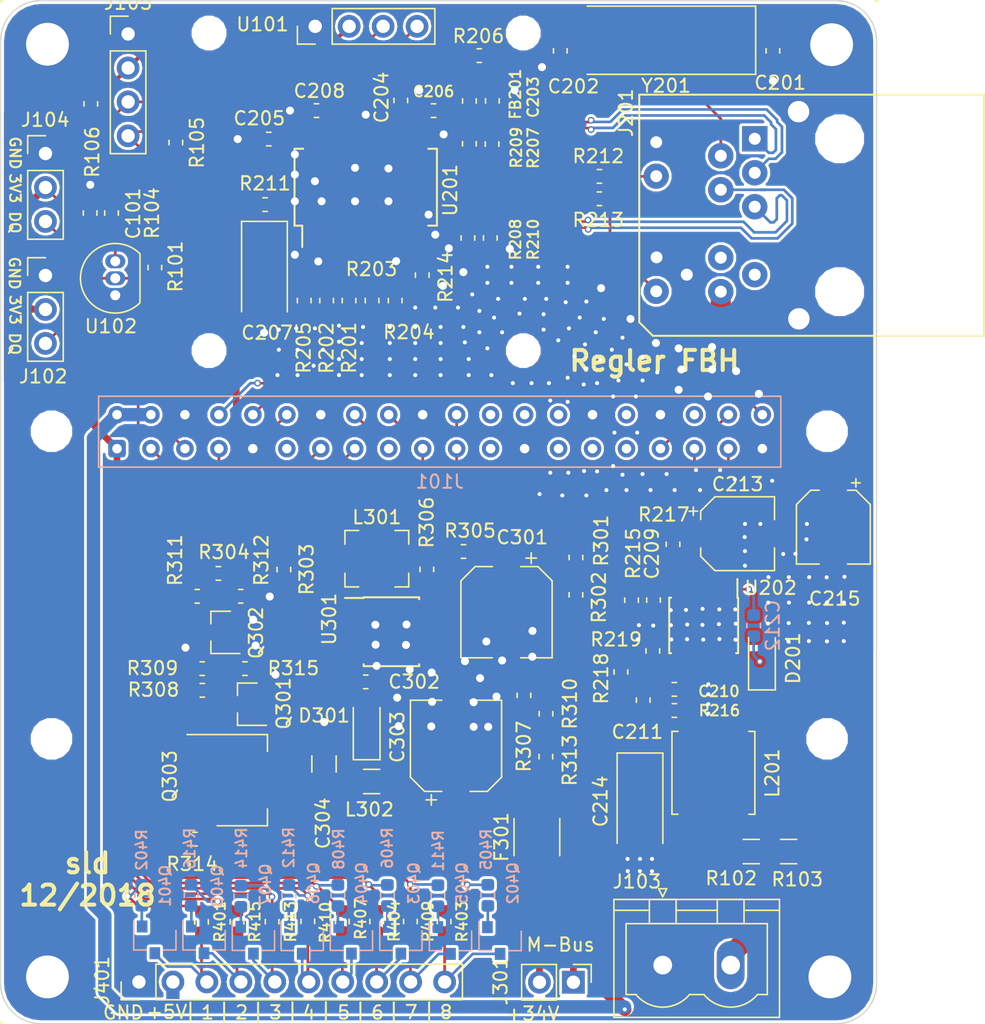
<source format=kicad_pcb>
(kicad_pcb (version 20171130) (host pcbnew "(5.0.1-3-g963ef8bb5)")
  (layers (0 F.Cu signal) (31 B.Cu signal) (34 B.Paste user) (35 F.Paste user) (36 B.SilkS user hide) (37 F.SilkS user hide) (38 B.Mask user) (39 F.Mask user) (44 Edge.Cuts user))
  (net 0 "")
  (net 1 "Net-(J101-Pad11)")
  (net 2 "Net-(J101-Pad23)")
  (net 3 "Net-(J101-Pad27)")
  (net 4 "Net-(J101-Pad29)")
  (net 5 "Net-(J101-Pad31)")
  (net 6 "Net-(J101-Pad24)")
  (net 7 "Net-(J101-Pad26)")
  (net 8 "Net-(J101-Pad28)")
  (net 9 "Net-(J101-Pad32)")
  (net 10 "Net-(J101-Pad36)")
  (net 11 +3V3)
  (net 12 GND)
  (net 13 +5V)
  (net 14 /Ethernet/TPOUT+)
  (net 15 "Net-(C203-Pad1)")
  (net 16 /Ethernet/TPOUT-)
  (net 17 /Ethernet/TPIN+)
  (net 18 /Ethernet/TPIN-)
  (net 19 +24V)
  (net 20 "Net-(J201-Pad9)")
  (net 21 "Net-(J201-Pad8)")
  (net 22 "Net-(J201-PadAY)")
  (net 23 "Net-(J201-PadAG)")
  (net 24 "Net-(R218-Pad1)")
  (net 25 "Net-(R215-Pad2)")
  (net 26 "Net-(C211-Pad1)")
  (net 27 "Net-(R214-Pad2)")
  (net 28 /Ethernet/LED_B)
  (net 29 /Ethernet/LED_A)
  (net 30 "Net-(R211-Pad1)")
  (net 31 "Net-(R201-Pad1)")
  (net 32 "Net-(R202-Pad1)")
  (net 33 "Net-(R203-Pad1)")
  (net 34 "Net-(R204-Pad1)")
  (net 35 "Net-(R205-Pad1)")
  (net 36 "Net-(R206-Pad1)")
  (net 37 "Net-(C202-Pad1)")
  (net 38 "Net-(C207-Pad1)")
  (net 39 "Net-(U201-Pad3)")
  (net 40 "Net-(U201-Pad5)")
  (net 41 "Net-(C201-Pad1)")
  (net 42 "Net-(C212-Pad2)")
  (net 43 "Net-(C209-Pad2)")
  (net 44 "Net-(C210-Pad2)")
  (net 45 "Net-(C212-Pad1)")
  (net 46 /ENC_SI)
  (net 47 /ENC_SO)
  (net 48 /ENC_SCK)
  (net 49 /ENC_#CS)
  (net 50 /SCL)
  (net 51 /SDA)
  (net 52 "Net-(C301-Pad1)")
  (net 53 "Net-(Q302-Pad1)")
  (net 54 "Net-(J301-Pad1)")
  (net 55 +36V)
  (net 56 "Net-(R310-Pad1)")
  (net 57 "Net-(C303-Pad1)")
  (net 58 "Net-(Q302-Pad3)")
  (net 59 "Net-(R307-Pad2)")
  (net 60 "Net-(Q301-Pad3)")
  (net 61 "Net-(L301-Pad1)")
  (net 62 "Net-(R306-Pad2)")
  (net 63 /RXD)
  (net 64 /TXD)
  (net 65 "Net-(Q301-Pad1)")
  (net 66 /DQ)
  (net 67 "Net-(D301-Pad2)")
  (net 68 "Net-(C302-Pad1)")
  (net 69 "Net-(C304-Pad1)")
  (net 70 /REL2)
  (net 71 /REL3)
  (net 72 /REL6)
  (net 73 /REL7)
  (net 74 /REL1)
  (net 75 /REL4)
  (net 76 /REL5)
  (net 77 /REL8)
  (net 78 /ENC_#INT)
  (net 79 "Net-(J101-Pad17)")
  (net 80 "Net-(Q401-Pad1)")
  (net 81 "Net-(J401-Pad3)")
  (net 82 "Net-(Q408-Pad1)")
  (net 83 "Net-(J401-Pad4)")
  (net 84 "Net-(Q407-Pad1)")
  (net 85 "Net-(J401-Pad5)")
  (net 86 "Net-(Q406-Pad1)")
  (net 87 "Net-(Q405-Pad1)")
  (net 88 "Net-(J401-Pad6)")
  (net 89 "Net-(J401-Pad9)")
  (net 90 "Net-(Q404-Pad1)")
  (net 91 "Net-(J401-Pad7)")
  (net 92 "Net-(Q403-Pad1)")
  (net 93 "Net-(Q402-Pad1)")
  (net 94 "Net-(J401-Pad8)")
  (net 95 "Net-(J401-Pad10)")
  (net 96 "Net-(J103-Pad2)")
  (net 97 "Net-(C101-Pad1)")
  (module kicadlibs:oled_0.96 (layer F.Cu) (at 140.83 53.42)
    (fp_text reference U101 (at -7.75 -0.15 180) (layer F.SilkS))
    (fp_text value oled_0.96")
    (pad "" np_thru_hole circle (at -11.75 24.25) (size 2.2 2.2) (drill 2.2) (layers *.Cu *.Mask))
    (pad "" np_thru_hole circle (at 11.75 24.25) (size 2.2 2.2) (drill 2.2) (layers *.Cu *.Mask))
    (pad "" np_thru_hole circle (at 11.75 0.5) (size 2.2 2.2) (drill 2.2) (layers *.Cu *.Mask))
    (pad "" np_thru_hole circle (at -11.75 0.5) (size 2.2 2.2) (drill 2.2) (layers *.Cu *.Mask))
    (pad 4 thru_hole oval (at 3.81 0 90) (size 1.7 1.7) (drill 1) (layers *.Cu *.Mask) (net 51 /SDA))
    (pad 3 thru_hole oval (at 1.27 0 90) (size 1.7 1.7) (drill 1) (layers *.Cu *.Mask) (net 50 /SCL))
    (pad 2 thru_hole oval (at -1.27 0 90) (size 1.7 1.7) (drill 1) (layers *.Cu *.Mask) (net 11 +3V3))
    (pad 1 thru_hole rect (at -3.81 0 90) (size 1.7 1.7) (drill 1) (layers *.Cu *.Mask) (net 12 GND))
  )
  (module Connector_PinHeader_2.54mm:PinHeader_1x04_P2.54mm_Vertical (layer F.Cu) (at 123.03 53.99)
    (fp_text reference J105 (at 0 -2.33) (layer F.SilkS))
    (fp_text value Conn_01x04_Male)
    (pad 1 thru_hole rect (at 0 0) (size 1.7 1.7) (drill 1) (layers *.Cu *.Mask) (net 12 GND))
    (pad 2 thru_hole oval (at 0 2.54) (size 1.7 1.7) (drill 1) (layers *.Cu *.Mask) (net 11 +3V3))
    (pad 3 thru_hole oval (at 0 5.08) (size 1.7 1.7) (drill 1) (layers *.Cu *.Mask) (net 50 /SCL))
    (pad 4 thru_hole oval (at 0 7.62) (size 1.7 1.7) (drill 1) (layers *.Cu *.Mask) (net 51 /SDA))
  )
  (module Connector_Samtec_HLE_THT:Samtec_HLE-120-02-xx-DV-TE_2x20_P2.54mm_Horizontal (layer B.Cu) (at 122.2 85)
    (fp_text reference J101 (at 24.13 2.47) (layer B.SilkS) (effects (justify mirror)))
    (fp_text value RPi_GPIO)
    (pad 40 thru_hole circle (at 48.26 -2.54) (size 1.31 1.31) (drill 0.71) (layers *.Cu *.Mask) (net 48 /ENC_SCK))
    (pad 38 thru_hole circle (at 45.72 -2.54) (size 1.31 1.31) (drill 0.71) (layers *.Cu *.Mask) (net 46 /ENC_SI))
    (pad 36 thru_hole circle (at 43.18 -2.54) (size 1.31 1.31) (drill 0.71) (layers *.Cu *.Mask) (net 10 "Net-(J101-Pad36)"))
    (pad 34 thru_hole circle (at 40.64 -2.54) (size 1.31 1.31) (drill 0.71) (layers *.Cu *.Mask) (net 12 GND))
    (pad 32 thru_hole circle (at 38.1 -2.54) (size 1.31 1.31) (drill 0.71) (layers *.Cu *.Mask) (net 9 "Net-(J101-Pad32)"))
    (pad 30 thru_hole circle (at 35.56 -2.54) (size 1.31 1.31) (drill 0.71) (layers *.Cu *.Mask) (net 12 GND))
    (pad 28 thru_hole circle (at 33.02 -2.54) (size 1.31 1.31) (drill 0.71) (layers *.Cu *.Mask) (net 8 "Net-(J101-Pad28)"))
    (pad 26 thru_hole circle (at 30.48 -2.54) (size 1.31 1.31) (drill 0.71) (layers *.Cu *.Mask) (net 7 "Net-(J101-Pad26)"))
    (pad 24 thru_hole circle (at 27.94 -2.54) (size 1.31 1.31) (drill 0.71) (layers *.Cu *.Mask) (net 6 "Net-(J101-Pad24)"))
    (pad 22 thru_hole circle (at 25.4 -2.54) (size 1.31 1.31) (drill 0.71) (layers *.Cu *.Mask) (net 77 /REL8))
    (pad 20 thru_hole circle (at 22.86 -2.54) (size 1.31 1.31) (drill 0.71) (layers *.Cu *.Mask) (net 12 GND))
    (pad 18 thru_hole circle (at 20.32 -2.54) (size 1.31 1.31) (drill 0.71) (layers *.Cu *.Mask) (net 76 /REL5))
    (pad 16 thru_hole circle (at 17.78 -2.54) (size 1.31 1.31) (drill 0.71) (layers *.Cu *.Mask) (net 75 /REL4))
    (pad 14 thru_hole circle (at 15.24 -2.54) (size 1.31 1.31) (drill 0.71) (layers *.Cu *.Mask) (net 12 GND))
    (pad 12 thru_hole circle (at 12.7 -2.54) (size 1.31 1.31) (drill 0.71) (layers *.Cu *.Mask) (net 74 /REL1))
    (pad 10 thru_hole circle (at 10.16 -2.54) (size 1.31 1.31) (drill 0.71) (layers *.Cu *.Mask) (net 63 /RXD))
    (pad 8 thru_hole circle (at 7.62 -2.54) (size 1.31 1.31) (drill 0.71) (layers *.Cu *.Mask) (net 64 /TXD))
    (pad 6 thru_hole circle (at 5.08 -2.54) (size 1.31 1.31) (drill 0.71) (layers *.Cu *.Mask) (net 12 GND))
    (pad 4 thru_hole circle (at 2.54 -2.54) (size 1.31 1.31) (drill 0.71) (layers *.Cu *.Mask) (net 13 +5V))
    (pad 2 thru_hole circle (at 0 -2.54) (size 1.31 1.31) (drill 0.71) (layers *.Cu *.Mask) (net 13 +5V))
    (pad 39 thru_hole circle (at 48.26 0) (size 1.31 1.31) (drill 0.71) (layers *.Cu *.Mask) (net 12 GND))
    (pad 37 thru_hole circle (at 45.72 0) (size 1.31 1.31) (drill 0.71) (layers *.Cu *.Mask) (net 78 /ENC_#INT))
    (pad 35 thru_hole circle (at 43.18 0) (size 1.31 1.31) (drill 0.71) (layers *.Cu *.Mask) (net 47 /ENC_SO))
    (pad 33 thru_hole circle (at 40.64 0) (size 1.31 1.31) (drill 0.71) (layers *.Cu *.Mask) (net 49 /ENC_#CS))
    (pad 31 thru_hole circle (at 38.1 0) (size 1.31 1.31) (drill 0.71) (layers *.Cu *.Mask) (net 5 "Net-(J101-Pad31)"))
    (pad 29 thru_hole circle (at 35.56 0) (size 1.31 1.31) (drill 0.71) (layers *.Cu *.Mask) (net 4 "Net-(J101-Pad29)"))
    (pad 27 thru_hole circle (at 33.02 0) (size 1.31 1.31) (drill 0.71) (layers *.Cu *.Mask) (net 3 "Net-(J101-Pad27)"))
    (pad 25 thru_hole circle (at 30.48 0) (size 1.31 1.31) (drill 0.71) (layers *.Cu *.Mask) (net 12 GND))
    (pad 23 thru_hole circle (at 27.94 0) (size 1.31 1.31) (drill 0.71) (layers *.Cu *.Mask) (net 2 "Net-(J101-Pad23)"))
    (pad 21 thru_hole circle (at 25.4 0) (size 1.31 1.31) (drill 0.71) (layers *.Cu *.Mask) (net 73 /REL7))
    (pad 19 thru_hole circle (at 22.86 0) (size 1.31 1.31) (drill 0.71) (layers *.Cu *.Mask) (net 72 /REL6))
    (pad 17 thru_hole circle (at 20.32 0) (size 1.31 1.31) (drill 0.71) (layers *.Cu *.Mask) (net 79 "Net-(J101-Pad17)"))
    (pad 15 thru_hole circle (at 17.78 0) (size 1.31 1.31) (drill 0.71) (layers *.Cu *.Mask) (net 71 /REL3))
    (pad 13 thru_hole circle (at 15.24 0) (size 1.31 1.31) (drill 0.71) (layers *.Cu *.Mask) (net 70 /REL2))
    (pad 11 thru_hole circle (at 12.7 0) (size 1.31 1.31) (drill 0.71) (layers *.Cu *.Mask) (net 1 "Net-(J101-Pad11)"))
    (pad 9 thru_hole circle (at 10.16 0) (size 1.31 1.31) (drill 0.71) (layers *.Cu *.Mask) (net 12 GND))
    (pad 7 thru_hole circle (at 7.62 0) (size 1.31 1.31) (drill 0.71) (layers *.Cu *.Mask) (net 66 /DQ))
    (pad 5 thru_hole circle (at 5.08 0) (size 1.31 1.31) (drill 0.71) (layers *.Cu *.Mask) (net 50 /SCL))
    (pad 3 thru_hole circle (at 2.54 0) (size 1.31 1.31) (drill 0.71) (layers *.Cu *.Mask) (net 51 /SDA))
    (pad 1 thru_hole roundrect (at 0 0) (size 1.31 1.31) (drill 0.71) (layers *.Cu *.Mask) (roundrect_rratio 0.19084) (net 11 +3V3))
  )
  (module Capacitor_Tantalum_SMD:CP_EIA-6032-28_Kemet-C (layer F.Cu) (at 133.225 71.764 270)
    (fp_text reference C207 (at 4.572 -0.197) (layer F.SilkS))
    (fp_text value 10U)
    (pad 2 smd roundrect (at 2.4625 0 270) (size 2.075 2.35) (layers F.Cu F.Paste F.Mask) (roundrect_rratio 0.120482) (net 12 GND))
    (pad 1 smd roundrect (at -2.4625 0 270) (size 2.075 2.35) (layers F.Cu F.Paste F.Mask) (roundrect_rratio 0.120482) (net 38 "Net-(C207-Pad1)"))
  )
  (module Resistor_SMD:R_0603_1608Metric (layer F.Cu) (at 126.6 62.11 90)
    (fp_text reference R105 (at -0.01 1.58 90) (layer F.SilkS))
    (fp_text value 2K2)
    (pad 2 smd roundrect (at 0.7875 0 90) (size 0.875 0.95) (layers F.Cu F.Paste F.Mask) (net 51 /SDA))
    (pad 1 smd roundrect (at -0.7875 0 90) (size 0.875 0.95) (layers F.Cu F.Paste F.Mask) (net 11 +3V3))
  )
  (module Resistor_SMD:R_0603_1608Metric (layer F.Cu) (at 120.24 59.22 270)
    (fp_text reference R106 (at 3.6 -0.11 270) (layer F.SilkS))
    (fp_text value 2K2)
    (pad 2 smd roundrect (at 0.7875 0 270) (size 0.875 0.95) (layers F.Cu F.Paste F.Mask) (net 50 /SCL))
    (pad 1 smd roundrect (at -0.7875 0 270) (size 0.875 0.95) (layers F.Cu F.Paste F.Mask) (net 11 +3V3))
  )
  (module Capacitor_SMD:C_0603_1608Metric (layer F.Cu) (at 143.42 58.96 90)
    (fp_text reference C204 (at 0.22 -1.44 90) (layer F.SilkS))
    (fp_text value 100N)
    (pad 2 smd roundrect (at 0.7875 0 90) (size 0.875 0.95) (layers F.Cu F.Paste F.Mask) (net 12 GND))
    (pad 1 smd roundrect (at -0.7875 0 90) (size 0.875 0.95) (layers F.Cu F.Paste F.Mask) (net 11 +3V3))
  )
  (module Capacitor_SMD:C_0603_1608Metric (layer F.Cu) (at 155.35 55.25 270)
    (fp_text reference C202 (at 2.66 -0.98) (layer F.SilkS))
    (fp_text value 22P)
    (pad 2 smd roundrect (at 0.7875 0 270) (size 0.875 0.95) (layers F.Cu F.Paste F.Mask) (net 12 GND))
    (pad 1 smd roundrect (at -0.7875 0 270) (size 0.875 0.95) (layers F.Cu F.Paste F.Mask) (net 37 "Net-(C202-Pad1)"))
  )
  (module Connector_PinHeader_2.54mm:PinHeader_1x03_P2.54mm_Vertical (layer F.Cu) (at 116.85 62.93)
    (fp_text reference J104 (at -0.02 -2.52) (layer F.SilkS))
    (fp_text value Conn_01x03_Male)
    (pad 1 thru_hole rect (at 0 0) (size 1.7 1.7) (drill 1) (layers *.Cu *.Mask) (net 12 GND))
    (pad 2 thru_hole oval (at 0 2.54) (size 1.7 1.7) (drill 1) (layers *.Cu *.Mask) (net 97 "Net-(C101-Pad1)"))
    (pad 3 thru_hole oval (at 0 5.08) (size 1.7 1.7) (drill 1) (layers *.Cu *.Mask) (net 66 /DQ))
  )
  (module Resistor_SMD:R_0603_1608Metric (layer F.Cu) (at 121.79 67.38 270)
    (fp_text reference R104 (at 0.01 -3.03 270) (layer F.SilkS))
    (fp_text value R)
    (pad 1 smd roundrect (at -0.7875 0 270) (size 0.875 0.95) (layers F.Cu F.Paste F.Mask) (net 11 +3V3))
    (pad 2 smd roundrect (at 0.7875 0 270) (size 0.875 0.95) (layers F.Cu F.Paste F.Mask) (net 97 "Net-(C101-Pad1)"))
  )
  (module Resistor_SMD:R_0603_1608Metric (layer F.Cu) (at 159.88 101.7 270)
    (fp_text reference R218 (at 0.49 1.47 270) (layer F.SilkS))
    (fp_text value 10K2)
    (pad 2 smd roundrect (at 0.7875 0 270) (size 0.875 0.95) (layers F.Cu F.Paste F.Mask) (net 13 +5V))
    (pad 1 smd roundrect (at -0.7875 0 270) (size 0.875 0.95) (layers F.Cu F.Paste F.Mask) (net 24 "Net-(R218-Pad1)"))
  )
  (module Resistor_SMD:R_1206_3216Metric (layer F.Cu) (at 169.63 115.13)
    (fp_text reference R102 (at -1.5 2) (layer F.SilkS))
    (fp_text value 0R00)
    (pad 2 smd roundrect (at 1.4 0) (size 1.25 1.75) (layers F.Cu F.Paste F.Mask) (roundrect_rratio 0.2) (net 96 "Net-(J103-Pad2)"))
    (pad 1 smd roundrect (at -1.4 0) (size 1.25 1.75) (layers F.Cu F.Paste F.Mask) (roundrect_rratio 0.2) (net 13 +5V))
  )
  (module Resistor_SMD:R_1206_3216Metric (layer F.Cu) (at 172.43 115.13 180)
    (fp_text reference R103 (at -0.64 -2.08 180) (layer F.SilkS))
    (fp_text value 0R00)
    (pad 1 smd roundrect (at -1.4 0 180) (size 1.25 1.75) (layers F.Cu F.Paste F.Mask) (roundrect_rratio 0.2) (net 19 +24V))
    (pad 2 smd roundrect (at 1.4 0 180) (size 1.25 1.75) (layers F.Cu F.Paste F.Mask) (roundrect_rratio 0.2) (net 96 "Net-(J103-Pad2)"))
  )
  (module Connector_Phoenix_MSTB:PhoenixContact_MSTBVA_2,5_2-G-5,08_1x02_P5.08mm_Vertical (layer F.Cu) (at 163.01 123.62)
    (fp_text reference J103 (at -1.93 -6.25) (layer F.SilkS))
    (fp_text value Conn_01x02)
    (pad 1 thru_hole roundrect (at 0 0) (size 2.08 3.6) (drill 1.4) (layers *.Cu *.Mask) (roundrect_rratio 0.120192) (net 12 GND))
    (pad 2 thru_hole oval (at 5.08 0) (size 2.08 3.6) (drill 1.4) (layers *.Cu *.Mask) (net 96 "Net-(J103-Pad2)"))
  )
  (module Capacitor_SMD:C_1206_3216Metric (layer F.Cu) (at 137.68 108.58 90)
    (fp_text reference C304 (at -4.44 -0.08 90) (layer F.SilkS))
    (fp_text value 1U)
    (pad 1 smd roundrect (at -1.4 0 90) (size 1.25 1.75) (layers F.Cu F.Paste F.Mask) (roundrect_rratio 0.2) (net 69 "Net-(C304-Pad1)"))
    (pad 2 smd roundrect (at 1.4 0 90) (size 1.25 1.75) (layers F.Cu F.Paste F.Mask) (roundrect_rratio 0.2) (net 12 GND))
  )
  (module Resistor_SMD:R_0603_1608Metric (layer F.Cu) (at 133.8 120.37 270)
    (fp_text reference R413 (at 0 -1.38 270) (layer F.SilkS) (effects (font (size 0.8 0.8))))
    (fp_text value R)
    (pad 2 smd roundrect (at 0.7875 0 270) (size 0.875 0.95) (layers F.Cu F.Paste F.Mask) (net 85 "Net-(J401-Pad5)"))
    (pad 1 smd roundrect (at -0.7875 0 270) (size 0.875 0.95) (layers F.Cu F.Paste F.Mask) (net 71 /REL3))
  )
  (module Package_TO_SOT_SMD:SOT-23 (layer B.Cu) (at 125.03 121.73 270)
    (fp_text reference Q401 (at -4.03 -0.77 90) (layer B.SilkS) (effects (font (size 0.8 0.8)) (justify mirror)))
    (fp_text value BC847)
    (pad 1 smd rect (at -1 0.95 270) (size 0.9 0.8) (layers B.Cu B.Paste B.Mask) (net 80 "Net-(Q401-Pad1)"))
    (pad 2 smd rect (at -1 -0.95 270) (size 0.9 0.8) (layers B.Cu B.Paste B.Mask) (net 12 GND))
    (pad 3 smd rect (at 1 0 270) (size 0.9 0.8) (layers B.Cu B.Paste B.Mask) (net 81 "Net-(J401-Pad3)"))
  )
  (module Package_TO_SOT_SMD:SOT-23 (layer B.Cu) (at 150.85 121.78 270)
    (fp_text reference Q402 (at -4.28 -0.95 90) (layer B.SilkS) (effects (font (size 0.8 0.8)) (justify mirror)))
    (fp_text value BC847)
    (pad 1 smd rect (at -1 0.95 270) (size 0.9 0.8) (layers B.Cu B.Paste B.Mask) (net 93 "Net-(Q402-Pad1)"))
    (pad 2 smd rect (at -1 -0.95 270) (size 0.9 0.8) (layers B.Cu B.Paste B.Mask) (net 12 GND))
    (pad 3 smd rect (at 1 0 270) (size 0.9 0.8) (layers B.Cu B.Paste B.Mask) (net 95 "Net-(J401-Pad10)"))
  )
  (module Package_TO_SOT_SMD:SOT-23 (layer B.Cu) (at 143.43 121.76 270)
    (fp_text reference Q403 (at -4.26 -0.97 90) (layer B.SilkS) (effects (font (size 0.8 0.8)) (justify mirror)))
    (fp_text value BC847)
    (pad 3 smd rect (at 1 0 270) (size 0.9 0.8) (layers B.Cu B.Paste B.Mask) (net 94 "Net-(J401-Pad8)"))
    (pad 2 smd rect (at -1 -0.95 270) (size 0.9 0.8) (layers B.Cu B.Paste B.Mask) (net 12 GND))
    (pad 1 smd rect (at -1 0.95 270) (size 0.9 0.8) (layers B.Cu B.Paste B.Mask) (net 92 "Net-(Q403-Pad1)"))
  )
  (module Package_TO_SOT_SMD:SOT-23 (layer B.Cu) (at 139.73 121.76 270)
    (fp_text reference Q404 (at -4.26 -0.77 90) (layer B.SilkS) (effects (font (size 0.8 0.8)) (justify mirror)))
    (fp_text value BC847)
    (pad 1 smd rect (at -1 0.95 270) (size 0.9 0.8) (layers B.Cu B.Paste B.Mask) (net 90 "Net-(Q404-Pad1)"))
    (pad 2 smd rect (at -1 -0.95 270) (size 0.9 0.8) (layers B.Cu B.Paste B.Mask) (net 12 GND))
    (pad 3 smd rect (at 1 0 270) (size 0.9 0.8) (layers B.Cu B.Paste B.Mask) (net 91 "Net-(J401-Pad7)"))
  )
  (module Package_TO_SOT_SMD:SOT-23 (layer B.Cu) (at 147.14 121.78 270)
    (fp_text reference Q405 (at -4.28 -0.86 90) (layer B.SilkS) (effects (font (size 0.8 0.8)) (justify mirror)))
    (fp_text value BC847)
    (pad 3 smd rect (at 1 0 270) (size 0.9 0.8) (layers B.Cu B.Paste B.Mask) (net 89 "Net-(J401-Pad9)"))
    (pad 2 smd rect (at -1 -0.95 270) (size 0.9 0.8) (layers B.Cu B.Paste B.Mask) (net 12 GND))
    (pad 1 smd rect (at -1 0.95 270) (size 0.9 0.8) (layers B.Cu B.Paste B.Mask) (net 87 "Net-(Q405-Pad1)"))
  )
  (module Package_TO_SOT_SMD:SOT-23 (layer B.Cu) (at 136.05 121.77 270)
    (fp_text reference Q406 (at -4.27 -0.85 90) (layer B.SilkS) (effects (font (size 0.8 0.8)) (justify mirror)))
    (fp_text value BC847)
    (pad 1 smd rect (at -1 0.95 270) (size 0.9 0.8) (layers B.Cu B.Paste B.Mask) (net 86 "Net-(Q406-Pad1)"))
    (pad 2 smd rect (at -1 -0.95 270) (size 0.9 0.8) (layers B.Cu B.Paste B.Mask) (net 12 GND))
    (pad 3 smd rect (at 1 0 270) (size 0.9 0.8) (layers B.Cu B.Paste B.Mask) (net 88 "Net-(J401-Pad6)"))
  )
  (module Package_TO_SOT_SMD:SOT-23 (layer B.Cu) (at 132.4 121.76 270)
    (fp_text reference Q407 (at -4.16 -0.9 90) (layer B.SilkS) (effects (font (size 0.8 0.8)) (justify mirror)))
    (fp_text value BC847)
    (pad 3 smd rect (at 1 0 270) (size 0.9 0.8) (layers B.Cu B.Paste B.Mask) (net 85 "Net-(J401-Pad5)"))
    (pad 2 smd rect (at -1 -0.95 270) (size 0.9 0.8) (layers B.Cu B.Paste B.Mask) (net 12 GND))
    (pad 1 smd rect (at -1 0.95 270) (size 0.9 0.8) (layers B.Cu B.Paste B.Mask) (net 84 "Net-(Q407-Pad1)"))
  )
  (module Package_TO_SOT_SMD:SOT-23 (layer B.Cu) (at 128.71 121.73 270)
    (fp_text reference Q408 (at -4.03 -0.99 90) (layer B.SilkS) (effects (font (size 0.8 0.8)) (justify mirror)))
    (fp_text value BC847)
    (pad 1 smd rect (at -1 0.95 270) (size 0.9 0.8) (layers B.Cu B.Paste B.Mask) (net 82 "Net-(Q408-Pad1)"))
    (pad 2 smd rect (at -1 -0.95 270) (size 0.9 0.8) (layers B.Cu B.Paste B.Mask) (net 12 GND))
    (pad 3 smd rect (at 1 0 270) (size 0.9 0.8) (layers B.Cu B.Paste B.Mask) (net 83 "Net-(J401-Pad4)"))
  )
  (module Resistor_SMD:R_0603_1608Metric (layer F.Cu) (at 146.66 120.36 270)
    (fp_text reference R403 (at 0 -1.34 270) (layer F.SilkS) (effects (font (size 0.8 0.8))))
    (fp_text value R)
    (pad 2 smd roundrect (at 0.7875 0 270) (size 0.875 0.95) (layers F.Cu F.Paste F.Mask) (net 95 "Net-(J401-Pad10)"))
    (pad 1 smd roundrect (at -0.7875 0 270) (size 0.875 0.95) (layers F.Cu F.Paste F.Mask) (net 77 /REL8))
  )
  (module Resistor_SMD:R_0603_1608Metric (layer F.Cu) (at 141.62 120.36 270)
    (fp_text reference R404 (at -0.02 -1.3 270) (layer F.SilkS) (effects (font (size 0.8 0.8))))
    (fp_text value R)
    (pad 1 smd roundrect (at -0.7875 0 270) (size 0.875 0.95) (layers F.Cu F.Paste F.Mask) (net 72 /REL6))
    (pad 2 smd roundrect (at 0.7875 0 270) (size 0.875 0.95) (layers F.Cu F.Paste F.Mask) (net 94 "Net-(J401-Pad8)"))
  )
  (module Resistor_SMD:R_0603_1608Metric (layer B.Cu) (at 149.93 118.4 90)
    (fp_text reference R405 (at 3.43 -0.12 90) (layer B.SilkS) (effects (font (size 0.8 0.8)) (justify mirror)))
    (fp_text value R)
    (pad 2 smd roundrect (at 0.7875 0 90) (size 0.875 0.95) (layers B.Cu B.Paste B.Mask) (net 77 /REL8))
    (pad 1 smd roundrect (at -0.7875 0 90) (size 0.875 0.95) (layers B.Cu B.Paste B.Mask) (net 93 "Net-(Q402-Pad1)"))
  )
  (module Resistor_SMD:R_0603_1608Metric (layer B.Cu) (at 142.42 118.41 90)
    (fp_text reference R406 (at 3.54 -0.01 90) (layer B.SilkS) (effects (font (size 0.8 0.8)) (justify mirror)))
    (fp_text value R)
    (pad 1 smd roundrect (at -0.7875 0 90) (size 0.875 0.95) (layers B.Cu B.Paste B.Mask) (net 92 "Net-(Q403-Pad1)"))
    (pad 2 smd roundrect (at 0.7875 0 90) (size 0.875 0.95) (layers B.Cu B.Paste B.Mask) (net 72 /REL6))
  )
  (module Resistor_SMD:R_0603_1608Metric (layer F.Cu) (at 139.05 120.3625 270)
    (fp_text reference R407 (at -0.19 -1.37 270) (layer F.SilkS) (effects (font (size 0.8 0.8))))
    (fp_text value R)
    (pad 2 smd roundrect (at 0.7875 0 270) (size 0.875 0.95) (layers F.Cu F.Paste F.Mask) (net 91 "Net-(J401-Pad7)"))
    (pad 1 smd roundrect (at -0.7875 0 270) (size 0.875 0.95) (layers F.Cu F.Paste F.Mask) (net 76 /REL5))
  )
  (module Resistor_SMD:R_0603_1608Metric (layer B.Cu) (at 138.72 118.41 90)
    (fp_text reference R408 (at 3.47 0.06 90) (layer B.SilkS) (effects (font (size 0.8 0.8)) (justify mirror)))
    (fp_text value R)
    (pad 1 smd roundrect (at -0.7875 0 90) (size 0.875 0.95) (layers B.Cu B.Paste B.Mask) (net 90 "Net-(Q404-Pad1)"))
    (pad 2 smd roundrect (at 0.7875 0 90) (size 0.875 0.95) (layers B.Cu B.Paste B.Mask) (net 76 /REL5))
  )
  (module Resistor_SMD:R_0603_1608Metric (layer F.Cu) (at 144.14 120.36 270)
    (fp_text reference R409 (at 0 -1.31 270) (layer F.SilkS) (effects (font (size 0.8 0.8))))
    (fp_text value R)
    (pad 2 smd roundrect (at 0.7875 0 270) (size 0.875 0.95) (layers F.Cu F.Paste F.Mask) (net 89 "Net-(J401-Pad9)"))
    (pad 1 smd roundrect (at -0.7875 0 270) (size 0.875 0.95) (layers F.Cu F.Paste F.Mask) (net 73 /REL7))
  )
  (module Resistor_SMD:R_0603_1608Metric (layer F.Cu) (at 136.47 120.35 270)
    (fp_text reference R410 (at 0.08 -1.32 270) (layer F.SilkS) (effects (font (size 0.8 0.8))))
    (fp_text value R)
    (pad 1 smd roundrect (at -0.7875 0 270) (size 0.875 0.95) (layers F.Cu F.Paste F.Mask) (net 75 /REL4))
    (pad 2 smd roundrect (at 0.7875 0 270) (size 0.875 0.95) (layers F.Cu F.Paste F.Mask) (net 88 "Net-(J401-Pad6)"))
  )
  (module Resistor_SMD:R_0603_1608Metric (layer B.Cu) (at 146.2 118.43 90)
    (fp_text reference R411 (at 3.36 0.02 90) (layer B.SilkS) (effects (font (size 0.8 0.8)) (justify mirror)))
    (fp_text value R)
    (pad 2 smd roundrect (at 0.7875 0 90) (size 0.875 0.95) (layers B.Cu B.Paste B.Mask) (net 73 /REL7))
    (pad 1 smd roundrect (at -0.7875 0 90) (size 0.875 0.95) (layers B.Cu B.Paste B.Mask) (net 87 "Net-(Q405-Pad1)"))
  )
  (module Resistor_SMD:R_0603_1608Metric (layer B.Cu) (at 135.05 118.42 90)
    (fp_text reference R412 (at 3.58 -0.01 90) (layer B.SilkS) (effects (font (size 0.8 0.8)) (justify mirror)))
    (fp_text value R)
    (pad 1 smd roundrect (at -0.7875 0 90) (size 0.875 0.95) (layers B.Cu B.Paste B.Mask) (net 86 "Net-(Q406-Pad1)"))
    (pad 2 smd roundrect (at 0.7875 0 90) (size 0.875 0.95) (layers B.Cu B.Paste B.Mask) (net 75 /REL4))
  )
  (module Resistor_SMD:R_0603_1608Metric (layer B.Cu) (at 131.46 118.47 90)
    (fp_text reference R414 (at 3.6 0.05 90) (layer B.SilkS) (effects (font (size 0.8 0.8)) (justify mirror)))
    (fp_text value R)
    (pad 1 smd roundrect (at -0.7875 0 90) (size 0.875 0.95) (layers B.Cu B.Paste B.Mask) (net 84 "Net-(Q407-Pad1)"))
    (pad 2 smd roundrect (at 0.7875 0 90) (size 0.875 0.95) (layers B.Cu B.Paste B.Mask) (net 71 /REL3))
  )
  (module Resistor_SMD:R_0603_1608Metric (layer F.Cu) (at 131.17 120.38 270)
    (fp_text reference R415 (at 0 -1.33 270) (layer F.SilkS) (effects (font (size 0.8 0.8))))
    (fp_text value R)
    (pad 2 smd roundrect (at 0.7875 0 270) (size 0.875 0.95) (layers F.Cu F.Paste F.Mask) (net 83 "Net-(J401-Pad4)"))
    (pad 1 smd roundrect (at -0.7875 0 270) (size 0.875 0.95) (layers F.Cu F.Paste F.Mask) (net 70 /REL2))
  )
  (module Resistor_SMD:R_0603_1608Metric (layer B.Cu) (at 127.74 118.4 90)
    (fp_text reference R416 (at 3.5 -0.1 270) (layer B.SilkS) (effects (font (size 0.8 0.8)) (justify mirror)))
    (fp_text value R)
    (pad 1 smd roundrect (at -0.7875 0 90) (size 0.875 0.95) (layers B.Cu B.Paste B.Mask) (net 82 "Net-(Q408-Pad1)"))
    (pad 2 smd roundrect (at 0.7875 0 90) (size 0.875 0.95) (layers B.Cu B.Paste B.Mask) (net 70 /REL2))
  )
  (module Resistor_SMD:R_0603_1608Metric (layer F.Cu) (at 128.52 120.39 270)
    (fp_text reference R401 (at -0.02 -1.38 90) (layer F.SilkS) (effects (font (size 0.8 0.8))))
    (fp_text value R)
    (pad 2 smd roundrect (at 0.7875 0 270) (size 0.875 0.95) (layers F.Cu F.Paste F.Mask) (net 81 "Net-(J401-Pad3)"))
    (pad 1 smd roundrect (at -0.7875 0 270) (size 0.875 0.95) (layers F.Cu F.Paste F.Mask) (net 74 /REL1))
  )
  (module Resistor_SMD:R_0603_1608Metric (layer B.Cu) (at 124.05 118.39 90)
    (fp_text reference R402 (at 3.38 -0.01 270) (layer B.SilkS) (effects (font (size 0.8 0.8)) (justify mirror)))
    (fp_text value R)
    (pad 1 smd roundrect (at -0.7875 0 90) (size 0.875 0.95) (layers B.Cu B.Paste B.Mask) (net 80 "Net-(Q401-Pad1)"))
    (pad 2 smd roundrect (at 0.7875 0 90) (size 0.875 0.95) (layers B.Cu B.Paste B.Mask) (net 74 /REL1))
  )
  (module Connector_PinHeader_2.54mm:PinHeader_1x10_P2.54mm_Vertical (layer F.Cu) (at 123.84 124.88 90)
    (fp_text reference J401 (at 0.13 -2.74 90) (layer F.SilkS))
    (fp_text value Conn_01x10_Male)
    (pad 1 thru_hole rect (at 0 0 90) (size 1.7 1.7) (drill 1) (layers *.Cu *.Mask) (net 12 GND))
    (pad 2 thru_hole oval (at 0 2.54 90) (size 1.7 1.7) (drill 1) (layers *.Cu *.Mask) (net 13 +5V))
    (pad 3 thru_hole oval (at 0 5.08 90) (size 1.7 1.7) (drill 1) (layers *.Cu *.Mask) (net 81 "Net-(J401-Pad3)"))
    (pad 4 thru_hole oval (at 0 7.62 90) (size 1.7 1.7) (drill 1) (layers *.Cu *.Mask) (net 83 "Net-(J401-Pad4)"))
    (pad 5 thru_hole oval (at 0 10.16 90) (size 1.7 1.7) (drill 1) (layers *.Cu *.Mask) (net 85 "Net-(J401-Pad5)"))
    (pad 6 thru_hole oval (at 0 12.7 90) (size 1.7 1.7) (drill 1) (layers *.Cu *.Mask) (net 88 "Net-(J401-Pad6)"))
    (pad 7 thru_hole oval (at 0 15.24 90) (size 1.7 1.7) (drill 1) (layers *.Cu *.Mask) (net 91 "Net-(J401-Pad7)"))
    (pad 8 thru_hole oval (at 0 17.78 90) (size 1.7 1.7) (drill 1) (layers *.Cu *.Mask) (net 94 "Net-(J401-Pad8)"))
    (pad 9 thru_hole oval (at 0 20.32 90) (size 1.7 1.7) (drill 1) (layers *.Cu *.Mask) (net 89 "Net-(J401-Pad9)"))
    (pad 10 thru_hole oval (at 0 22.86 90) (size 1.7 1.7) (drill 1) (layers *.Cu *.Mask) (net 95 "Net-(J401-Pad10)"))
  )
  (module Resistor_SMD:R_0603_1608Metric (layer F.Cu) (at 156.52 93.14 90)
    (fp_text reference R301 (at 1.26 1.89 90) (layer F.SilkS))
    (fp_text value 0R00)
    (pad 2 smd roundrect (at 0.7875 0 90) (size 0.875 0.95) (layers F.Cu F.Paste F.Mask) (net 19 +24V))
    (pad 1 smd roundrect (at -0.7875 0 90) (size 0.875 0.95) (layers F.Cu F.Paste F.Mask) (net 52 "Net-(C301-Pad1)"))
  )
  (module Resistor_SMD:R_0603_1608Metric (layer F.Cu) (at 156.52 95.93 270)
    (fp_text reference R302 (at 0.2 -1.72 270) (layer F.SilkS))
    (fp_text value 0R00)
    (pad 1 smd roundrect (at -0.7875 0 270) (size 0.875 0.95) (layers F.Cu F.Paste F.Mask) (net 52 "Net-(C301-Pad1)"))
    (pad 2 smd roundrect (at 0.7875 0 270) (size 0.875 0.95) (layers F.Cu F.Paste F.Mask) (net 13 +5V))
  )
  (module Fuse:Fuse_1812_4532Metric (layer F.Cu) (at 153.6 114.05 90)
    (fp_text reference F301 (at 0 -2.65 90) (layer F.SilkS))
    (fp_text value "Fuse 2A")
    (pad 2 smd roundrect (at 2.1375 0 90) (size 1.125 3.4) (layers F.Cu F.Paste F.Mask) (roundrect_rratio 0.222222) (net 69 "Net-(C304-Pad1)"))
    (pad 1 smd roundrect (at -2.1375 0 90) (size 1.125 3.4) (layers F.Cu F.Paste F.Mask) (roundrect_rratio 0.222222) (net 55 +36V))
  )
  (module Connector_PinHeader_2.54mm:PinHeader_1x02_P2.54mm_Vertical (layer F.Cu) (at 156.33 124.9 270)
    (fp_text reference J301 (at -0.08 5.45 90) (layer F.SilkS))
    (fp_text value Conn_01x02_Male)
    (pad 2 thru_hole oval (at 0 2.54 270) (size 1.7 1.7) (drill 1) (layers *.Cu *.Mask) (net 55 +36V))
    (pad 1 thru_hole rect (at 0 0 270) (size 1.7 1.7) (drill 1) (layers *.Cu *.Mask) (net 54 "Net-(J301-Pad1)"))
  )
  (module Diode_SMD:D_SOD-123 (layer F.Cu) (at 170.43 100.79 90)
    (fp_text reference D201 (at 0.11 2.33 90) (layer F.SilkS))
    (fp_text value D_Schottky)
    (pad 2 smd rect (at 1.65 0 90) (size 0.9 1.2) (layers F.Cu F.Paste F.Mask) (net 12 GND))
    (pad 1 smd rect (at -1.65 0 90) (size 0.9 1.2) (layers F.Cu F.Paste F.Mask) (net 45 "Net-(C212-Pad1)"))
  )
  (module Capacitor_SMD:CP_Elec_5x5.4 (layer F.Cu) (at 168.61 91.36)
    (fp_text reference C213 (at 0 -3.7) (layer F.SilkS))
    (fp_text value 10U)
    (pad 1 smd rect (at -2.2 0) (size 3 1.6) (layers F.Cu F.Paste F.Mask) (net 19 +24V))
    (pad 2 smd rect (at 2.2 0) (size 3 1.6) (layers F.Cu F.Paste F.Mask) (net 12 GND))
  )
  (module Capacitor_Tantalum_SMD:CP_EIA-6032-28_Kemet-C (layer F.Cu) (at 161.31 111.52 270)
    (fp_text reference C214 (at -0.14 2.95 270) (layer F.SilkS))
    (fp_text value 47U)
    (pad 1 smd roundrect (at -2.4625 0 270) (size 2.075 2.35) (layers F.Cu F.Paste F.Mask) (roundrect_rratio 0.120482) (net 13 +5V))
    (pad 2 smd roundrect (at 2.4625 0 270) (size 2.075 2.35) (layers F.Cu F.Paste F.Mask) (roundrect_rratio 0.120482) (net 12 GND))
  )
  (module Capacitor_SMD:CP_Elec_6.3x5.7 (layer F.Cu) (at 151.33 97.23 270)
    (fp_text reference C301 (at -5.6 -1.17) (layer F.SilkS))
    (fp_text value 22U)
    (pad 1 smd rect (at -2.7 0 270) (size 3.5 1.6) (layers F.Cu F.Paste F.Mask) (net 52 "Net-(C301-Pad1)"))
    (pad 2 smd rect (at 2.7 0 270) (size 3.5 1.6) (layers F.Cu F.Paste F.Mask) (net 12 GND))
  )
  (module Capacitor_SMD:CP_Elec_6.3x7.7 (layer F.Cu) (at 147.55 107.22 90)
    (fp_text reference C303 (at 0.65 -4.38 90) (layer F.SilkS))
    (fp_text value 47U)
    (pad 1 smd rect (at -2.7 0 90) (size 3.5 1.6) (layers F.Cu F.Paste F.Mask) (net 57 "Net-(C303-Pad1)"))
    (pad 2 smd rect (at 2.7 0 90) (size 3.5 1.6) (layers F.Cu F.Paste F.Mask) (net 12 GND))
  )
  (module Package_SO:SOIC-8_3.9x4.9mm_P1.27mm (layer F.Cu) (at 166.07 98.22 270)
    (fp_text reference U202 (at -2.81 -5.01) (layer F.SilkS))
    (fp_text value TPS54231)
    (pad 8 smd rect (at 2.7 -1.905 270) (size 1.55 0.6) (layers F.Cu F.Paste F.Mask) (net 45 "Net-(C212-Pad1)"))
    (pad 7 smd rect (at 2.7 -0.635 270) (size 1.55 0.6) (layers F.Cu F.Paste F.Mask) (net 12 GND))
    (pad 6 smd rect (at 2.7 0.635 270) (size 1.55 0.6) (layers F.Cu F.Paste F.Mask) (net 44 "Net-(C210-Pad2)"))
    (pad 5 smd rect (at 2.7 1.905 270) (size 1.55 0.6) (layers F.Cu F.Paste F.Mask) (net 24 "Net-(R218-Pad1)"))
    (pad 4 smd rect (at -2.7 1.905 270) (size 1.55 0.6) (layers F.Cu F.Paste F.Mask) (net 43 "Net-(C209-Pad2)"))
    (pad 3 smd rect (at -2.7 0.635 270) (size 1.55 0.6) (layers F.Cu F.Paste F.Mask) (net 25 "Net-(R215-Pad2)"))
    (pad 2 smd rect (at -2.7 -0.635 270) (size 1.55 0.6) (layers F.Cu F.Paste F.Mask) (net 19 +24V))
    (pad 1 smd rect (at -2.7 -1.905 270) (size 1.55 0.6) (layers F.Cu F.Paste F.Mask) (net 42 "Net-(C212-Pad2)"))
  )
  (module Capacitor_SMD:CP_Elec_5x5.4 (layer F.Cu) (at 175.77 90.87 270)
    (fp_text reference C215 (at 5.35 -0.1) (layer F.SilkS))
    (fp_text value 10U)
    (pad 1 smd rect (at -2.2 0 270) (size 3 1.6) (layers F.Cu F.Paste F.Mask) (net 19 +24V))
    (pad 2 smd rect (at 2.2 0 270) (size 3 1.6) (layers F.Cu F.Paste F.Mask) (net 12 GND))
  )
  (module kicadlibs:RJ45_BEL_STEWART_SI-52008-F (layer F.Cu) (at 169.89 61.83 90)
    (fp_text reference J201 (at 1.95 -9.63 90) (layer F.SilkS))
    (fp_text value SI-52008-F)
    (pad 11 thru_hole circle (at -10.16 -5.08 90) (size 1.9 1.9) (drill 0.9) (layers *.Cu *.Mask) (net 12 GND))
    (pad "" np_thru_hole circle (at 0 6.35 90) (size 3.25 3.25) (drill 3.25) (layers *.Cu *.Mask))
    (pad "" np_thru_hole circle (at -11.43 6.35 90) (size 3.25 3.25) (drill 3.25) (layers *.Cu *.Mask))
    (pad SH thru_hole circle (at 2.032 3.2766 90) (size 2.6 2.6) (drill 1.6) (layers *.Cu *.Mask) (net 12 GND))
    (pad SH thru_hole circle (at -13.462 3.302 90) (size 2.6 2.6) (drill 1.6) (layers *.Cu *.Mask) (net 12 GND))
    (pad AG thru_hole circle (at -11.4046 -7.366 90) (size 1.89 1.89) (drill 0.89) (layers *.Cu *.Mask) (net 23 "Net-(J201-PadAG)"))
    (pad KG thru_hole circle (at -8.8646 -7.3406 90) (size 1.89 1.89) (drill 0.89) (layers *.Cu *.Mask) (net 12 GND))
    (pad AY thru_hole circle (at -2.794 -7.366 90) (size 1.89 1.89) (drill 0.89) (layers *.Cu *.Mask) (net 22 "Net-(J201-PadAY)"))
    (pad KY thru_hole circle (at -0.254 -7.366 90) (size 1.89 1.89) (drill 0.89) (layers *.Cu *.Mask) (net 12 GND))
    (pad 8 thru_hole circle (at -8.89 -2.54 90) (size 1.9 1.9) (drill 0.9) (layers *.Cu *.Mask) (net 21 "Net-(J201-Pad8)"))
    (pad 9 thru_hole circle (at -10.16 0 90) (size 1.9 1.9) (drill 0.9) (layers *.Cu *.Mask) (net 20 "Net-(J201-Pad9)"))
    (pad 10 thru_hole circle (at -11.43 -2.54 90) (size 1.9 1.9) (drill 0.9) (layers *.Cu *.Mask) (net 19 +24V))
    (pad 5 thru_hole circle (at -5.08 0 90) (size 1.9 1.9) (drill 0.9) (layers *.Cu *.Mask) (net 18 /Ethernet/TPIN-))
    (pad 4 thru_hole circle (at -3.81 -2.54 90) (size 1.9 1.9) (drill 0.9) (layers *.Cu *.Mask) (net 17 /Ethernet/TPIN+))
    (pad 3 thru_hole circle (at -2.54 0 90) (size 1.9 1.9) (drill 0.9) (layers *.Cu *.Mask) (net 16 /Ethernet/TPOUT-))
    (pad 2 thru_hole circle (at -1.27 -2.54 90) (size 1.9 1.9) (drill 0.9) (layers *.Cu *.Mask) (net 15 "Net-(C203-Pad1)"))
    (pad 1 thru_hole rect (at 0 0 90) (size 1.9 1.9) (drill 0.9) (layers *.Cu *.Mask) (net 14 /Ethernet/TPOUT+))
  )
  (module MountingHole:MountingHole_3.2mm_M3_DIN965_Pad (layer F.Cu) (at 175.51 124.5)
    (fp_text reference H107 hide)
    (fp_text value MountingHole)
    (pad 1 thru_hole circle (at 0 0) (size 5.6 5.6) (drill 3.2) (layers *.Cu *.Mask) (net 12 GND))
  )
  (module MountingHole:MountingHole_3.2mm_M3_DIN965_Pad (layer F.Cu) (at 175.64 54.79)
    (fp_text reference H105 hide)
    (fp_text value MountingHole)
    (pad 1 thru_hole circle (at 0 0) (size 5.6 5.6) (drill 3.2) (layers *.Cu *.Mask) (net 12 GND))
  )
  (module MountingHole:MountingHole_3.2mm_M3_DIN965_Pad (layer F.Cu) (at 117 124.5)
    (fp_text reference H106 hide)
    (fp_text value MountingHole)
    (pad 1 thru_hole circle (at 0 0) (size 5.6 5.6) (drill 3.2) (layers *.Cu *.Mask) (net 12 GND))
  )
  (module MountingHole:MountingHole_3.2mm_M3_DIN965_Pad (layer F.Cu) (at 117 54.76)
    (fp_text reference H108 hide)
    (fp_text value MountingHole)
    (pad 1 thru_hole circle (at 0 0) (size 5.6 5.6) (drill 3.2) (layers *.Cu *.Mask) (net 12 GND))
  )
  (module Capacitor_SMD:C_0603_1608Metric (layer F.Cu) (at 137.12 59.72 180)
    (fp_text reference C208 (at -0.215 1.47 180) (layer F.SilkS))
    (fp_text value 100N)
    (pad 2 smd roundrect (at 0.7875 0 180) (size 0.875 0.95) (layers F.Cu F.Paste F.Mask) (net 12 GND))
    (pad 1 smd roundrect (at -0.7875 0 180) (size 0.875 0.95) (layers F.Cu F.Paste F.Mask) (net 11 +3V3))
  )
  (module Package_SO:SSOP-28_5.3x10.2mm_P0.65mm (layer F.Cu) (at 140.8 65.45 90)
    (fp_text reference U201 (at -0.22 6.32 270) (layer F.SilkS))
    (fp_text value ENC28J60x-SS)
    (pad 28 smd rect (at 3.6 -4.225 90) (size 1.75 0.45) (layers F.Cu F.Paste F.Mask) (net 11 +3V3))
    (pad 27 smd rect (at 3.6 -3.575 90) (size 1.75 0.45) (layers F.Cu F.Paste F.Mask) (net 29 /Ethernet/LED_A))
    (pad 26 smd rect (at 3.6 -2.925 90) (size 1.75 0.45) (layers F.Cu F.Paste F.Mask) (net 28 /Ethernet/LED_B))
    (pad 25 smd rect (at 3.6 -2.275 90) (size 1.75 0.45) (layers F.Cu F.Paste F.Mask) (net 11 +3V3))
    (pad 24 smd rect (at 3.6 -1.625 90) (size 1.75 0.45) (layers F.Cu F.Paste F.Mask) (net 36 "Net-(R206-Pad1)"))
    (pad 23 smd rect (at 3.6 -0.975 90) (size 1.75 0.45) (layers F.Cu F.Paste F.Mask) (net 41 "Net-(C201-Pad1)"))
    (pad 22 smd rect (at 3.6 -0.325 90) (size 1.75 0.45) (layers F.Cu F.Paste F.Mask) (net 12 GND))
    (pad 21 smd rect (at 3.6 0.325 90) (size 1.75 0.45) (layers F.Cu F.Paste F.Mask) (net 12 GND))
    (pad 20 smd rect (at 3.6 0.975 90) (size 1.75 0.45) (layers F.Cu F.Paste F.Mask) (net 11 +3V3))
    (pad 19 smd rect (at 3.6 1.625 90) (size 1.75 0.45) (layers F.Cu F.Paste F.Mask) (net 11 +3V3))
    (pad 18 smd rect (at 3.6 2.275 90) (size 1.75 0.45) (layers F.Cu F.Paste F.Mask) (net 12 GND))
    (pad 17 smd rect (at 3.6 2.925 90) (size 1.75 0.45) (layers F.Cu F.Paste F.Mask) (net 14 /Ethernet/TPOUT+))
    (pad 16 smd rect (at 3.6 3.575 90) (size 1.75 0.45) (layers F.Cu F.Paste F.Mask) (net 16 /Ethernet/TPOUT-))
    (pad 15 smd rect (at 3.6 4.225 90) (size 1.75 0.45) (layers F.Cu F.Paste F.Mask) (net 11 +3V3))
    (pad 14 smd rect (at -3.6 4.225 90) (size 1.75 0.45) (layers F.Cu F.Paste F.Mask) (net 27 "Net-(R214-Pad2)"))
    (pad 13 smd rect (at -3.6 3.575 90) (size 1.75 0.45) (layers F.Cu F.Paste F.Mask) (net 17 /Ethernet/TPIN+))
    (pad 12 smd rect (at -3.6 2.925 90) (size 1.75 0.45) (layers F.Cu F.Paste F.Mask) (net 18 /Ethernet/TPIN-))
    (pad 11 smd rect (at -3.6 2.275 90) (size 1.75 0.45) (layers F.Cu F.Paste F.Mask) (net 12 GND))
    (pad 10 smd rect (at -3.6 1.625 90) (size 1.75 0.45) (layers F.Cu F.Paste F.Mask) (net 30 "Net-(R211-Pad1)"))
    (pad 9 smd rect (at -3.6 0.975 90) (size 1.75 0.45) (layers F.Cu F.Paste F.Mask) (net 34 "Net-(R204-Pad1)"))
    (pad 8 smd rect (at -3.6 0.325 90) (size 1.75 0.45) (layers F.Cu F.Paste F.Mask) (net 33 "Net-(R203-Pad1)"))
    (pad 7 smd rect (at -3.6 -0.325 90) (size 1.75 0.45) (layers F.Cu F.Paste F.Mask) (net 31 "Net-(R201-Pad1)"))
    (pad 6 smd rect (at -3.6 -0.975 90) (size 1.75 0.45) (layers F.Cu F.Paste F.Mask) (net 32 "Net-(R202-Pad1)"))
    (pad 5 smd rect (at -3.6 -1.625 90) (size 1.75 0.45) (layers F.Cu F.Paste F.Mask) (net 40 "Net-(U201-Pad5)"))
    (pad 4 smd rect (at -3.6 -2.275 90) (size 1.75 0.45) (layers F.Cu F.Paste F.Mask) (net 35 "Net-(R205-Pad1)"))
    (pad 3 smd rect (at -3.6 -2.925 90) (size 1.75 0.45) (layers F.Cu F.Paste F.Mask) (net 39 "Net-(U201-Pad3)"))
    (pad 2 smd rect (at -3.6 -3.575 90) (size 1.75 0.45) (layers F.Cu F.Paste F.Mask) (net 12 GND))
    (pad 1 smd rect (at -3.6 -4.225 90) (size 1.75 0.45) (layers F.Cu F.Paste F.Mask) (net 38 "Net-(C207-Pad1)"))
  )
  (module Resistor_SMD:R_0603_1608Metric (layer F.Cu) (at 133.275 66.75 180)
    (fp_text reference R211 (at 0.015 1.58 180) (layer F.SilkS))
    (fp_text value 0R00)
    (pad 2 smd roundrect (at 0.7875 0 180) (size 0.875 0.95) (layers F.Cu F.Paste F.Mask) (net 11 +3V3))
    (pad 1 smd roundrect (at -0.7875 0 180) (size 0.875 0.95) (layers F.Cu F.Paste F.Mask) (net 30 "Net-(R211-Pad1)"))
  )
  (module Capacitor_SMD:C_0603_1608Metric (layer F.Cu) (at 120.19 67.38 90)
    (fp_text reference C101 (at -0.04 3.22 90) (layer F.SilkS))
    (fp_text value C)
    (pad 2 smd roundrect (at 0.7875 0 90) (size 0.875 0.95) (layers F.Cu F.Paste F.Mask) (net 12 GND))
    (pad 1 smd roundrect (at -0.7875 0 90) (size 0.875 0.95) (layers F.Cu F.Paste F.Mask) (net 97 "Net-(C101-Pad1)"))
  )
  (module Package_TO_SOT_THT:TO-92_Inline (layer F.Cu) (at 122.07 73.53 90)
    (fp_text reference U102 (at -2.32 -0.33 -180) (layer F.SilkS))
    (fp_text value DS18B20)
    (pad 1 thru_hole rect (at 0 0 90) (size 1.05 1.5) (drill 0.75) (layers *.Cu *.Mask) (net 12 GND))
    (pad 3 thru_hole oval (at 2.54 0 90) (size 1.05 1.5) (drill 0.75) (layers *.Cu *.Mask) (net 97 "Net-(C101-Pad1)"))
    (pad 2 thru_hole oval (at 1.27 0 90) (size 1.05 1.5) (drill 0.75) (layers *.Cu *.Mask) (net 66 /DQ))
  )
  (module Capacitor_SMD:C_0603_1608Metric (layer F.Cu) (at 140.8 102.44)
    (fp_text reference C302 (at 3.62 -0.01) (layer F.SilkS))
    (fp_text value 330P)
    (pad 2 smd roundrect (at 0.7875 0) (size 0.875 0.95) (layers F.Cu F.Paste F.Mask) (net 12 GND))
    (pad 1 smd roundrect (at -0.7875 0) (size 0.875 0.95) (layers F.Cu F.Paste F.Mask) (net 68 "Net-(C302-Pad1)"))
  )
  (module Connector_PinHeader_2.54mm:PinHeader_1x03_P2.54mm_Vertical (layer F.Cu) (at 116.85 72.05)
    (fp_text reference J102 (at -0.17 7.55 -180) (layer F.SilkS))
    (fp_text value Conn_01x03_Male)
    (pad 3 thru_hole oval (at 0 5.08) (size 1.7 1.7) (drill 1) (layers *.Cu *.Mask) (net 66 /DQ))
    (pad 2 thru_hole oval (at 0 2.54) (size 1.7 1.7) (drill 1) (layers *.Cu *.Mask) (net 97 "Net-(C101-Pad1)"))
    (pad 1 thru_hole rect (at 0 0) (size 1.7 1.7) (drill 1) (layers *.Cu *.Mask) (net 12 GND))
  )
  (module Diode_SMD:D_SOD-123 (layer F.Cu) (at 140.87 106.01 90)
    (fp_text reference D301 (at 1.05 -3.19 180) (layer F.SilkS))
    (fp_text value D_Schottky)
    (pad 2 smd rect (at 1.65 0 90) (size 0.9 1.2) (layers F.Cu F.Paste F.Mask) (net 67 "Net-(D301-Pad2)"))
    (pad 1 smd rect (at -1.65 0 90) (size 0.9 1.2) (layers F.Cu F.Paste F.Mask) (net 57 "Net-(C303-Pad1)"))
  )
  (module Inductor_SMD:L_1206_3216Metric (layer F.Cu) (at 141.24 109.89 180)
    (fp_text reference L302 (at 0.17 -2.09 180) (layer F.SilkS))
    (fp_text value 1U)
    (pad 2 smd roundrect (at 1.4 0 180) (size 1.25 1.75) (layers F.Cu F.Paste F.Mask) (roundrect_rratio 0.2) (net 69 "Net-(C304-Pad1)"))
    (pad 1 smd roundrect (at -1.4 0 180) (size 1.25 1.75) (layers F.Cu F.Paste F.Mask) (roundrect_rratio 0.2) (net 57 "Net-(C303-Pad1)"))
  )
  (module Inductor_SMD:L_Bourns-SRN4018 (layer F.Cu) (at 141.63 93.23 180)
    (fp_text reference L301 (at 0 3.1 180) (layer F.SilkS))
    (fp_text value 150U)
    (pad 2 smd rect (at 1.525 0 180) (size 1.5 3.6) (layers F.Cu F.Paste F.Mask) (net 67 "Net-(D301-Pad2)"))
    (pad 1 smd rect (at -1.525 0 180) (size 1.5 3.6) (layers F.Cu F.Paste F.Mask) (net 61 "Net-(L301-Pad1)"))
  )
  (module Package_SO:SOIC-8_3.9x4.9mm_P1.27mm (layer F.Cu) (at 142.72 98.69)
    (fp_text reference U301 (at -4.65 -0.95 90) (layer F.SilkS))
    (fp_text value MC34063AD)
    (pad 8 smd rect (at 2.7 -1.905) (size 1.55 0.6) (layers F.Cu F.Paste F.Mask) (net 62 "Net-(R306-Pad2)"))
    (pad 7 smd rect (at 2.7 -0.635) (size 1.55 0.6) (layers F.Cu F.Paste F.Mask) (net 61 "Net-(L301-Pad1)"))
    (pad 6 smd rect (at 2.7 0.635) (size 1.55 0.6) (layers F.Cu F.Paste F.Mask) (net 52 "Net-(C301-Pad1)"))
    (pad 5 smd rect (at 2.7 1.905) (size 1.55 0.6) (layers F.Cu F.Paste F.Mask) (net 59 "Net-(R307-Pad2)"))
    (pad 4 smd rect (at -2.7 1.905) (size 1.55 0.6) (layers F.Cu F.Paste F.Mask) (net 12 GND))
    (pad 3 smd rect (at -2.7 0.635) (size 1.55 0.6) (layers F.Cu F.Paste F.Mask) (net 68 "Net-(C302-Pad1)"))
    (pad 2 smd rect (at -2.7 -0.635) (size 1.55 0.6) (layers F.Cu F.Paste F.Mask) (net 12 GND))
    (pad 1 smd rect (at -2.7 -1.905) (size 1.55 0.6) (layers F.Cu F.Paste F.Mask) (net 67 "Net-(D301-Pad2)"))
  )
  (module Package_TO_SOT_SMD:SOT-223 (layer F.Cu) (at 131.54 109.79)
    (fp_text reference Q303 (at -5.39 -0.29 270) (layer F.SilkS))
    (fp_text value BCP51)
    (pad 1 smd rect (at -3.15 -2.3) (size 2 1.5) (layers F.Cu F.Paste F.Mask) (net 60 "Net-(Q301-Pad3)"))
    (pad 3 smd rect (at -3.15 2.3) (size 2 1.5) (layers F.Cu F.Paste F.Mask) (net 54 "Net-(J301-Pad1)"))
    (pad 2 smd rect (at -3.15 0) (size 2 1.5) (layers F.Cu F.Paste F.Mask) (net 53 "Net-(Q302-Pad1)"))
    (pad 4 smd rect (at 3.15 0) (size 2 3.8) (layers F.Cu F.Paste F.Mask))
  )
  (module Package_TO_SOT_SMD:SOT-23 (layer F.Cu) (at 131.97 104.11 180)
    (fp_text reference Q301 (at -2.69 0.06 270) (layer F.SilkS))
    (fp_text value BC847)
    (pad 3 smd rect (at 1 0 180) (size 0.9 0.8) (layers F.Cu F.Paste F.Mask) (net 60 "Net-(Q301-Pad3)"))
    (pad 2 smd rect (at -1 0.95 180) (size 0.9 0.8) (layers F.Cu F.Paste F.Mask) (net 12 GND))
    (pad 1 smd rect (at -1 -0.95 180) (size 0.9 0.8) (layers F.Cu F.Paste F.Mask) (net 65 "Net-(Q301-Pad1)"))
  )
  (module Package_TO_SOT_SMD:SOT-23 (layer F.Cu) (at 129.98 98.74 180)
    (fp_text reference Q302 (at -2.62 -0.03 270) (layer F.SilkS))
    (fp_text value BC847)
    (pad 3 smd rect (at 1 0 180) (size 0.9 0.8) (layers F.Cu F.Paste F.Mask) (net 58 "Net-(Q302-Pad3)"))
    (pad 2 smd rect (at -1 0.95 180) (size 0.9 0.8) (layers F.Cu F.Paste F.Mask) (net 12 GND))
    (pad 1 smd rect (at -1 -0.95 180) (size 0.9 0.8) (layers F.Cu F.Paste F.Mask) (net 53 "Net-(Q302-Pad1)"))
  )
  (module Resistor_SMD:R_0603_1608Metric (layer F.Cu) (at 125.03 71.46 270)
    (fp_text reference R101 (at -0.08 -1.55 90) (layer F.SilkS))
    (fp_text value R)
    (pad 2 smd roundrect (at 0.7875 0 270) (size 0.875 0.95) (layers F.Cu F.Paste F.Mask) (net 66 /DQ))
    (pad 1 smd roundrect (at -0.7875 0 270) (size 0.875 0.95) (layers F.Cu F.Paste F.Mask) (net 11 +3V3))
  )
  (module Resistor_SMD:R_0603_1608Metric (layer F.Cu) (at 134.68 94.04 90)
    (fp_text reference R303 (at 0.01 1.7 90) (layer F.SilkS))
    (fp_text value 1K)
    (pad 2 smd roundrect (at 0.7875 0 90) (size 0.875 0.95) (layers F.Cu F.Paste F.Mask) (net 64 /TXD))
    (pad 1 smd roundrect (at -0.7875 0 90) (size 0.875 0.95) (layers F.Cu F.Paste F.Mask) (net 65 "Net-(Q301-Pad1)"))
  )
  (module Resistor_SMD:R_0603_1608Metric (layer F.Cu) (at 129.78 94.33)
    (fp_text reference R304 (at 0.42 -1.59) (layer F.SilkS))
    (fp_text value 1K)
    (pad 2 smd roundrect (at 0.7875 0) (size 0.875 0.95) (layers F.Cu F.Paste F.Mask) (net 63 /RXD))
    (pad 1 smd roundrect (at -0.7875 0) (size 0.875 0.95) (layers F.Cu F.Paste F.Mask) (net 58 "Net-(Q302-Pad3)"))
  )
  (module Resistor_SMD:R_0603_1608Metric (layer F.Cu) (at 148.11 92.69)
    (fp_text reference R305 (at 0.49 -1.55) (layer F.SilkS))
    (fp_text value 0R47)
    (pad 2 smd roundrect (at 0.7875 0) (size 0.875 0.95) (layers F.Cu F.Paste F.Mask) (net 52 "Net-(C301-Pad1)"))
    (pad 1 smd roundrect (at -0.7875 0) (size 0.875 0.95) (layers F.Cu F.Paste F.Mask) (net 61 "Net-(L301-Pad1)"))
  )
  (module Resistor_SMD:R_0603_1608Metric (layer F.Cu) (at 145.37 94.03 270)
    (fp_text reference R306 (at -3.51 0.01 270) (layer F.SilkS))
    (fp_text value 180)
    (pad 2 smd roundrect (at 0.7875 0 270) (size 0.875 0.95) (layers F.Cu F.Paste F.Mask) (net 62 "Net-(R306-Pad2)"))
    (pad 1 smd roundrect (at -0.7875 0 270) (size 0.875 0.95) (layers F.Cu F.Paste F.Mask) (net 61 "Net-(L301-Pad1)"))
  )
  (module Resistor_SMD:R_0603_1608Metric (layer F.Cu) (at 152.63 103.45 270)
    (fp_text reference R307 (at 3.82 0.01 270) (layer F.SilkS))
    (fp_text value 4k7)
    (pad 2 smd roundrect (at 0.7875 0 270) (size 0.875 0.95) (layers F.Cu F.Paste F.Mask) (net 59 "Net-(R307-Pad2)"))
    (pad 1 smd roundrect (at -0.7875 0 270) (size 0.875 0.95) (layers F.Cu F.Paste F.Mask) (net 12 GND))
  )
  (module Resistor_SMD:R_0603_1608Metric (layer F.Cu) (at 128.58 103.07 180)
    (fp_text reference R308 (at 3.65 0.04 180) (layer F.SilkS))
    (fp_text value 39K)
    (pad 2 smd roundrect (at 0.7875 0 180) (size 0.875 0.95) (layers F.Cu F.Paste F.Mask) (net 55 +36V))
    (pad 1 smd roundrect (at -0.7875 0 180) (size 0.875 0.95) (layers F.Cu F.Paste F.Mask) (net 60 "Net-(Q301-Pad3)"))
  )
  (module Resistor_SMD:R_0603_1608Metric (layer F.Cu) (at 128.57 101.45)
    (fp_text reference R309 (at -3.72 -0.03) (layer F.SilkS))
    (fp_text value 22K)
    (pad 2 smd roundrect (at 0.7875 0) (size 0.875 0.95) (layers F.Cu F.Paste F.Mask) (net 60 "Net-(Q301-Pad3)"))
    (pad 1 smd roundrect (at -0.7875 0) (size 0.875 0.95) (layers F.Cu F.Paste F.Mask) (net 12 GND))
  )
  (module Resistor_SMD:R_0603_1608Metric (layer F.Cu) (at 154.28 104.82 90)
    (fp_text reference R310 (at 0.75 1.79 90) (layer F.SilkS))
    (fp_text value 100K)
    (pad 2 smd roundrect (at 0.7875 0 90) (size 0.875 0.95) (layers F.Cu F.Paste F.Mask) (net 59 "Net-(R307-Pad2)"))
    (pad 1 smd roundrect (at -0.7875 0 90) (size 0.875 0.95) (layers F.Cu F.Paste F.Mask) (net 56 "Net-(R310-Pad1)"))
  )
  (module Resistor_SMD:R_0603_1608Metric (layer F.Cu) (at 128.2 96.04 180)
    (fp_text reference R311 (at 1.65 2.7 270) (layer F.SilkS))
    (fp_text value 33K)
    (pad 2 smd roundrect (at 0.7875 0 180) (size 0.875 0.95) (layers F.Cu F.Paste F.Mask) (net 55 +36V))
    (pad 1 smd roundrect (at -0.7875 0 180) (size 0.875 0.95) (layers F.Cu F.Paste F.Mask) (net 58 "Net-(Q302-Pad3)"))
  )
  (module Resistor_SMD:R_0603_1608Metric (layer F.Cu) (at 131.4525 96.04 180)
    (fp_text reference R312 (at -1.5475 2.7 270) (layer F.SilkS))
    (fp_text value 3K3)
    (pad 2 smd roundrect (at 0.7875 0 180) (size 0.875 0.95) (layers F.Cu F.Paste F.Mask) (net 58 "Net-(Q302-Pad3)"))
    (pad 1 smd roundrect (at -0.7875 0 180) (size 0.875 0.95) (layers F.Cu F.Paste F.Mask) (net 12 GND))
  )
  (module Resistor_SMD:R_0603_1608Metric (layer F.Cu) (at 154.27 108.03 90)
    (fp_text reference R313 (at -0.28 1.79 90) (layer F.SilkS))
    (fp_text value 22K)
    (pad 2 smd roundrect (at 0.7875 0 90) (size 0.875 0.95) (layers F.Cu F.Paste F.Mask) (net 56 "Net-(R310-Pad1)"))
    (pad 1 smd roundrect (at -0.7875 0 90) (size 0.875 0.95) (layers F.Cu F.Paste F.Mask) (net 57 "Net-(C303-Pad1)"))
  )
  (module Resistor_SMD:R_0603_1608Metric (layer F.Cu) (at 128.03 114.2 180)
    (fp_text reference R314 (at 0.21 -1.86 180) (layer F.SilkS))
    (fp_text value 220K)
    (pad 2 smd roundrect (at 0.7875 0 180) (size 0.875 0.95) (layers F.Cu F.Paste F.Mask) (net 55 +36V))
    (pad 1 smd roundrect (at -0.7875 0 180) (size 0.875 0.95) (layers F.Cu F.Paste F.Mask) (net 54 "Net-(J301-Pad1)"))
  )
  (module Resistor_SMD:R_0603_1608Metric (layer F.Cu) (at 131.7675 101.45 180)
    (fp_text reference R315 (at -3.6225 0.03 180) (layer F.SilkS))
    (fp_text value 82R)
    (pad 2 smd roundrect (at 0.7875 0 180) (size 0.875 0.95) (layers F.Cu F.Paste F.Mask) (net 53 "Net-(Q302-Pad1)"))
    (pad 1 smd roundrect (at -0.7875 0 180) (size 0.875 0.95) (layers F.Cu F.Paste F.Mask) (net 12 GND))
  )
  (module Crystal:Crystal_SMD_HC49-SD (layer F.Cu) (at 163.26 54.46 180)
    (fp_text reference Y201 (at 0 -3.4) (layer F.SilkS))
    (fp_text value Crystal)
    (pad 2 smd rect (at 4.25 0 180) (size 4.5 2) (layers F.Cu F.Paste F.Mask) (net 37 "Net-(C202-Pad1)"))
    (pad 1 smd rect (at -4.25 0 180) (size 4.5 2) (layers F.Cu F.Paste F.Mask) (net 41 "Net-(C201-Pad1)"))
  )
  (module Capacitor_SMD:C_0603_1608Metric (layer F.Cu) (at 171.25 55.25 270)
    (fp_text reference C201 (at 2.39 -0.54) (layer F.SilkS))
    (fp_text value 22P)
    (pad 2 smd roundrect (at 0.7875 0 270) (size 0.875 0.95) (layers F.Cu F.Paste F.Mask) (net 12 GND))
    (pad 1 smd roundrect (at -0.7875 0 270) (size 0.875 0.95) (layers F.Cu F.Paste F.Mask) (net 41 "Net-(C201-Pad1)"))
  )
  (module Capacitor_SMD:C_0603_1608Metric (layer F.Cu) (at 150.27 58.99 90)
    (fp_text reference C203 (at 0.27 3.05 90) (layer F.SilkS) (effects (font (size 0.8 0.8))))
    (fp_text value 100N)
    (pad 2 smd roundrect (at 0.7875 0 90) (size 0.875 0.95) (layers F.Cu F.Paste F.Mask) (net 12 GND))
    (pad 1 smd roundrect (at -0.7875 0 90) (size 0.875 0.95) (layers F.Cu F.Paste F.Mask) (net 15 "Net-(C203-Pad1)"))
  )
  (module Capacitor_SMD:C_0603_1608Metric (layer F.Cu) (at 133.55 61.85 180)
    (fp_text reference C205 (at 0.71 1.55 180) (layer F.SilkS))
    (fp_text value 100N)
    (pad 2 smd roundrect (at 0.7875 0 180) (size 0.875 0.95) (layers F.Cu F.Paste F.Mask) (net 12 GND))
    (pad 1 smd roundrect (at -0.7875 0 180) (size 0.875 0.95) (layers F.Cu F.Paste F.Mask) (net 11 +3V3))
  )
  (module Capacitor_SMD:C_0603_1608Metric (layer F.Cu) (at 145.875 59.725)
    (fp_text reference C206 (at 0 -1.43) (layer F.SilkS) (effects (font (size 0.8 0.8))))
    (fp_text value 100N)
    (pad 2 smd roundrect (at 0.7875 0) (size 0.875 0.95) (layers F.Cu F.Paste F.Mask) (net 12 GND))
    (pad 1 smd roundrect (at -0.7875 0) (size 0.875 0.95) (layers F.Cu F.Paste F.Mask) (net 11 +3V3))
  )
  (module Capacitor_SMD:C_0603_1608Metric (layer F.Cu) (at 162.32 96.32 90)
    (fp_text reference C209 (at 3.47 -0.12 90) (layer F.SilkS))
    (fp_text value 8N2)
    (pad 2 smd roundrect (at 0.7875 0 90) (size 0.875 0.95) (layers F.Cu F.Paste F.Mask) (net 43 "Net-(C209-Pad2)"))
    (pad 1 smd roundrect (at -0.7875 0 90) (size 0.875 0.95) (layers F.Cu F.Paste F.Mask) (net 12 GND))
  )
  (module Capacitor_SMD:C_0603_1608Metric (layer F.Cu) (at 163.88 103 180)
    (fp_text reference C210 (at -3.33 -0.15) (layer F.SilkS) (effects (font (size 0.8 0.8))))
    (fp_text value 82P)
    (pad 2 smd roundrect (at 0.7875 0 180) (size 0.875 0.95) (layers F.Cu F.Paste F.Mask) (net 44 "Net-(C210-Pad2)"))
    (pad 1 smd roundrect (at -0.7875 0 180) (size 0.875 0.95) (layers F.Cu F.Paste F.Mask) (net 12 GND))
  )
  (module Capacitor_SMD:C_0603_1608Metric (layer F.Cu) (at 161.55 103.8 90)
    (fp_text reference C211 (at -2.38 -0.44 180) (layer F.SilkS))
    (fp_text value 4N3)
    (pad 2 smd roundrect (at 0.7875 0 90) (size 0.875 0.95) (layers F.Cu F.Paste F.Mask) (net 44 "Net-(C210-Pad2)"))
    (pad 1 smd roundrect (at -0.7875 0 90) (size 0.875 0.95) (layers F.Cu F.Paste F.Mask) (net 26 "Net-(C211-Pad1)"))
  )
  (module Capacitor_SMD:C_0603_1608Metric (layer B.Cu) (at 169.81 98.23 90)
    (fp_text reference C212 (at 0 1.43 90) (layer B.SilkS) (effects (justify mirror)))
    (fp_text value 100N)
    (pad 2 smd roundrect (at 0.7875 0 90) (size 0.875 0.95) (layers B.Cu B.Paste B.Mask) (net 42 "Net-(C212-Pad2)"))
    (pad 1 smd roundrect (at -0.7875 0 90) (size 0.875 0.95) (layers B.Cu B.Paste B.Mask) (net 45 "Net-(C212-Pad1)"))
  )
  (module Inductor_SMD:L_0603_1608Metric (layer F.Cu) (at 148.55 59 270)
    (fp_text reference FB201 (at -0.51 -3.44 90) (layer F.SilkS) (effects (font (size 0.8 0.8))))
    (fp_text value Ferrite_Bead)
    (pad 2 smd roundrect (at 0.7875 0 270) (size 0.875 0.95) (layers F.Cu F.Paste F.Mask) (net 15 "Net-(C203-Pad1)"))
    (pad 1 smd roundrect (at -0.7875 0 270) (size 0.875 0.95) (layers F.Cu F.Paste F.Mask) (net 11 +3V3))
  )
  (module Inductor_SMD:L_Bourns_SRN6045TA (layer F.Cu) (at 166.8 109.24 270)
    (fp_text reference L201 (at 0.03 -4.41 90) (layer F.SilkS))
    (fp_text value 22U)
    (pad 2 smd rect (at 2.075 0 270) (size 2.35 5.1) (layers F.Cu F.Paste F.Mask) (net 13 +5V))
    (pad 1 smd rect (at -2.075 0 270) (size 2.35 5.1) (layers F.Cu F.Paste F.Mask) (net 45 "Net-(C212-Pad1)"))
  )
  (module Resistor_SMD:R_0603_1608Metric (layer F.Cu) (at 149.29 55.61)
    (fp_text reference R206 (at -0.06 -1.46) (layer F.SilkS))
    (fp_text value 0R00)
    (pad 2 smd roundrect (at 0.7875 0) (size 0.875 0.95) (layers F.Cu F.Paste F.Mask) (net 37 "Net-(C202-Pad1)"))
    (pad 1 smd roundrect (at -0.7875 0) (size 0.875 0.95) (layers F.Cu F.Paste F.Mask) (net 36 "Net-(R206-Pad1)"))
  )
  (module Resistor_SMD:R_0603_1608Metric (layer F.Cu) (at 136.2 73.925 270)
    (fp_text reference R205 (at 3.535 0.04 270) (layer F.SilkS))
    (fp_text value 0R00)
    (pad 2 smd roundrect (at 0.7875 0 270) (size 0.875 0.95) (layers F.Cu F.Paste F.Mask) (net 78 /ENC_#INT))
    (pad 1 smd roundrect (at -0.7875 0 270) (size 0.875 0.95) (layers F.Cu F.Paste F.Mask) (net 35 "Net-(R205-Pad1)"))
  )
  (module Resistor_SMD:R_0603_1608Metric (layer F.Cu) (at 143 73.925 270)
    (fp_text reference R204 (at 2.365 -1.03) (layer F.SilkS))
    (fp_text value 0R00)
    (pad 2 smd roundrect (at 0.7875 0 270) (size 0.875 0.95) (layers F.Cu F.Paste F.Mask) (net 49 /ENC_#CS))
    (pad 1 smd roundrect (at -0.7875 0 270) (size 0.875 0.95) (layers F.Cu F.Paste F.Mask) (net 34 "Net-(R204-Pad1)"))
  )
  (module Resistor_SMD:R_0603_1608Metric (layer F.Cu) (at 141.275 73.925 270)
    (fp_text reference R203 (at -2.345 0.045) (layer F.SilkS))
    (fp_text value 0R00)
    (pad 2 smd roundrect (at 0.7875 0 270) (size 0.875 0.95) (layers F.Cu F.Paste F.Mask) (net 48 /ENC_SCK))
    (pad 1 smd roundrect (at -0.7875 0 270) (size 0.875 0.95) (layers F.Cu F.Paste F.Mask) (net 33 "Net-(R203-Pad1)"))
  )
  (module Resistor_SMD:R_0603_1608Metric (layer F.Cu) (at 137.875 73.925 270)
    (fp_text reference R202 (at 3.555 0.005 270) (layer F.SilkS))
    (fp_text value 0R00)
    (pad 2 smd roundrect (at 0.7875 0 270) (size 0.875 0.95) (layers F.Cu F.Paste F.Mask) (net 47 /ENC_SO))
    (pad 1 smd roundrect (at -0.7875 0 270) (size 0.875 0.95) (layers F.Cu F.Paste F.Mask) (net 32 "Net-(R202-Pad1)"))
  )
  (module Resistor_SMD:R_0603_1608Metric (layer F.Cu) (at 139.55 73.925 270)
    (fp_text reference R201 (at 3.535 -0.01 270) (layer F.SilkS))
    (fp_text value 0R00)
    (pad 2 smd roundrect (at 0.7875 0 270) (size 0.875 0.95) (layers F.Cu F.Paste F.Mask) (net 46 /ENC_SI))
    (pad 1 smd roundrect (at -0.7875 0 270) (size 0.875 0.95) (layers F.Cu F.Paste F.Mask) (net 31 "Net-(R201-Pad1)"))
  )
  (module Resistor_SMD:R_0603_1608Metric (layer F.Cu) (at 150.25 62.225 270)
    (fp_text reference R207 (at 0.295 -3.07 270) (layer F.SilkS) (effects (font (size 0.8 0.8))))
    (fp_text value 49R9)
    (pad 2 smd roundrect (at 0.7875 0 270) (size 0.875 0.95) (layers F.Cu F.Paste F.Mask) (net 14 /Ethernet/TPOUT+))
    (pad 1 smd roundrect (at -0.7875 0 270) (size 0.875 0.95) (layers F.Cu F.Paste F.Mask) (net 15 "Net-(C203-Pad1)"))
  )
  (module Resistor_SMD:R_0603_1608Metric (layer F.Cu) (at 148.44 69.245 90)
    (fp_text reference R208 (at -0.115 3.56 90) (layer F.SilkS) (effects (font (size 0.8 0.8))))
    (fp_text value 49R9)
    (pad 2 smd roundrect (at 0.7875 0 90) (size 0.875 0.95) (layers F.Cu F.Paste F.Mask) (net 17 /Ethernet/TPIN+))
    (pad 1 smd roundrect (at -0.7875 0 90) (size 0.875 0.95) (layers F.Cu F.Paste F.Mask) (net 12 GND))
  )
  (module Resistor_SMD:R_0603_1608Metric (layer F.Cu) (at 148.55 62.2 90)
    (fp_text reference R209 (at -0.29 3.51 270) (layer F.SilkS) (effects (font (size 0.8 0.8))))
    (fp_text value 49R9)
    (pad 2 smd roundrect (at 0.7875 0 90) (size 0.875 0.95) (layers F.Cu F.Paste F.Mask) (net 15 "Net-(C203-Pad1)"))
    (pad 1 smd roundrect (at -0.7875 0 90) (size 0.875 0.95) (layers F.Cu F.Paste F.Mask) (net 16 /Ethernet/TPOUT-))
  )
  (module Resistor_SMD:R_0603_1608Metric (layer F.Cu) (at 150.115 69.245 270)
    (fp_text reference R210 (at 0.115 -3.205 270) (layer F.SilkS) (effects (font (size 0.8 0.8))))
    (fp_text value 49R9)
    (pad 2 smd roundrect (at 0.7875 0 270) (size 0.875 0.95) (layers F.Cu F.Paste F.Mask) (net 12 GND))
    (pad 1 smd roundrect (at -0.7875 0 270) (size 0.875 0.95) (layers F.Cu F.Paste F.Mask) (net 18 /Ethernet/TPIN-))
  )
  (module Resistor_SMD:R_0603_1608Metric (layer F.Cu) (at 158.275 64.64)
    (fp_text reference R212 (at -0.085 -1.51) (layer F.SilkS))
    (fp_text value 220R)
    (pad 2 smd roundrect (at 0.7875 0) (size 0.875 0.95) (layers F.Cu F.Paste F.Mask) (net 22 "Net-(J201-PadAY)"))
    (pad 1 smd roundrect (at -0.7875 0) (size 0.875 0.95) (layers F.Cu F.Paste F.Mask) (net 28 /Ethernet/LED_B))
  )
  (module Resistor_SMD:R_0603_1608Metric (layer F.Cu) (at 158.275 66.315)
    (fp_text reference R213 (at -0.085 1.585) (layer F.SilkS))
    (fp_text value 220R)
    (pad 2 smd roundrect (at 0.7875 0) (size 0.875 0.95) (layers F.Cu F.Paste F.Mask) (net 23 "Net-(J201-PadAG)"))
    (pad 1 smd roundrect (at -0.7875 0) (size 0.875 0.95) (layers F.Cu F.Paste F.Mask) (net 29 /Ethernet/LED_A))
  )
  (module Resistor_SMD:R_0603_1608Metric (layer F.Cu) (at 145.025 72.025 90)
    (fp_text reference R214 (at -0.145 1.745 90) (layer F.SilkS))
    (fp_text value 2K32)
    (pad 2 smd roundrect (at 0.7875 0 90) (size 0.875 0.95) (layers F.Cu F.Paste F.Mask) (net 27 "Net-(R214-Pad2)"))
    (pad 1 smd roundrect (at -0.7875 0 90) (size 0.875 0.95) (layers F.Cu F.Paste F.Mask) (net 12 GND))
  )
  (module Resistor_SMD:R_0603_1608Metric (layer F.Cu) (at 160.68 96.33 90)
    (fp_text reference R215 (at 3.49 0.12 90) (layer F.SilkS))
    (fp_text value 19K6)
    (pad 2 smd roundrect (at 0.7875 0 90) (size 0.875 0.95) (layers F.Cu F.Paste F.Mask) (net 25 "Net-(R215-Pad2)"))
    (pad 1 smd roundrect (at -0.7875 0 90) (size 0.875 0.95) (layers F.Cu F.Paste F.Mask) (net 12 GND))
  )
  (module Resistor_SMD:R_0603_1608Metric (layer F.Cu) (at 163.88 104.58 180)
    (fp_text reference R216 (at -3.37 -0.01) (layer F.SilkS) (effects (font (size 0.8 0.8))))
    (fp_text value 18K7)
    (pad 2 smd roundrect (at 0.7875 0 180) (size 0.875 0.95) (layers F.Cu F.Paste F.Mask) (net 26 "Net-(C211-Pad1)"))
    (pad 1 smd roundrect (at -0.7875 0 180) (size 0.875 0.95) (layers F.Cu F.Paste F.Mask) (net 12 GND))
  )
  (module Resistor_SMD:R_0603_1608Metric (layer F.Cu) (at 163.78 92.15 90)
    (fp_text reference R217 (at 2.22 -0.69 180) (layer F.SilkS))
    (fp_text value 169K)
    (pad 2 smd roundrect (at 0.7875 0 90) (size 0.875 0.95) (layers F.Cu F.Paste F.Mask) (net 19 +24V))
    (pad 1 smd roundrect (at -0.7875 0 90) (size 0.875 0.95) (layers F.Cu F.Paste F.Mask) (net 25 "Net-(R215-Pad2)"))
  )
  (module Resistor_SMD:R_0603_1608Metric (layer F.Cu) (at 162.27 100.13 270)
    (fp_text reference R219 (at -0.86 2.75) (layer F.SilkS))
    (fp_text value 1K96)
    (pad 2 smd roundrect (at 0.7875 0 270) (size 0.875 0.95) (layers F.Cu F.Paste F.Mask) (net 24 "Net-(R218-Pad1)"))
    (pad 1 smd roundrect (at -0.7875 0 270) (size 0.875 0.95) (layers F.Cu F.Paste F.Mask) (net 12 GND))
  )
  (module MountingHole:MountingHole_2.7mm_M2.5_DIN965 (layer F.Cu) (at 117.3 83.7)
    (fp_text reference H104 hide)
    (fp_text value MountingHole)
    (pad 1 np_thru_hole circle (at 0 0) (size 2.7 2.7) (drill 2.7) (layers *.Cu *.Mask))
  )
  (module MountingHole:MountingHole_2.7mm_M2.5_DIN965 (layer F.Cu) (at 175.3 83.7)
    (fp_text reference H103 hide)
    (fp_text value MountingHole)
    (pad 1 np_thru_hole circle (at 0 0) (size 2.7 2.7) (drill 2.7) (layers *.Cu *.Mask))
  )
  (module MountingHole:MountingHole_2.7mm_M2.5_DIN965 (layer F.Cu) (at 175.3 106.7)
    (fp_text reference H102 hide)
    (fp_text value MountingHole)
    (pad 1 np_thru_hole circle (at 0 0) (size 2.7 2.7) (drill 2.7) (layers *.Cu *.Mask))
  )
  (module MountingHole:MountingHole_2.7mm_M2.5_DIN965 (layer F.Cu) (at 117.3 106.7)
    (fp_text reference H101 hide)
    (fp_text value MountingHole)
    (pad 1 np_thru_hole circle (at 0 0) (size 2.7 2.7) (drill 2.7) (layers *.Cu *.Mask))
  )
  (gr_text DQ (at 114.55 77.16 270) (layer F.SilkS) (effects (font (size 0.8 0.8))))
  (gr_text 3V3 (at 114.57 74.62 270) (layer F.SilkS) (effects (font (size 0.8 0.8))))
  (gr_text GND (at 114.53 71.88 270) (layer F.SilkS) (effects (font (size 0.8 0.8))))
  (gr_text "Regler FBH" (at 162.39 78.44) (layer F.SilkS) (effects (font (size 1.5 1.5) (thickness 0.3))))
  (gr_text "sld\n12/2018" (at 120 117.21) (layer F.SilkS) (effects (font (size 1.5 1.5) (thickness 0.3))))
  (gr_text M-Bus (at 155.37 122.09) (layer F.SilkS) (effects (font (size 1 1))))
  (gr_text +34V (at 153.28 127.25) (layer F.SilkS) (effects (font (size 1 1))))
  (gr_text 6 (at 141.68 127.17) (layer F.SilkS) (effects (font (size 1 1))))
  (gr_text 7 (at 144.2 127.14) (layer F.SilkS) (effects (font (size 1 1))))
  (gr_text 8 (at 146.81 127.14) (layer F.SilkS) (effects (font (size 1 1))))
  (gr_text 5 (at 139.16 127.16) (layer F.SilkS) (effects (font (size 1 1))))
  (gr_text 4 (at 136.55 127.18) (layer F.SilkS) (effects (font (size 1 1))))
  (gr_text 3 (at 134.06 127.16) (layer F.SilkS) (effects (font (size 1 1))))
  (gr_text 2 (at 131.52 127.16) (layer F.SilkS) (effects (font (size 1 1))))
  (gr_text | (at 145.54 127.04) (layer F.SilkS) (effects (font (size 1 1))))
  (gr_text | (at 142.9 127.05) (layer F.SilkS) (effects (font (size 1 1))))
  (gr_text | (at 140.4 127.05) (layer F.SilkS) (effects (font (size 1 1))))
  (gr_text | (at 137.82 127.03) (layer F.SilkS) (effects (font (size 1 1))))
  (gr_text | (at 135.32 127.04) (layer F.SilkS) (effects (font (size 1 1))))
  (gr_text | (at 130.21 127.06) (layer F.SilkS) (effects (font (size 1 1))))
  (gr_text | (at 127.69 127.05) (layer F.SilkS) (effects (font (size 1 1))))
  (gr_text 1 (at 128.97 127.16) (layer F.SilkS) (effects (font (size 1 1))))
  (gr_text | (at 132.75 127.06) (layer F.SilkS) (effects (font (size 1 1))))
  (gr_text +5V (at 125.92 127.12) (layer F.SilkS) (effects (font (size 1 1))))
  (gr_text GND (at 122.68 127.17) (layer F.SilkS) (effects (font (size 1 1))))
  (gr_text GND (at 114.58 62.89 270) (layer F.SilkS) (effects (font (size 0.8 0.8))))
  (gr_text 3V3 (at 114.57 65.53 270) (layer F.SilkS) (effects (font (size 0.8 0.8))))
  (gr_text DQ (at 114.56 68.08 270) (layer F.SilkS) (effects (font (size 0.8 0.8))))
  (dimension 76.5 (width 0.3) (layer F.SilkS) (gr_text "76,500 mm" (at 102.9 89.75 270) (layer F.SilkS) (effects (font (size 1.5 1.5) (thickness 0.3)))) (feature1 (pts (xy 113.5 128) (xy 104.413579 128))) (feature2 (pts (xy 113.5 51.5) (xy 104.413579 51.5))) (crossbar (pts (xy 105 51.5) (xy 105 128))) (arrow1a (pts (xy 105 128) (xy 104.413579 126.873496))) (arrow1b (pts (xy 105 128) (xy 105.586421 126.873496))) (arrow2a (pts (xy 105 51.5) (xy 104.413579 52.626504))) (arrow2b (pts (xy 105 51.5) (xy 105.586421 52.626504))))
  (dimension 65.5 (width 0.3) (layer F.SilkS) (gr_text "65,500 mm" (at 146.25 40.9) (layer F.SilkS) (effects (font (size 1.5 1.5) (thickness 0.3)))) (feature1 (pts (xy 179 51.5) (xy 179 42.413579))) (feature2 (pts (xy 113.5 51.5) (xy 113.5 42.413579))) (crossbar (pts (xy 113.5 43) (xy 179 43))) (arrow1a (pts (xy 179 43) (xy 177.873496 43.586421))) (arrow1b (pts (xy 179 43) (xy 177.873496 42.413579))) (arrow2a (pts (xy 113.5 43) (xy 114.626504 43.586421))) (arrow2b (pts (xy 113.5 43) (xy 114.626504 42.413579))))
  (gr_arc (start 176 125) (end 179 125) (angle 90) (layer Edge.Cuts) (width 0.1))
  (gr_arc (start 116.5 125) (end 116.5 128) (angle 90) (layer Edge.Cuts) (width 0.1))
  (gr_line (start 116.5 128) (end 176 128) (angle 90) (layer Edge.Cuts) (width 0.1))
  (gr_arc (start 116.5 54.5) (end 113.5 54.5) (angle 90) (layer Edge.Cuts) (width 0.1))
  (gr_arc (start 176 54.5) (end 176 51.5) (angle 90) (layer Edge.Cuts) (width 0.1))
  (gr_line (start 116.5 51.5) (end 176 51.5) (angle 90) (layer Edge.Cuts) (width 0.1))
  (gr_line (start 113.5 54.5) (end 113.5 125) (layer Edge.Cuts) (width 0.1))
  (gr_line (start 179 54.5) (end 179 125) (angle 90) (layer Edge.Cuts) (width 0.1))
  (segment (start 145.0375 61.8375) (end 145.025 61.85) (width 0.3) (layer F.Cu) (net 11))
  (segment (start 142.075 61.85) (end 142.425 61.85) (width 0.3) (layer F.Cu) (net 11))
  (segment (start 141.775 61.85) (end 142.075 61.85) (width 0.3) (layer F.Cu) (net 11))
  (segment (start 136.575 61.85) (end 134.9375 61.85) (width 0.3) (layer F.Cu) (net 11))
  (segment (start 134.9375 61.85) (end 134.3375 61.85) (width 0.3) (layer F.Cu) (net 11))
  (segment (start 138.575001 63.075001) (end 141.724999 63.075001) (width 0.3) (layer F.Cu) (net 11))
  (segment (start 141.724999 63.075001) (end 141.775 63.025) (width 0.3) (layer F.Cu) (net 11))
  (segment (start 138.525 63.025) (end 138.575001 63.075001) (width 0.3) (layer F.Cu) (net 11))
  (segment (start 141.775 63.025) (end 141.775 61.85) (width 0.3) (layer F.Cu) (net 11))
  (segment (start 138.525 61.85) (end 138.525 63.025) (width 0.3) (layer F.Cu) (net 11))
  (segment (start 132.4875 66.75) (end 132.4875 65.6375) (width 0.3) (layer F.Cu) (net 11))
  (segment (start 132.4875 65.6375) (end 134.35 63.775) (width 0.3) (layer F.Cu) (net 11))
  (segment (start 134.3375 63.7625) (end 134.3375 61.85) (width 0.3) (layer F.Cu) (net 11))
  (segment (start 134.35 63.775) (end 134.3375 63.7625) (width 0.3) (layer F.Cu) (net 11))
  (segment (start 145.025 59.7875) (end 145.0875 59.725) (width 0.3) (layer F.Cu) (net 11))
  (segment (start 145.025 61.85) (end 145.025 59.7875) (width 0.3) (layer F.Cu) (net 11))
  (segment (start 146.6 58.2125) (end 145.0875 59.725) (width 0.3) (layer F.Cu) (net 11))
  (segment (start 148.55 58.2125) (end 146.6 58.2125) (width 0.3) (layer F.Cu) (net 11))
  (segment (start 134.3375 59.2825) (end 135.03 58.59) (width 0.3) (layer F.Cu) (net 11))
  (segment (start 134.3375 61.85) (end 134.3375 59.2825) (width 0.3) (layer F.Cu) (net 11))
  (segment (start 137.9075 59.72) (end 137.9075 59.145) (width 0.3) (layer F.Cu) (net 11))
  (segment (start 137.3525 58.59) (end 137.22 58.59) (width 0.3) (layer F.Cu) (net 11))
  (segment (start 137.9075 59.145) (end 137.3525 58.59) (width 0.3) (layer F.Cu) (net 11))
  (segment (start 135.03 58.59) (end 137.22 58.59) (width 0.3) (layer F.Cu) (net 11))
  (segment (start 138.525 60.3375) (end 137.9075 59.72) (width 0.3) (layer F.Cu) (net 11))
  (segment (start 138.525 61.85) (end 138.525 60.3375) (width 0.3) (layer F.Cu) (net 11))
  (segment (start 142.3825 59.8475) (end 143.41 59.8475) (width 0.3) (layer F.Cu) (net 11))
  (segment (start 141.775 60.455) (end 142.3825 59.8475) (width 0.3) (layer F.Cu) (net 11))
  (segment (start 141.775 61.85) (end 141.775 60.455) (width 0.3) (layer F.Cu) (net 11))
  (segment (start 145.065 59.7475) (end 145.0875 59.725) (width 0.3) (layer F.Cu) (net 11))
  (segment (start 143.42 59.7475) (end 145.065 59.7475) (width 0.3) (layer F.Cu) (net 11))
  (segment (start 121.1275 58.4325) (end 120.24 58.4325) (width 0.3) (layer F.Cu) (net 11))
  (segment (start 123.03 56.53) (end 121.1275 58.4325) (width 0.3) (layer F.Cu) (net 11))
  (segment (start 123.879999 55.680001) (end 123.03 56.53) (width 0.3) (layer F.Cu) (net 11))
  (segment (start 137.4 55.58) (end 123.98 55.58) (width 0.3) (layer F.Cu) (net 11))
  (segment (start 123.98 55.58) (end 123.879999 55.680001) (width 0.3) (layer F.Cu) (net 11))
  (segment (start 139.56 53.42) (end 137.4 55.58) (width 0.3) (layer F.Cu) (net 11))
  (segment (start 114.00001 59.92999) (end 115.4975 58.4325) (width 0.5) (layer F.Cu) (net 11))
  (segment (start 122.2 85) (end 120.52 83.32) (width 0.5) (layer F.Cu) (net 11))
  (segment (start 119.27 80.43) (end 114.57 80.43) (width 0.5) (layer F.Cu) (net 11))
  (segment (start 114.57 80.43) (end 114.00001 79.86001) (width 0.5) (layer F.Cu) (net 11))
  (segment (start 114.00001 79.86001) (end 114.00001 59.92999) (width 0.5) (layer F.Cu) (net 11))
  (segment (start 120.52 81.68) (end 119.27 80.43) (width 0.5) (layer F.Cu) (net 11))
  (segment (start 120.52 83.32) (end 120.52 81.68) (width 0.5) (layer F.Cu) (net 11))
  (segment (start 118.6 58.4325) (end 120.24 58.4325) (width 0.5) (layer F.Cu) (net 11))
  (segment (start 115.4975 58.4325) (end 118.6 58.4325) (width 0.5) (layer F.Cu) (net 11))
  (segment (start 124.0025 66.5925) (end 121.79 66.5925) (width 0.3) (layer F.Cu) (net 11))
  (segment (start 125.03 67.62) (end 124.0025 66.5925) (width 0.3) (layer F.Cu) (net 11))
  (segment (start 125.03 70.6725) (end 125.03 67.62) (width 0.3) (layer F.Cu) (net 11))
  (segment (start 118.6 63.24) (end 118.6 58.4325) (width 0.3) (layer F.Cu) (net 11))
  (segment (start 119.53 64.17) (end 118.6 63.24) (width 0.3) (layer F.Cu) (net 11))
  (segment (start 121.29 64.17) (end 119.53 64.17) (width 0.3) (layer F.Cu) (net 11))
  (segment (start 121.8 64.68) (end 121.29 64.17) (width 0.3) (layer F.Cu) (net 11))
  (segment (start 121.8 65.665998) (end 121.8 64.68) (width 0.3) (layer F.Cu) (net 11))
  (segment (start 121.79 65.675998) (end 121.8 65.665998) (width 0.3) (layer F.Cu) (net 11))
  (segment (start 121.79 66.5925) (end 121.79 65.675998) (width 0.3) (layer F.Cu) (net 11))
  (segment (start 123.69 88.13) (end 122.2 86.64) (width 0.5) (layer F.Cu) (net 11))
  (segment (start 122.2 86.64) (end 122.2 85) (width 0.5) (layer F.Cu) (net 11))
  (segment (start 129.18 88.13) (end 123.69 88.13) (width 0.5) (layer F.Cu) (net 11))
  (segment (start 131.12 66.75) (end 131.12 86.19) (width 0.5) (layer F.Cu) (net 11))
  (segment (start 131.12 86.19) (end 129.18 88.13) (width 0.5) (layer F.Cu) (net 11))
  (segment (start 132.4875 66.75) (end 131.12 66.75) (width 0.5) (layer F.Cu) (net 11))
  (segment (start 127.2875 62.8975) (end 131.14 66.75) (width 0.3) (layer F.Cu) (net 11))
  (segment (start 131.14 66.75) (end 132.4875 66.75) (width 0.3) (layer F.Cu) (net 11))
  (segment (start 126.6 62.8975) (end 127.2875 62.8975) (width 0.3) (layer F.Cu) (net 11))
  (via (at 151 100.84) (size 0.9) (drill 0.6) (layers F.Cu B.Cu) (net 12))
  (via (at 170.31 90.63) (size 0.5) (drill 0.3) (layers F.Cu B.Cu) (net 12))
  (via (at 137.25 71) (size 0.9) (drill 0.6) (layers F.Cu B.Cu) (net 12))
  (segment (start 137.225 70.975) (end 137.25 71) (width 0.4) (layer F.Cu) (net 12))
  (segment (start 137.225 69.05) (end 137.225 70.975) (width 0.4) (layer F.Cu) (net 12))
  (via (at 143.075 70.975) (size 0.9) (drill 0.6) (layers F.Cu B.Cu) (net 12))
  (segment (start 143.075 69.05) (end 143.075 70.975) (width 0.4) (layer F.Cu) (net 12))
  (via (at 140.8 60.025) (size 0.9) (drill 0.6) (layers F.Cu B.Cu) (net 12))
  (segment (start 141.125 60.35) (end 140.8 60.025) (width 0.4) (layer F.Cu) (net 12))
  (segment (start 141.125 61.85) (end 141.125 60.35) (width 0.4) (layer F.Cu) (net 12))
  (segment (start 140.475 60.35) (end 140.8 60.025) (width 0.4) (layer F.Cu) (net 12))
  (segment (start 140.475 61.85) (end 140.475 60.35) (width 0.4) (layer F.Cu) (net 12))
  (via (at 131.225 61.85) (size 0.9) (drill 0.6) (layers F.Cu B.Cu) (net 12))
  (segment (start 132.7625 61.85) (end 131.225 61.85) (width 0.4) (layer F.Cu) (net 12))
  (via (at 142.5 64.05) (size 0.9) (drill 0.6) (layers F.Cu B.Cu) (net 12))
  (segment (start 143.075 63.475) (end 142.5 64.05) (width 0.4) (layer F.Cu) (net 12))
  (segment (start 143.075 61.85) (end 143.075 63.475) (width 0.4) (layer F.Cu) (net 12))
  (via (at 146.625 61.5) (size 0.9) (drill 0.6) (layers F.Cu B.Cu) (net 12))
  (segment (start 146.6625 61.4625) (end 146.625 61.5) (width 0.4) (layer F.Cu) (net 12))
  (segment (start 146.6625 59.725) (end 146.6625 61.4625) (width 0.4) (layer F.Cu) (net 12))
  (via (at 151.57 70.055) (size 0.9) (drill 0.6) (layers F.Cu B.Cu) (net 12))
  (segment (start 151.5575 70.0425) (end 151.57 70.055) (width 0.4) (layer F.Cu) (net 12))
  (segment (start 150.095 70.0425) (end 151.5575 70.0425) (width 0.4) (layer F.Cu) (net 12))
  (via (at 147.015 70.02) (size 0.9) (drill 0.6) (layers F.Cu B.Cu) (net 12))
  (segment (start 147.0275 70.0325) (end 147.015 70.02) (width 0.4) (layer F.Cu) (net 12))
  (segment (start 148.44 70.0325) (end 147.0275 70.0325) (width 0.4) (layer F.Cu) (net 12))
  (segment (start 146.5625 72.8125) (end 146.575 72.825) (width 0.4) (layer F.Cu) (net 12))
  (via (at 146.575 72.825) (size 0.9) (drill 0.6) (layers F.Cu B.Cu) (net 12))
  (segment (start 145.025 72.8125) (end 146.5625 72.8125) (width 0.4) (layer F.Cu) (net 12))
  (via (at 151.94 58.19) (size 0.9) (drill 0.6) (layers F.Cu B.Cu) (net 12))
  (segment (start 151.9325 58.1825) (end 151.94 58.19) (width 0.4) (layer F.Cu) (net 12))
  (segment (start 150.33 58.1825) (end 151.9325 58.1825) (width 0.4) (layer F.Cu) (net 12))
  (segment (start 162.5185 61.184) (end 162.534 61.184) (width 0.2) (layer F.Cu) (net 12))
  (via (at 133.2 76.33) (size 0.9) (drill 0.6) (layers F.Cu B.Cu) (net 12))
  (via (at 166.42 102.62) (size 0.5) (drill 0.3) (layers F.Cu B.Cu) (net 12))
  (via (at 166.42 103.36) (size 0.5) (drill 0.3) (layers F.Cu B.Cu) (net 12))
  (via (at 166.42 104.1) (size 0.5) (drill 0.3) (layers F.Cu B.Cu) (net 12))
  (via (at 162.3 98.23) (size 0.5) (drill 0.3) (layers F.Cu B.Cu) (net 12))
  (via (at 161.23 98.2) (size 0.5) (drill 0.3) (layers F.Cu B.Cu) (net 12))
  (via (at 161.14 99.26) (size 0.5) (drill 0.3) (layers F.Cu B.Cu) (net 12))
  (via (at 163.65 99.27) (size 0.5) (drill 0.3) (layers F.Cu B.Cu) (net 12))
  (via (at 163.62 98.2) (size 0.5) (drill 0.3) (layers F.Cu B.Cu) (net 12))
  (via (at 163.61 97.08) (size 0.5) (drill 0.3) (layers F.Cu B.Cu) (net 12))
  (via (at 164.75 97.06) (size 0.5) (drill 0.3) (layers F.Cu B.Cu) (net 12))
  (via (at 164.84 98.15) (size 0.5) (drill 0.3) (layers F.Cu B.Cu) (net 12))
  (via (at 164.83 99.25) (size 0.5) (drill 0.3) (layers F.Cu B.Cu) (net 12))
  (via (at 166.04 99.28) (size 0.5) (drill 0.3) (layers F.Cu B.Cu) (net 12))
  (via (at 165.98 98.18) (size 0.5) (drill 0.3) (layers F.Cu B.Cu) (net 12))
  (via (at 165.99 96.98) (size 0.5) (drill 0.3) (layers F.Cu B.Cu) (net 12))
  (via (at 167.24 97.02) (size 0.5) (drill 0.3) (layers F.Cu B.Cu) (net 12))
  (via (at 167.21 98.12) (size 0.5) (drill 0.3) (layers F.Cu B.Cu) (net 12))
  (via (at 167.25 99.24) (size 0.5) (drill 0.3) (layers F.Cu B.Cu) (net 12))
  (via (at 168.43 97.02) (size 0.5) (drill 0.3) (layers F.Cu B.Cu) (net 12))
  (via (at 168.47 98.09) (size 0.5) (drill 0.3) (layers F.Cu B.Cu) (net 12))
  (via (at 168.45 99.29) (size 0.5) (drill 0.3) (layers F.Cu B.Cu) (net 12))
  (via (at 172.02 92.88) (size 0.5) (drill 0.3) (layers F.Cu B.Cu) (net 12))
  (via (at 172.93 92.86) (size 0.5) (drill 0.3) (layers F.Cu B.Cu) (net 12))
  (via (at 176.57 96.51) (size 0.5) (drill 0.3) (layers F.Cu B.Cu) (net 12))
  (via (at 175.3 96.5) (size 0.5) (drill 0.3) (layers F.Cu B.Cu) (net 12))
  (via (at 172.41 99.42) (size 0.5) (drill 0.3) (layers F.Cu B.Cu) (net 12))
  (via (at 169.16 93.75) (size 0.5) (drill 0.3) (layers F.Cu B.Cu) (net 12))
  (via (at 169.16 92.66) (size 0.5) (drill 0.3) (layers F.Cu B.Cu) (net 12))
  (via (at 169.14 91.61) (size 0.5) (drill 0.3) (layers F.Cu B.Cu) (net 12))
  (via (at 169.16 90.63) (size 0.5) (drill 0.3) (layers F.Cu B.Cu) (net 12))
  (via (at 170.92 94.61) (size 0.5) (drill 0.3) (layers F.Cu B.Cu) (net 12))
  (via (at 172.44 94.61) (size 0.5) (drill 0.3) (layers F.Cu B.Cu) (net 12))
  (via (at 173.96 94.61) (size 0.5) (drill 0.3) (layers F.Cu B.Cu) (net 12))
  (via (at 173.96 96.51) (size 0.5) (drill 0.3) (layers F.Cu B.Cu) (net 12))
  (via (at 172.45 96.51) (size 0.5) (drill 0.3) (layers F.Cu B.Cu) (net 12))
  (via (at 170.9 96.51) (size 0.5) (drill 0.3) (layers F.Cu B.Cu) (net 12))
  (via (at 170.88 98.08) (size 0.5) (drill 0.3) (layers F.Cu B.Cu) (net 12))
  (via (at 160.39 116.59) (size 0.5) (drill 0.3) (layers F.Cu B.Cu) (net 12))
  (via (at 162.21 116.6) (size 0.5) (drill 0.3) (layers F.Cu B.Cu) (net 12))
  (via (at 161.3 116.6) (size 0.5) (drill 0.3) (layers F.Cu B.Cu) (net 12))
  (via (at 161.31 115.68) (size 0.5) (drill 0.3) (layers F.Cu B.Cu) (net 12))
  (via (at 162.21 115.68) (size 0.5) (drill 0.3) (layers F.Cu B.Cu) (net 12))
  (via (at 160.38 115.68) (size 0.5) (drill 0.3) (layers F.Cu B.Cu) (net 12))
  (via (at 132.38 97.79) (size 0.9) (drill 0.6) (layers F.Cu B.Cu) (net 12))
  (segment (start 130.98 97.79) (end 132.38 97.79) (width 0.4) (layer F.Cu) (net 12))
  (via (at 133.62 96.06) (size 0.9) (drill 0.6) (layers F.Cu B.Cu) (net 12))
  (segment (start 133.6 96.04) (end 133.62 96.06) (width 0.4) (layer F.Cu) (net 12))
  (segment (start 132.24 96.04) (end 133.6 96.04) (width 0.4) (layer F.Cu) (net 12))
  (via (at 132.56 99.72) (size 0.9) (drill 0.6) (layers F.Cu B.Cu) (net 12))
  (segment (start 132.555 99.725) (end 132.56 99.72) (width 0.4) (layer F.Cu) (net 12))
  (segment (start 132.555 101.45) (end 132.555 99.725) (width 0.4) (layer F.Cu) (net 12))
  (via (at 127.32 99.88) (size 0.9) (drill 0.6) (layers F.Cu B.Cu) (net 12))
  (segment (start 127.7825 100.3425) (end 127.32 99.88) (width 0.4) (layer F.Cu) (net 12))
  (segment (start 127.7825 101.45) (end 127.7825 100.3425) (width 0.4) (layer F.Cu) (net 12))
  (via (at 134.05 101.9) (size 0.9) (drill 0.6) (layers F.Cu B.Cu) (net 12))
  (segment (start 132.97 102.98) (end 134.05 101.9) (width 0.4) (layer F.Cu) (net 12))
  (segment (start 132.97 103.16) (end 132.97 102.98) (width 0.4) (layer F.Cu) (net 12))
  (segment (start 153.27 99.93) (end 153.28 99.94) (width 0.4) (layer F.Cu) (net 12))
  (via (at 153.26 100.56) (size 0.9) (drill 0.6) (layers F.Cu B.Cu) (net 12))
  (segment (start 151.33 99.93) (end 153.27 99.93) (width 0.4) (layer F.Cu) (net 12))
  (via (at 149.82 99.42) (size 0.9) (drill 0.6) (layers F.Cu B.Cu) (net 12))
  (segment (start 149.54 99.93) (end 149.53 99.94) (width 0.4) (layer F.Cu) (net 12))
  (segment (start 151.33 99.93) (end 149.54 99.93) (width 0.4) (layer F.Cu) (net 12))
  (via (at 153.27 98.63) (size 0.9) (drill 0.6) (layers F.Cu B.Cu) (net 12))
  (via (at 148.22 100.89) (size 0.9) (drill 0.6) (layers F.Cu B.Cu) (net 12))
  (via (at 149.35 102.16) (size 0.9) (drill 0.6) (layers F.Cu B.Cu) (net 12))
  (via (at 150.58 103.54) (size 0.9) (drill 0.6) (layers F.Cu B.Cu) (net 12))
  (via (at 149.96 105.8) (size 0.9) (drill 0.6) (layers F.Cu B.Cu) (net 12))
  (via (at 148.87 105.8) (size 0.9) (drill 0.6) (layers F.Cu B.Cu) (net 12))
  (via (at 148.87 103.96) (size 0.9) (drill 0.6) (layers F.Cu B.Cu) (net 12))
  (via (at 143.26 105.75) (size 0.9) (drill 0.6) (layers F.Cu B.Cu) (net 12))
  (via (at 143.15 103.62) (size 0.9) (drill 0.6) (layers F.Cu B.Cu) (net 12))
  (via (at 145.7 105.77) (size 0.9) (drill 0.6) (layers F.Cu B.Cu) (net 12))
  (via (at 145.76 103.93) (size 0.9) (drill 0.6) (layers F.Cu B.Cu) (net 12))
  (via (at 145.73 101.74) (size 0.9) (drill 0.6) (layers F.Cu B.Cu) (net 12))
  (via (at 144.09 101.51) (size 0.9) (drill 0.6) (layers F.Cu B.Cu) (net 12))
  (via (at 143.81 99.68) (size 0.9) (drill 0.6) (layers F.Cu B.Cu) (net 12))
  (via (at 143.85 98.15) (size 0.9) (drill 0.6) (layers F.Cu B.Cu) (net 12))
  (via (at 141.52 98.17) (size 0.9) (drill 0.6) (layers F.Cu B.Cu) (net 12))
  (via (at 141.54 99.66) (size 0.9) (drill 0.6) (layers F.Cu B.Cu) (net 12))
  (via (at 141.61 101.24) (size 0.9) (drill 0.6) (layers F.Cu B.Cu) (net 12))
  (via (at 137.7 105.45) (size 0.9) (drill 0.6) (layers F.Cu B.Cu) (net 12))
  (segment (start 137.68 105.47) (end 137.7 105.45) (width 0.4) (layer F.Cu) (net 12))
  (segment (start 137.68 107.18) (end 137.68 105.47) (width 0.4) (layer F.Cu) (net 12))
  (via (at 166.416464 104.81) (size 0.5) (drill 0.3) (layers F.Cu B.Cu) (net 12))
  (via (at 175.29 99.41) (size 0.5) (drill 0.3) (layers F.Cu B.Cu) (net 12))
  (via (at 176.55 98.01) (size 0.5) (drill 0.3) (layers F.Cu B.Cu) (net 12))
  (via (at 176.55 99.39) (size 0.5) (drill 0.3) (layers F.Cu B.Cu) (net 12))
  (via (at 173.79 90.63) (size 0.5) (drill 0.3) (layers F.Cu B.Cu) (net 12))
  (via (at 173.76 91.78) (size 0.5) (drill 0.3) (layers F.Cu B.Cu) (net 12))
  (via (at 172.43 98.04) (size 0.5) (drill 0.3) (layers F.Cu B.Cu) (net 12))
  (via (at 173.94 98.03) (size 0.5) (drill 0.3) (layers F.Cu B.Cu) (net 12))
  (via (at 173.94 99.39) (size 0.5) (drill 0.3) (layers F.Cu B.Cu) (net 12))
  (via (at 175.3 98.04) (size 0.5) (drill 0.3) (layers F.Cu B.Cu) (net 12))
  (via (at 175.27 94.62) (size 0.5) (drill 0.3) (layers F.Cu B.Cu) (net 12))
  (via (at 176.6 94.58) (size 0.5) (drill 0.3) (layers F.Cu B.Cu) (net 12))
  (via (at 135.13751 59.72) (size 0.9) (drill 0.6) (layers F.Cu B.Cu) (net 12))
  (segment (start 136.3325 59.72) (end 135.13751 59.72) (width 0.5) (layer F.Cu) (net 12))
  (via (at 171.25 57.5) (size 0.9) (drill 0.6) (layers F.Cu B.Cu) (net 12))
  (segment (start 171.25 56.0375) (end 171.25 57.5) (width 0.4) (layer F.Cu) (net 12))
  (via (at 153.98 56.47) (size 0.9) (drill 0.6) (layers F.Cu B.Cu) (net 12))
  (segment (start 154.9175 56.47) (end 153.98 56.47) (width 0.4) (layer F.Cu) (net 12))
  (segment (start 155.35 56.0375) (end 154.9175 56.47) (width 0.4) (layer F.Cu) (net 12))
  (segment (start 144.7625 58.1725) (end 144.8 58.21) (width 0.4) (layer F.Cu) (net 12))
  (via (at 144.8 58.21) (size 0.9) (drill 0.6) (layers F.Cu B.Cu) (net 12))
  (segment (start 143.42 58.1725) (end 144.7625 58.1725) (width 0.4) (layer F.Cu) (net 12))
  (segment (start 133.225 76.305) (end 133.2 76.33) (width 0.4) (layer F.Cu) (net 12))
  (segment (start 133.225 74.2265) (end 133.225 76.305) (width 0.4) (layer F.Cu) (net 12))
  (via (at 120.2 65.27) (size 0.9) (drill 0.6) (layers F.Cu B.Cu) (net 12))
  (segment (start 120.19 65.28) (end 120.2 65.27) (width 0.4) (layer F.Cu) (net 12))
  (segment (start 120.19 66.5925) (end 120.19 65.28) (width 0.4) (layer F.Cu) (net 12))
  (via (at 140 64) (size 0.9) (drill 0.6) (layers F.Cu B.Cu) (net 12))
  (via (at 140 66.5) (size 0.9) (drill 0.6) (layers F.Cu B.Cu) (net 12))
  (via (at 142.5 66.5) (size 0.9) (drill 0.6) (layers F.Cu B.Cu) (net 12))
  (via (at 137.5 66.5) (size 0.9) (drill 0.6) (layers F.Cu B.Cu) (net 12))
  (via (at 135.5 66.5) (size 0.9) (drill 0.6) (layers F.Cu B.Cu) (net 12))
  (via (at 135.5 64.5) (size 0.9) (drill 0.6) (layers F.Cu B.Cu) (net 12))
  (via (at 137 65) (size 0.9) (drill 0.6) (layers F.Cu B.Cu) (net 12))
  (via (at 135.5 63) (size 0.9) (drill 0.6) (layers F.Cu B.Cu) (net 12))
  (via (at 145.5 67.5) (size 0.9) (drill 0.6) (layers F.Cu B.Cu) (net 12))
  (via (at 146 69) (size 0.9) (drill 0.6) (layers F.Cu B.Cu) (net 12))
  (via (at 135.5 70.5) (size 0.9) (drill 0.6) (layers F.Cu B.Cu) (net 12))
  (via (at 148.1 71.8) (size 0.9) (drill 0.6) (layers F.Cu B.Cu) (net 12))
  (via (at 158.4 73) (size 0.9) (drill 0.6) (layers F.Cu B.Cu) (net 12))
  (via (at 160.6 75.3) (size 0.9) (drill 0.6) (layers F.Cu B.Cu) (net 12))
  (via (at 162.5 77.1) (size 0.9) (drill 0.6) (layers F.Cu B.Cu) (net 12))
  (via (at 164.2 77.5) (size 0.9) (drill 0.6) (layers F.Cu B.Cu) (net 12))
  (via (at 166.7 77.4) (size 0.9) (drill 0.6) (layers F.Cu B.Cu) (net 12))
  (via (at 168.5 79.2) (size 0.9) (drill 0.6) (layers F.Cu B.Cu) (net 12))
  (via (at 170.2 80.9) (size 0.9) (drill 0.6) (layers F.Cu B.Cu) (net 12))
  (via (at 166.4 81.1) (size 0.9) (drill 0.6) (layers F.Cu B.Cu) (net 12))
  (via (at 161.5 79.9) (size 0.5) (drill 0.3) (layers F.Cu B.Cu) (net 12))
  (via (at 160.3 78.7) (size 0.5) (drill 0.3) (layers F.Cu B.Cu) (net 12))
  (via (at 159.2 77.6) (size 0.5) (drill 0.3) (layers F.Cu B.Cu) (net 12))
  (via (at 158 76.3) (size 0.5) (drill 0.3) (layers F.Cu B.Cu) (net 12))
  (via (at 156.8 75.2) (size 0.5) (drill 0.3) (layers F.Cu B.Cu) (net 12))
  (via (at 154.3 73.8) (size 0.5) (drill 0.3) (layers F.Cu B.Cu) (net 12))
  (via (at 152.7 73.8) (size 0.5) (drill 0.3) (layers F.Cu B.Cu) (net 12))
  (via (at 150.7 73.8) (size 0.5) (drill 0.3) (layers F.Cu B.Cu) (net 12))
  (via (at 149.9 72.6) (size 0.5) (drill 0.3) (layers F.Cu B.Cu) (net 12))
  (via (at 151.7 72.6) (size 0.5) (drill 0.3) (layers F.Cu B.Cu) (net 12))
  (via (at 153.7 72.6) (size 0.5) (drill 0.3) (layers F.Cu B.Cu) (net 12))
  (via (at 155.9 72.6) (size 0.5) (drill 0.3) (layers F.Cu B.Cu) (net 12))
  (via (at 157.3 74) (size 0.5) (drill 0.3) (layers F.Cu B.Cu) (net 12))
  (via (at 158.6 75.3) (size 0.5) (drill 0.3) (layers F.Cu B.Cu) (net 12))
  (via (at 160 76.7) (size 0.5) (drill 0.3) (layers F.Cu B.Cu) (net 12))
  (via (at 161.5 78.2) (size 0.5) (drill 0.3) (layers F.Cu B.Cu) (net 12))
  (via (at 162.6 79.3) (size 0.5) (drill 0.3) (layers F.Cu B.Cu) (net 12))
  (via (at 152.3 74.9) (size 0.5) (drill 0.3) (layers F.Cu B.Cu) (net 12))
  (via (at 150.4 75.2) (size 0.5) (drill 0.3) (layers F.Cu B.Cu) (net 12))
  (via (at 140.5 77.1) (size 0.5) (drill 0.3) (layers F.Cu B.Cu) (net 12))
  (via (at 142.6 77.1) (size 0.5) (drill 0.3) (layers F.Cu B.Cu) (net 12))
  (via (at 144.5 77.1) (size 0.5) (drill 0.3) (layers F.Cu B.Cu) (net 12))
  (via (at 146.4 77.1) (size 0.5) (drill 0.3) (layers F.Cu B.Cu) (net 12))
  (via (at 137.6 77.6) (size 0.5) (drill 0.3) (layers F.Cu B.Cu) (net 12))
  (via (at 138.8 78.3) (size 0.5) (drill 0.3) (layers F.Cu B.Cu) (net 12))
  (via (at 140.5 78.3) (size 0.5) (drill 0.3) (layers F.Cu B.Cu) (net 12))
  (via (at 142.6 78.3) (size 0.5) (drill 0.3) (layers F.Cu B.Cu) (net 12))
  (via (at 144.5 78.3) (size 0.5) (drill 0.3) (layers F.Cu B.Cu) (net 12))
  (via (at 146.4 78.3) (size 0.5) (drill 0.3) (layers F.Cu B.Cu) (net 12))
  (via (at 148.5 78.3) (size 0.5) (drill 0.3) (layers F.Cu B.Cu) (net 12))
  (via (at 154.1 74.94999) (size 0.5) (drill 0.3) (layers F.Cu B.Cu) (net 12))
  (via (at 138.8 79.5) (size 0.5) (drill 0.3) (layers F.Cu B.Cu) (net 12))
  (via (at 140.5 79.5) (size 0.5) (drill 0.3) (layers F.Cu B.Cu) (net 12))
  (via (at 142.6 79.5) (size 0.5) (drill 0.3) (layers F.Cu B.Cu) (net 12))
  (via (at 144.5 79.5) (size 0.5) (drill 0.3) (layers F.Cu B.Cu) (net 12))
  (via (at 146.4 79.5) (size 0.5) (drill 0.3) (layers F.Cu B.Cu) (net 12))
  (via (at 148.5 79.5) (size 0.5) (drill 0.3) (layers F.Cu B.Cu) (net 12))
  (via (at 149.3 76.3) (size 0.5) (drill 0.3) (layers F.Cu B.Cu) (net 12))
  (via (at 140.6 75.9) (size 0.5) (drill 0.3) (layers F.Cu B.Cu) (net 12))
  (via (at 142.6 75.9) (size 0.5) (drill 0.3) (layers F.Cu B.Cu) (net 12))
  (via (at 144.5 75.9) (size 0.5) (drill 0.3) (layers F.Cu B.Cu) (net 12))
  (via (at 146.4 75.9) (size 0.5) (drill 0.3) (layers F.Cu B.Cu) (net 12))
  (via (at 148.1 75.9) (size 0.5) (drill 0.3) (layers F.Cu B.Cu) (net 12))
  (via (at 146 74.44999) (size 0.5) (drill 0.3) (layers F.Cu B.Cu) (net 12))
  (via (at 155.751084 74.048916) (size 0.5) (drill 0.3) (layers F.Cu B.Cu) (net 12))
  (via (at 147.7 74.44999) (size 0.5) (drill 0.3) (layers F.Cu B.Cu) (net 12))
  (via (at 148.766084 73.466084) (size 0.5) (drill 0.3) (layers F.Cu B.Cu) (net 12))
  (via (at 144.5 74.449988) (size 0.5) (drill 0.3) (layers F.Cu B.Cu) (net 12))
  (via (at 157.196084 77.203916) (size 0.5) (drill 0.3) (layers F.Cu B.Cu) (net 12))
  (via (at 149.3 74.7) (size 0.5) (drill 0.3) (layers F.Cu B.Cu) (net 12))
  (via (at 158.346084 78.353916) (size 0.5) (drill 0.3) (layers F.Cu B.Cu) (net 12))
  (via (at 148.210236 77.05001) (size 0.5) (drill 0.3) (layers F.Cu B.Cu) (net 12))
  (via (at 155.996084 76.003916) (size 0.5) (drill 0.3) (layers F.Cu B.Cu) (net 12))
  (via (at 149.9 71.4) (size 0.5) (drill 0.3) (layers F.Cu B.Cu) (net 12))
  (via (at 151.7 71.4) (size 0.5) (drill 0.3) (layers F.Cu B.Cu) (net 12))
  (via (at 153.7 71.4) (size 0.5) (drill 0.3) (layers F.Cu B.Cu) (net 12))
  (via (at 155.9 71.4) (size 0.5) (drill 0.3) (layers F.Cu B.Cu) (net 12))
  (via (at 166.7 79.07999) (size 0.9) (drill 0.6) (layers F.Cu B.Cu) (net 12))
  (via (at 164.4 79.07999) (size 0.9) (drill 0.6) (layers F.Cu B.Cu) (net 12))
  (via (at 164.2 80.6) (size 0.9) (drill 0.6) (layers F.Cu B.Cu) (net 12))
  (via (at 149.9 77.5) (size 0.5) (drill 0.3) (layers F.Cu B.Cu) (net 12))
  (via (at 151 76.3) (size 0.5) (drill 0.3) (layers F.Cu B.Cu) (net 12))
  (via (at 154.1 76.1) (size 0.5) (drill 0.3) (layers F.Cu B.Cu) (net 12))
  (via (at 155.2 76.9) (size 0.5) (drill 0.3) (layers F.Cu B.Cu) (net 12))
  (via (at 156.4 78.1) (size 0.5) (drill 0.3) (layers F.Cu B.Cu) (net 12))
  (via (at 157.3 79) (size 0.5) (drill 0.3) (layers F.Cu B.Cu) (net 12))
  (via (at 158.1 80.1) (size 0.5) (drill 0.3) (layers F.Cu B.Cu) (net 12))
  (via (at 157.1 80.2) (size 0.5) (drill 0.3) (layers F.Cu B.Cu) (net 12))
  (via (at 155.9 79.7) (size 0.5) (drill 0.3) (layers F.Cu B.Cu) (net 12))
  (via (at 155.9 81.5) (size 0.5) (drill 0.3) (layers F.Cu B.Cu) (net 12))
  (via (at 154.5 80.1) (size 0.5) (drill 0.3) (layers F.Cu B.Cu) (net 12))
  (via (at 154.6 81.4) (size 0.5) (drill 0.3) (layers F.Cu B.Cu) (net 12))
  (via (at 153.2 80.1) (size 0.5) (drill 0.3) (layers F.Cu B.Cu) (net 12))
  (via (at 151.8 80.1) (size 0.5) (drill 0.3) (layers F.Cu B.Cu) (net 12))
  (via (at 150.2 79.5) (size 0.5) (drill 0.3) (layers F.Cu B.Cu) (net 12))
  (via (at 153.8 88.4) (size 0.5) (drill 0.3) (layers F.Cu B.Cu) (net 12))
  (via (at 154.6 86.8) (size 0.5) (drill 0.3) (layers F.Cu B.Cu) (net 12))
  (via (at 157.3 88.5) (size 0.5) (drill 0.3) (layers F.Cu B.Cu) (net 12))
  (via (at 155.5 88.5) (size 0.5) (drill 0.3) (layers F.Cu B.Cu) (net 12))
  (via (at 158.1 86.7) (size 0.5) (drill 0.3) (layers F.Cu B.Cu) (net 12))
  (via (at 158.8 88.1) (size 0.5) (drill 0.3) (layers F.Cu B.Cu) (net 12))
  (via (at 157.126416 86.673584) (size 0.5) (drill 0.3) (layers F.Cu B.Cu) (net 12))
  (via (at 155.94999 86.797534) (size 0.5) (drill 0.3) (layers F.Cu B.Cu) (net 12))
  (via (at 160 86.94999) (size 0.5) (drill 0.3) (layers F.Cu B.Cu) (net 12))
  (via (at 160.3 88.1) (size 0.5) (drill 0.3) (layers F.Cu B.Cu) (net 12))
  (via (at 162.1 88.1) (size 0.5) (drill 0.3) (layers F.Cu B.Cu) (net 12))
  (via (at 163.9 88.1) (size 0.5) (drill 0.3) (layers F.Cu B.Cu) (net 12))
  (via (at 165.8 88.1) (size 0.5) (drill 0.3) (layers F.Cu B.Cu) (net 12))
  (via (at 167.3 86.6) (size 0.5) (drill 0.3) (layers F.Cu B.Cu) (net 12))
  (via (at 165.5 86.6) (size 0.5) (drill 0.3) (layers F.Cu B.Cu) (net 12))
  (via (at 168.4 87.3) (size 0.5) (drill 0.3) (layers F.Cu B.Cu) (net 12))
  (via (at 171.2 87.4) (size 0.5) (drill 0.3) (layers F.Cu B.Cu) (net 12))
  (via (at 159.3 86.3) (size 0.5) (drill 0.3) (layers F.Cu B.Cu) (net 12))
  (via (at 163.3 86.9) (size 0.5) (drill 0.3) (layers F.Cu B.Cu) (net 12))
  (via (at 161.5 86.9) (size 0.5) (drill 0.3) (layers F.Cu B.Cu) (net 12))
  (via (at 159.4 83.8) (size 0.5) (drill 0.3) (layers F.Cu B.Cu) (net 12))
  (via (at 161.1 83.8) (size 0.5) (drill 0.3) (layers F.Cu B.Cu) (net 12))
  (via (at 161 81.1) (size 0.5) (drill 0.3) (layers F.Cu B.Cu) (net 12))
  (via (at 159.3 81.1) (size 0.5) (drill 0.3) (layers F.Cu B.Cu) (net 12))
  (via (at 159.7 79.9) (size 0.5) (drill 0.3) (layers F.Cu B.Cu) (net 12))
  (via (at 138.8 75.8) (size 0.5) (drill 0.3) (layers F.Cu B.Cu) (net 12))
  (via (at 138.8 77) (size 0.5) (drill 0.3) (layers F.Cu B.Cu) (net 12))
  (via (at 137 76) (size 0.5) (drill 0.3) (layers F.Cu B.Cu) (net 12))
  (via (at 135.6 76) (size 0.5) (drill 0.3) (layers F.Cu B.Cu) (net 12))
  (via (at 135.7 77.6) (size 0.5) (drill 0.3) (layers F.Cu B.Cu) (net 12))
  (via (at 136.9 78.8) (size 0.5) (drill 0.3) (layers F.Cu B.Cu) (net 12))
  (via (at 135.7 79.5) (size 0.5) (drill 0.3) (layers F.Cu B.Cu) (net 12))
  (via (at 134.2 79.5) (size 0.5) (drill 0.3) (layers F.Cu B.Cu) (net 12))
  (via (at 134.3 77.6) (size 0.5) (drill 0.3) (layers F.Cu B.Cu) (net 12))
  (via (at 134.3 76.1) (size 0.5) (drill 0.3) (layers F.Cu B.Cu) (net 12))
  (segment (start 122.2 82.46) (end 124.74 82.46) (width 1) (layer B.Cu) (net 13))
  (segment (start 169.0575 111.2175) (end 169.07 111.205) (width 0.2) (layer F.Cu) (net 13))
  (via (at 160.17 126.93) (size 0.5) (drill 0.3) (layers F.Cu B.Cu) (net 13))
  (segment (start 163.5675 111.315) (end 161.31 109.0575) (width 1) (layer F.Cu) (net 13))
  (segment (start 166.8 111.315) (end 163.5675 111.315) (width 1) (layer F.Cu) (net 13))
  (segment (start 157.8075 109.0575) (end 156.52 107.77) (width 1) (layer F.Cu) (net 13))
  (segment (start 161.31 109.0575) (end 157.8075 109.0575) (width 1) (layer F.Cu) (net 13))
  (segment (start 156.52 96.7175) (end 156.52 107.77) (width 1) (layer F.Cu) (net 13))
  (segment (start 158.38 125.14) (end 160.17 126.93) (width 1) (layer F.Cu) (net 13))
  (segment (start 158.38 109.0675) (end 158.38 125.14) (width 1) (layer F.Cu) (net 13))
  (segment (start 158.37 109.0575) (end 158.38 109.0675) (width 1) (layer F.Cu) (net 13))
  (segment (start 161.31 107.73) (end 159.88 106.3) (width 0.3) (layer F.Cu) (net 13))
  (segment (start 161.31 109.0575) (end 161.31 107.73) (width 0.3) (layer F.Cu) (net 13))
  (segment (start 159.88 102.4875) (end 159.88 106.3) (width 0.3) (layer F.Cu) (net 13))
  (segment (start 168.23 112.745) (end 166.8 111.315) (width 1.5) (layer F.Cu) (net 13))
  (segment (start 168.23 115.13) (end 168.23 112.745) (width 1.5) (layer F.Cu) (net 13))
  (segment (start 126.38 126.73) (end 126.37 126.74) (width 1) (layer B.Cu) (net 13))
  (segment (start 126.38 124.88) (end 126.38 126.73) (width 1) (layer B.Cu) (net 13))
  (segment (start 160.15 126.74) (end 126.37 126.74) (width 1) (layer B.Cu) (net 13))
  (segment (start 120.44 84.22) (end 122.2 82.46) (width 1) (layer B.Cu) (net 13))
  (segment (start 120.44 119.08) (end 120.44 84.22) (width 1) (layer B.Cu) (net 13))
  (segment (start 121.29 119.93) (end 120.44 119.08) (width 1) (layer B.Cu) (net 13))
  (segment (start 121.29 125.58) (end 121.29 119.93) (width 1) (layer B.Cu) (net 13))
  (segment (start 122.45 126.74) (end 121.29 125.58) (width 1) (layer B.Cu) (net 13))
  (segment (start 126.37 126.74) (end 122.45 126.74) (width 1) (layer B.Cu) (net 13))
  (segment (start 143.825 63.262501) (end 143.825 63.4932) (width 0.2) (layer F.Cu) (net 14))
  (segment (start 143.725 61.85) (end 143.725 63.162501) (width 0.2) (layer F.Cu) (net 14))
  (segment (start 143.725 63.162501) (end 143.825 63.262501) (width 0.2) (layer F.Cu) (net 14))
  (segment (start 143.825 63.4932) (end 144.8568 64.525) (width 0.2) (layer F.Cu) (net 14))
  (segment (start 144.8568 64.525) (end 148.9932 64.525) (width 0.2) (layer F.Cu) (net 14))
  (segment (start 149.6375 63.625) (end 150.25 63.0125) (width 0.2) (layer F.Cu) (net 14))
  (segment (start 148.9932 64.525) (end 149.6375 63.8807) (width 0.2) (layer F.Cu) (net 14))
  (segment (start 149.6375 63.8807) (end 149.6375 63.625) (width 0.2) (layer F.Cu) (net 14))
  (via (at 157.65 61.140003) (size 0.5) (drill 0.3) (layers F.Cu B.Cu) (net 14))
  (segment (start 157.775001 61.015001) (end 159.283199 61.015001) (width 0.2) (layer B.Cu) (net 14))
  (segment (start 157.65 61.140002) (end 157.775001 61.015001) (width 0.2) (layer B.Cu) (net 14))
  (segment (start 159.283199 61.015001) (end 160.2132 60.085) (width 0.2) (layer B.Cu) (net 14))
  (segment (start 157.65 61.140003) (end 157.65 61.140002) (width 0.2) (layer B.Cu) (net 14))
  (segment (start 160.2132 60.085) (end 170.594618 60.085) (width 0.2) (layer B.Cu) (net 14))
  (segment (start 171.116608 60.752393) (end 171.475 61.110784) (width 0.2) (layer B.Cu) (net 14))
  (segment (start 170.594618 60.085) (end 171.116608 60.60699) (width 0.2) (layer B.Cu) (net 14))
  (segment (start 171.116608 60.60699) (end 171.116608 60.752393) (width 0.2) (layer B.Cu) (net 14))
  (segment (start 171.475 61.110784) (end 171.475 62.6568) (width 0.2) (layer B.Cu) (net 14))
  (segment (start 170.935 62.875) (end 169.89 61.83) (width 0.2) (layer B.Cu) (net 14))
  (segment (start 171.2568 62.875) (end 170.935 62.875) (width 0.2) (layer B.Cu) (net 14))
  (segment (start 171.475 62.6568) (end 171.2568 62.875) (width 0.2) (layer B.Cu) (net 14))
  (segment (start 152.7282 62.69) (end 151.1475 62.69) (width 0.2) (layer F.Cu) (net 14))
  (segment (start 157.539997 61.03) (end 154.3882 61.03) (width 0.2) (layer F.Cu) (net 14))
  (segment (start 157.65 61.140003) (end 157.539997 61.03) (width 0.2) (layer F.Cu) (net 14))
  (segment (start 151.1475 62.69) (end 150.825 63.0125) (width 0.2) (layer F.Cu) (net 14))
  (segment (start 154.3882 61.03) (end 152.7282 62.69) (width 0.2) (layer F.Cu) (net 14))
  (segment (start 150.825 63.0125) (end 150.25 63.0125) (width 0.2) (layer F.Cu) (net 14))
  (segment (start 150.170498 61.4375) (end 150.25 61.4375) (width 0.2) (layer F.Cu) (net 15))
  (segment (start 150.008999 61.598999) (end 150.170498 61.4375) (width 0.2) (layer F.Cu) (net 15))
  (segment (start 150.225 61.4125) (end 150.25 61.4375) (width 0.2) (layer F.Cu) (net 15))
  (segment (start 150.25 59.7975) (end 150.27 59.7775) (width 0.2) (layer F.Cu) (net 15))
  (segment (start 150.25 61.4375) (end 150.25 59.7975) (width 0.2) (layer F.Cu) (net 15))
  (segment (start 148.55 61.4125) (end 148.55 59.7875) (width 0.2) (layer F.Cu) (net 15))
  (segment (start 148.55 61.4125) (end 150.225 61.4125) (width 0.2) (layer F.Cu) (net 15))
  (segment (start 167.35 60.33) (end 165.81 58.79) (width 0.2) (layer F.Cu) (net 15))
  (segment (start 167.35 63.1) (end 167.35 60.33) (width 0.2) (layer F.Cu) (net 15))
  (segment (start 150.27 59.7775) (end 154.0125 59.7775) (width 0.2) (layer F.Cu) (net 15))
  (segment (start 155 58.79) (end 165.81 58.79) (width 0.2) (layer F.Cu) (net 15))
  (segment (start 154.0125 59.7775) (end 155 58.79) (width 0.2) (layer F.Cu) (net 15))
  (segment (start 144.275 63.262501) (end 144.275 63.3068) (width 0.2) (layer F.Cu) (net 16))
  (segment (start 144.375 63.162501) (end 144.275 63.262501) (width 0.2) (layer F.Cu) (net 16))
  (segment (start 144.375 61.85) (end 144.375 63.162501) (width 0.2) (layer F.Cu) (net 16))
  (segment (start 144.275 63.3068) (end 145.0432 64.075) (width 0.2) (layer F.Cu) (net 16))
  (segment (start 145.0432 64.075) (end 148.8068 64.075) (width 0.2) (layer F.Cu) (net 16))
  (segment (start 148.8068 64.075) (end 149.1875 63.6943) (width 0.2) (layer F.Cu) (net 16))
  (segment (start 149.1875 63.625) (end 148.55 62.9875) (width 0.2) (layer F.Cu) (net 16))
  (segment (start 149.1875 63.6943) (end 149.1875 63.625) (width 0.2) (layer F.Cu) (net 16))
  (via (at 157.65 60.44) (size 0.5) (drill 0.3) (layers F.Cu B.Cu) (net 16))
  (segment (start 159.096799 60.565001) (end 160.0268 59.635) (width 0.2) (layer B.Cu) (net 16))
  (segment (start 157.775001 60.565001) (end 159.096799 60.565001) (width 0.2) (layer B.Cu) (net 16))
  (segment (start 157.65 60.44) (end 157.775001 60.565001) (width 0.2) (layer B.Cu) (net 16))
  (segment (start 160.0268 59.635) (end 170.781018 59.635) (width 0.2) (layer B.Cu) (net 16))
  (segment (start 171.566599 60.566001) (end 171.925 60.924402) (width 0.2) (layer B.Cu) (net 16))
  (segment (start 171.566599 60.420581) (end 171.566599 60.566001) (width 0.2) (layer B.Cu) (net 16))
  (segment (start 170.781018 59.635) (end 171.566599 60.420581) (width 0.2) (layer B.Cu) (net 16))
  (segment (start 171.925 60.924402) (end 171.925 62.8432) (width 0.2) (layer B.Cu) (net 16))
  (segment (start 171.925 62.8432) (end 171.4432 63.325) (width 0.2) (layer B.Cu) (net 16))
  (segment (start 170.935 63.325) (end 169.89 64.37) (width 0.2) (layer B.Cu) (net 16))
  (segment (start 171.4432 63.325) (end 170.935 63.325) (width 0.2) (layer B.Cu) (net 16))
  (segment (start 149.2975 62.24) (end 148.55 62.9875) (width 0.2) (layer F.Cu) (net 16))
  (segment (start 154.2018 60.58) (end 152.5418 62.24) (width 0.2) (layer F.Cu) (net 16))
  (segment (start 157.65 60.44) (end 157.51 60.58) (width 0.2) (layer F.Cu) (net 16))
  (segment (start 152.5418 62.24) (end 149.2975 62.24) (width 0.2) (layer F.Cu) (net 16))
  (segment (start 157.51 60.58) (end 154.2018 60.58) (width 0.2) (layer F.Cu) (net 16))
  (segment (start 149.35636 68.9075) (end 149.64387 69.19501) (width 0.2) (layer F.Cu) (net 17))
  (segment (start 150.58613 69.19501) (end 150.87364 68.9075) (width 0.2) (layer F.Cu) (net 17))
  (segment (start 149.64387 69.19501) (end 150.58613 69.19501) (width 0.2) (layer F.Cu) (net 17))
  (segment (start 148.89 68.9075) (end 149.35636 68.9075) (width 0.2) (layer F.Cu) (net 17))
  (segment (start 148.44 68.4575) (end 148.89 68.9075) (width 0.2) (layer F.Cu) (net 17))
  (via (at 157.433459 68.599872) (size 0.5) (drill 0.3) (layers F.Cu B.Cu) (net 17))
  (segment (start 157.551665 68.481665) (end 157.593465 68.481665) (width 0.2) (layer B.Cu) (net 17))
  (segment (start 157.433459 68.599871) (end 157.551665 68.481665) (width 0.2) (layer B.Cu) (net 17))
  (segment (start 157.433459 68.599872) (end 157.433459 68.599871) (width 0.2) (layer B.Cu) (net 17))
  (segment (start 168.863465 68.481665) (end 169.6568 69.275) (width 0.2) (layer B.Cu) (net 17))
  (segment (start 157.551665 68.481665) (end 168.863465 68.481665) (width 0.2) (layer B.Cu) (net 17))
  (segment (start 169.6568 69.275) (end 171.5932 69.275) (width 0.2) (layer B.Cu) (net 17))
  (segment (start 172.70001 66.274311) (end 172.065699 65.64) (width 0.2) (layer B.Cu) (net 17))
  (segment (start 172.70001 68.16819) (end 172.70001 66.274311) (width 0.2) (layer B.Cu) (net 17))
  (segment (start 171.5932 69.275) (end 172.70001 68.16819) (width 0.2) (layer B.Cu) (net 17))
  (segment (start 170.34 65.64) (end 167.35 65.64) (width 0.2) (layer B.Cu) (net 17))
  (segment (start 172.065699 65.64) (end 170.34 65.64) (width 0.2) (layer B.Cu) (net 17))
  (segment (start 170.71 65.64) (end 170.34 65.64) (width 0.2) (layer B.Cu) (net 17))
  (segment (start 157.301794 68.468206) (end 154.049994 68.468206) (width 0.2) (layer F.Cu) (net 17))
  (segment (start 157.433459 68.599871) (end 157.301794 68.468206) (width 0.2) (layer F.Cu) (net 17))
  (segment (start 157.433459 68.599872) (end 157.433459 68.599871) (width 0.2) (layer F.Cu) (net 17))
  (segment (start 154.049994 68.468206) (end 153.6107 68.9075) (width 0.2) (layer F.Cu) (net 17))
  (segment (start 153.6107 68.9075) (end 150.87364 68.9075) (width 0.2) (layer F.Cu) (net 17))
  (segment (start 145.1682 66.575) (end 148.228726 66.575) (width 0.2) (layer F.Cu) (net 17))
  (segment (start 144.375 69.05) (end 144.375 67.737499) (width 0.2) (layer F.Cu) (net 17))
  (segment (start 144.375 67.737499) (end 144.275 67.637499) (width 0.2) (layer F.Cu) (net 17))
  (segment (start 148.228726 66.575) (end 149.0525 67.398774) (width 0.2) (layer F.Cu) (net 17))
  (segment (start 144.275 67.4682) (end 145.1682 66.575) (width 0.2) (layer F.Cu) (net 17))
  (segment (start 149.0525 67.398774) (end 149.0525 67.845) (width 0.2) (layer F.Cu) (net 17))
  (segment (start 144.275 67.637499) (end 144.275 67.4682) (width 0.2) (layer F.Cu) (net 17))
  (segment (start 149.0525 67.845) (end 148.44 68.4575) (width 0.2) (layer F.Cu) (net 17))
  (via (at 157.42 67.9) (size 0.5) (drill 0.3) (layers F.Cu B.Cu) (net 18))
  (segment (start 157.3425 67.9775) (end 157.42 67.9) (width 0.2) (layer F.Cu) (net 18))
  (segment (start 169.049865 68.031665) (end 169.8432 68.825) (width 0.2) (layer B.Cu) (net 18))
  (segment (start 157.42 67.9) (end 157.551665 68.031665) (width 0.2) (layer B.Cu) (net 18))
  (segment (start 157.551665 68.031665) (end 169.049865 68.031665) (width 0.2) (layer B.Cu) (net 18))
  (segment (start 169.8432 68.825) (end 171.445 68.825) (width 0.2) (layer B.Cu) (net 18))
  (segment (start 171.445 68.825) (end 172.3 67.97) (width 0.2) (layer B.Cu) (net 18))
  (segment (start 172.3 67.97) (end 172.3 66.44) (width 0.2) (layer B.Cu) (net 18))
  (segment (start 172.3 66.44) (end 171.91 66.05) (width 0.2) (layer B.Cu) (net 18))
  (segment (start 171.91 66.05) (end 171.77 66.05) (width 0.2) (layer B.Cu) (net 18))
  (segment (start 171.77 66.05) (end 171.54 66.28) (width 0.2) (layer B.Cu) (net 18))
  (segment (start 171.54 66.28) (end 171.54 67.84) (width 0.2) (layer B.Cu) (net 18))
  (segment (start 171.54 67.84) (end 171.3 68.08) (width 0.2) (layer B.Cu) (net 18))
  (segment (start 171.06 68.08) (end 169.89 66.91) (width 0.2) (layer B.Cu) (net 18))
  (segment (start 171.3 68.08) (end 171.06 68.08) (width 0.2) (layer B.Cu) (net 18))
  (segment (start 157.301794 68.018206) (end 153.863594 68.018206) (width 0.2) (layer F.Cu) (net 18))
  (segment (start 157.42 67.9) (end 157.301794 68.018206) (width 0.2) (layer F.Cu) (net 18))
  (segment (start 150.565 68.4575) (end 150.115 68.4575) (width 0.2) (layer F.Cu) (net 18))
  (segment (start 153.4243 68.4575) (end 150.565 68.4575) (width 0.2) (layer F.Cu) (net 18))
  (segment (start 153.863594 68.018206) (end 153.4243 68.4575) (width 0.2) (layer F.Cu) (net 18))
  (segment (start 149.5025 67.212374) (end 149.5025 67.845) (width 0.2) (layer F.Cu) (net 18))
  (segment (start 143.725 67.737499) (end 143.825 67.637499) (width 0.2) (layer F.Cu) (net 18))
  (segment (start 149.5025 67.845) (end 150.115 68.4575) (width 0.2) (layer F.Cu) (net 18))
  (segment (start 144.9818 66.125) (end 148.415126 66.125) (width 0.2) (layer F.Cu) (net 18))
  (segment (start 143.825 67.637499) (end 143.825 67.2818) (width 0.2) (layer F.Cu) (net 18))
  (segment (start 148.415126 66.125) (end 149.5025 67.212374) (width 0.2) (layer F.Cu) (net 18))
  (segment (start 143.725 69.05) (end 143.725 67.737499) (width 0.2) (layer F.Cu) (net 18))
  (segment (start 143.825 67.2818) (end 144.9818 66.125) (width 0.2) (layer F.Cu) (net 18))
  (segment (start 167.35 73.26) (end 167.35 74.96) (width 1.5) (layer F.Cu) (net 19))
  (segment (start 166.4075 91.3625) (end 166.41 91.36) (width 0.3) (layer F.Cu) (net 19))
  (segment (start 163.78 91.3625) (end 166.4075 91.3625) (width 1) (layer F.Cu) (net 19))
  (segment (start 166.705 91.655) (end 166.41 91.36) (width 0.3) (layer F.Cu) (net 19))
  (segment (start 166.705 95.52) (end 166.705 91.655) (width 0.3) (layer F.Cu) (net 19))
  (segment (start 174.67 88.67) (end 175.77 88.67) (width 1.5) (layer F.Cu) (net 19))
  (segment (start 166.41 90.26) (end 168 88.67) (width 1.5) (layer F.Cu) (net 19))
  (segment (start 166.41 91.36) (end 166.41 90.26) (width 1.5) (layer F.Cu) (net 19))
  (segment (start 167.35 74.96) (end 167.35 75.33) (width 0.3) (layer F.Cu) (net 19))
  (segment (start 172.11 88.64) (end 172.08 88.67) (width 0.3) (layer F.Cu) (net 19))
  (segment (start 172.08 88.67) (end 174.67 88.67) (width 1.5) (layer F.Cu) (net 19))
  (segment (start 168 88.67) (end 172.08 88.67) (width 1.5) (layer F.Cu) (net 19))
  (segment (start 177.99999 89.10999) (end 177.99999 100.15001) (width 1.5) (layer F.Cu) (net 19))
  (segment (start 177.56 88.67) (end 177.99999 89.10999) (width 1.5) (layer F.Cu) (net 19))
  (segment (start 177.99999 100.15001) (end 176.57 101.58) (width 1.5) (layer F.Cu) (net 19))
  (segment (start 175.77 88.67) (end 177.56 88.67) (width 1.5) (layer F.Cu) (net 19))
  (segment (start 173.83 111.67) (end 173.83 115.13) (width 1.5) (layer F.Cu) (net 19))
  (segment (start 171.55 109.39) (end 173.83 111.67) (width 1.5) (layer F.Cu) (net 19))
  (segment (start 171.55 104.97) (end 171.55 109.39) (width 1.5) (layer F.Cu) (net 19))
  (segment (start 174.94 101.58) (end 171.55 104.97) (width 1.5) (layer F.Cu) (net 19))
  (segment (start 176.57 101.58) (end 174.94 101.58) (width 1.5) (layer F.Cu) (net 19))
  (segment (start 160.2975 91.3625) (end 163.78 91.3625) (width 1) (layer F.Cu) (net 19))
  (segment (start 157.51 91.3625) (end 160.2975 91.3625) (width 1) (layer F.Cu) (net 19))
  (segment (start 156.52 92.3525) (end 157.51 91.3625) (width 1) (layer F.Cu) (net 19))
  (segment (start 172.52 80.5) (end 172.52 85.68) (width 1.5) (layer F.Cu) (net 19))
  (segment (start 167.35 75.33) (end 172.52 80.5) (width 1.5) (layer F.Cu) (net 19))
  (segment (start 172.52 85.68) (end 172.53 85.68) (width 1.5) (layer F.Cu) (net 19))
  (segment (start 172.53 85.68) (end 174.22 87.37) (width 1.5) (layer F.Cu) (net 19))
  (segment (start 174.47 87.37) (end 175.77 88.67) (width 1.5) (layer F.Cu) (net 19))
  (segment (start 174.22 87.37) (end 174.47 87.37) (width 1.5) (layer F.Cu) (net 19))
  (segment (start 162.508 64.64) (end 162.524 64.624) (width 0.2) (layer F.Cu) (net 22))
  (segment (start 159.0625 64.64) (end 162.508 64.64) (width 0.2) (layer F.Cu) (net 22))
  (segment (start 159.0625 69.7731) (end 159.0625 66.315) (width 0.2) (layer F.Cu) (net 23))
  (segment (start 162.524 73.2346) (end 159.0625 69.7731) (width 0.2) (layer F.Cu) (net 23))
  (segment (start 164.1625 100.9175) (end 164.165 100.92) (width 0.2) (layer F.Cu) (net 24))
  (segment (start 162.27 100.9175) (end 164.1625 100.9175) (width 0.2) (layer F.Cu) (net 24))
  (segment (start 159.885 100.9175) (end 159.88 100.9125) (width 0.2) (layer F.Cu) (net 24))
  (segment (start 162.27 100.9175) (end 159.885 100.9175) (width 0.2) (layer F.Cu) (net 24))
  (segment (start 164.241612 93.399112) (end 163.78 92.9375) (width 0.2) (layer F.Cu) (net 25))
  (segment (start 165.435 94.5925) (end 164.241612 93.399112) (width 0.2) (layer F.Cu) (net 25))
  (segment (start 165.435 95.52) (end 165.435 94.5925) (width 0.2) (layer F.Cu) (net 25))
  (segment (start 163.285 92.9375) (end 163.78 92.9375) (width 0.2) (layer F.Cu) (net 25))
  (segment (start 160.68 95.5425) (end 163.285 92.9375) (width 0.2) (layer F.Cu) (net 25))
  (segment (start 161.5575 104.58) (end 161.55 104.5875) (width 0.2) (layer F.Cu) (net 26))
  (segment (start 163.0925 104.58) (end 161.5575 104.58) (width 0.2) (layer F.Cu) (net 26))
  (segment (start 145.025 71.2375) (end 145.025 69.05) (width 0.2) (layer F.Cu) (net 27))
  (segment (start 156.95 64.64) (end 157.4875 64.64) (width 0.2) (layer F.Cu) (net 28))
  (segment (start 156.565 65.025) (end 156.95 64.64) (width 0.2) (layer F.Cu) (net 28))
  (segment (start 138.840698 65.025) (end 156.565 65.025) (width 0.2) (layer F.Cu) (net 28))
  (segment (start 137.875 64.059302) (end 138.840698 65.025) (width 0.2) (layer F.Cu) (net 28))
  (segment (start 137.875 61.85) (end 137.875 64.059302) (width 0.2) (layer F.Cu) (net 28))
  (segment (start 137.225 61.85) (end 137.225 63.975) (width 0.2) (layer F.Cu) (net 29))
  (segment (start 137.225 63.975) (end 138.8 65.55) (width 0.2) (layer F.Cu) (net 29))
  (segment (start 145.4 65.55) (end 145.875 65.55) (width 0.2) (layer F.Cu) (net 29))
  (segment (start 147.175 65.55) (end 145.4 65.55) (width 0.2) (layer F.Cu) (net 29))
  (segment (start 138.8 65.55) (end 145.4 65.55) (width 0.2) (layer F.Cu) (net 29))
  (segment (start 156.95 66.315) (end 156.185 65.55) (width 0.2) (layer F.Cu) (net 29))
  (segment (start 157.4875 66.315) (end 156.95 66.315) (width 0.2) (layer F.Cu) (net 29))
  (segment (start 156.185 65.55) (end 149.22 65.55) (width 0.2) (layer F.Cu) (net 29))
  (segment (start 149.22 65.55) (end 147.175 65.55) (width 0.2) (layer F.Cu) (net 29))
  (segment (start 150.5625 65.55) (end 149.22 65.55) (width 0.2) (layer F.Cu) (net 29))
  (segment (start 134.6 66.75) (end 134.0625 66.75) (width 0.2) (layer F.Cu) (net 30))
  (segment (start 135.16 67.31) (end 134.6 66.75) (width 0.2) (layer F.Cu) (net 30))
  (segment (start 141.76 67.31) (end 135.16 67.31) (width 0.2) (layer F.Cu) (net 30))
  (segment (start 142.425 67.975) (end 141.76 67.31) (width 0.2) (layer F.Cu) (net 30))
  (segment (start 142.425 69.05) (end 142.425 67.975) (width 0.2) (layer F.Cu) (net 30))
  (segment (start 140.475 72.0625) (end 139.575 72.9625) (width 0.2) (layer F.Cu) (net 31))
  (segment (start 140.475 69.05) (end 140.475 72.0625) (width 0.2) (layer F.Cu) (net 31))
  (segment (start 139.825 71.1625) (end 137.9 73.0875) (width 0.2) (layer F.Cu) (net 32))
  (segment (start 139.825 69.05) (end 139.825 71.1625) (width 0.2) (layer F.Cu) (net 32))
  (segment (start 141.125 72.6875) (end 141.4 72.9625) (width 0.2) (layer F.Cu) (net 33))
  (segment (start 141.125 69.05) (end 141.125 72.6875) (width 0.2) (layer F.Cu) (net 33))
  (segment (start 141.775 71.7625) (end 143.1 73.0875) (width 0.2) (layer F.Cu) (net 34))
  (segment (start 141.775 69.05) (end 141.775 71.7625) (width 0.2) (layer F.Cu) (net 34))
  (segment (start 138.525 70.8125) (end 136.2 73.1375) (width 0.2) (layer F.Cu) (net 35))
  (segment (start 138.525 69.05) (end 138.525 70.8125) (width 0.2) (layer F.Cu) (net 35))
  (segment (start 147.965 55.61) (end 147.185 56.39) (width 0.2) (layer F.Cu) (net 36))
  (segment (start 148.5025 55.61) (end 147.965 55.61) (width 0.2) (layer F.Cu) (net 36))
  (segment (start 147.185 56.39) (end 142.67 56.39) (width 0.2) (layer F.Cu) (net 36))
  (segment (start 139.175 59.885) (end 139.175 61.85) (width 0.2) (layer F.Cu) (net 36))
  (segment (start 142.67 56.39) (end 139.175 59.885) (width 0.2) (layer F.Cu) (net 36))
  (segment (start 155.3525 54.46) (end 155.35 54.4625) (width 0.2) (layer F.Cu) (net 37))
  (segment (start 159.01 54.46) (end 155.3525 54.46) (width 0.2) (layer F.Cu) (net 37))
  (segment (start 154.2025 55.61) (end 150.0775 55.61) (width 0.2) (layer F.Cu) (net 37))
  (segment (start 155.35 54.4625) (end 154.2025 55.61) (width 0.2) (layer F.Cu) (net 37))
  (segment (start 136.55 69.075) (end 136.575 69.05) (width 0.2) (layer F.Cu) (net 38))
  (segment (start 133.225 69.075) (end 136.55 69.075) (width 0.2) (layer F.Cu) (net 38))
  (segment (start 167.5125 54.4625) (end 167.51 54.46) (width 0.2) (layer F.Cu) (net 41))
  (segment (start 171.25 54.4625) (end 167.5125 54.4625) (width 0.2) (layer F.Cu) (net 41))
  (segment (start 165.19 57.26) (end 165.55 57.62) (width 0.2) (layer F.Cu) (net 41))
  (segment (start 165.55 57.62) (end 167.51 55.66) (width 0.2) (layer F.Cu) (net 41))
  (segment (start 152.73 56.89) (end 153.1 57.26) (width 0.2) (layer F.Cu) (net 41))
  (segment (start 142.824998 56.89) (end 152.73 56.89) (width 0.2) (layer F.Cu) (net 41))
  (segment (start 139.825 61.85) (end 139.825 59.889998) (width 0.2) (layer F.Cu) (net 41))
  (segment (start 139.825 59.889998) (end 142.824998 56.89) (width 0.2) (layer F.Cu) (net 41))
  (segment (start 167.51 55.66) (end 167.51 54.46) (width 0.2) (layer F.Cu) (net 41))
  (segment (start 153.1 57.26) (end 165.19 57.26) (width 0.2) (layer F.Cu) (net 41))
  (via (at 169.44 95.52) (size 0.5) (drill 0.3) (layers F.Cu B.Cu) (net 42))
  (segment (start 167.975 95.52) (end 169.44 95.52) (width 0.2) (layer F.Cu) (net 42))
  (segment (start 169.81 95.89) (end 169.81 97.4425) (width 0.2) (layer B.Cu) (net 42))
  (segment (start 169.44 95.52) (end 169.81 95.89) (width 0.2) (layer B.Cu) (net 42))
  (segment (start 162.3325 95.52) (end 162.32 95.5325) (width 0.2) (layer F.Cu) (net 43))
  (segment (start 164.165 95.52) (end 162.3325 95.52) (width 0.2) (layer F.Cu) (net 43))
  (segment (start 161.5625 103) (end 161.55 103.0125) (width 0.2) (layer F.Cu) (net 44))
  (segment (start 163.0925 103) (end 161.5625 103) (width 0.2) (layer F.Cu) (net 44))
  (segment (start 163.554112 102.538388) (end 163.0925 103) (width 0.2) (layer F.Cu) (net 44))
  (segment (start 163.86751 102.22499) (end 163.554112 102.538388) (width 0.2) (layer F.Cu) (net 44))
  (segment (start 164.60501 102.22499) (end 163.86751 102.22499) (width 0.2) (layer F.Cu) (net 44))
  (segment (start 165.435 101.395) (end 164.60501 102.22499) (width 0.2) (layer F.Cu) (net 44))
  (segment (start 165.435 100.92) (end 165.435 101.395) (width 0.2) (layer F.Cu) (net 44))
  (via (at 170.27 100.92) (size 0.5) (drill 0.3) (layers F.Cu B.Cu) (net 45))
  (segment (start 169.81 100.46) (end 170.27 100.92) (width 0.2) (layer B.Cu) (net 45))
  (segment (start 169.81 99.0175) (end 169.81 100.46) (width 0.2) (layer B.Cu) (net 45))
  (segment (start 170.43 101.08) (end 170.27 100.92) (width 0.2) (layer F.Cu) (net 45))
  (segment (start 170.43 102.44) (end 170.43 101.08) (width 0.2) (layer F.Cu) (net 45))
  (segment (start 168.965 107.165) (end 166.8 107.165) (width 1.5) (layer F.Cu) (net 45))
  (segment (start 169.41 106.72) (end 168.965 107.165) (width 1.5) (layer F.Cu) (net 45))
  (segment (start 169.41 103.46) (end 169.41 106.72) (width 1.5) (layer F.Cu) (net 45))
  (segment (start 170.43 102.44) (end 169.41 103.46) (width 1.5) (layer F.Cu) (net 45))
  (segment (start 166.775 83.605) (end 167.92 82.46) (width 0.2) (layer F.Cu) (net 46))
  (segment (start 165.85 83.605) (end 166.775 83.605) (width 0.2) (layer F.Cu) (net 46))
  (segment (start 165.361598 83.605) (end 165.85 83.605) (width 0.2) (layer F.Cu) (net 46))
  (segment (start 161.575 81.32) (end 161.575 81.155) (width 0.2) (layer F.Cu) (net 46))
  (segment (start 139.55 75.65) (end 139.55 74.7125) (width 0.2) (layer F.Cu) (net 46))
  (segment (start 140.4 76.5) (end 139.55 75.65) (width 0.2) (layer F.Cu) (net 46))
  (segment (start 148.3 76.5) (end 140.4 76.5) (width 0.2) (layer F.Cu) (net 46))
  (segment (start 150.45 74.35) (end 148.3 76.5) (width 0.2) (layer F.Cu) (net 46))
  (segment (start 161.575 80.805) (end 155.12 74.35) (width 0.2) (layer F.Cu) (net 46))
  (segment (start 161.575 81.32) (end 161.575 80.805) (width 0.2) (layer F.Cu) (net 46))
  (segment (start 155.12 74.35) (end 150.45 74.35) (width 0.2) (layer F.Cu) (net 46))
  (segment (start 161.575 85.775) (end 161.575 81.32) (width 0.2) (layer F.Cu) (net 46))
  (segment (start 162.1 86.3) (end 161.575 85.775) (width 0.2) (layer F.Cu) (net 46))
  (segment (start 165.85 83.605) (end 165.045 83.605) (width 0.2) (layer F.Cu) (net 46))
  (segment (start 164.1 84.55) (end 164.1 85.95) (width 0.2) (layer F.Cu) (net 46))
  (segment (start 163.75 86.3) (end 162.1 86.3) (width 0.2) (layer F.Cu) (net 46))
  (segment (start 165.045 83.605) (end 164.1 84.55) (width 0.2) (layer F.Cu) (net 46))
  (segment (start 164.1 85.95) (end 163.75 86.3) (width 0.2) (layer F.Cu) (net 46))
  (segment (start 137.875 76.975) (end 137.875 74.7125) (width 0.2) (layer F.Cu) (net 47))
  (segment (start 138.6 77.7) (end 137.875 76.975) (width 0.2) (layer F.Cu) (net 47))
  (segment (start 148.8 77.7) (end 138.6 77.7) (width 0.2) (layer F.Cu) (net 47))
  (segment (start 151 75.5) (end 148.8 77.7) (width 0.2) (layer F.Cu) (net 47))
  (segment (start 154.6 75.5) (end 151 75.5) (width 0.2) (layer F.Cu) (net 47))
  (segment (start 158.715001 79.615001) (end 154.6 75.5) (width 0.2) (layer F.Cu) (net 47))
  (segment (start 165.38 85) (end 165.38 85.926309) (width 0.2) (layer F.Cu) (net 47))
  (segment (start 159.45 87.5) (end 158.715001 86.765001) (width 0.2) (layer F.Cu) (net 47))
  (segment (start 165.38 85.926309) (end 163.806309 87.5) (width 0.2) (layer F.Cu) (net 47))
  (segment (start 163.806309 87.5) (end 159.45 87.5) (width 0.2) (layer F.Cu) (net 47))
  (segment (start 158.715001 86.765001) (end 158.715001 79.615001) (width 0.2) (layer F.Cu) (net 47))
  (segment (start 147.42499 73.87501) (end 142.11249 73.87501) (width 0.2) (layer F.Cu) (net 48))
  (segment (start 149.3 72) (end 147.42499 73.87501) (width 0.2) (layer F.Cu) (net 48))
  (segment (start 156.195699 72) (end 149.3 72) (width 0.2) (layer F.Cu) (net 48))
  (segment (start 164.025699 79.83) (end 156.195699 72) (width 0.2) (layer F.Cu) (net 48))
  (segment (start 170.46 82.46) (end 167.83 79.83) (width 0.2) (layer F.Cu) (net 48))
  (segment (start 142.11249 73.87501) (end 141.275 74.7125) (width 0.2) (layer F.Cu) (net 48))
  (segment (start 167.83 79.83) (end 164.025699 79.83) (width 0.2) (layer F.Cu) (net 48))
  (segment (start 143.4875 75.2) (end 143 74.7125) (width 0.2) (layer F.Cu) (net 49))
  (segment (start 155.68 73.2) (end 149.81 73.2) (width 0.2) (layer F.Cu) (net 49))
  (segment (start 164 81.52) (end 155.68 73.2) (width 0.2) (layer F.Cu) (net 49))
  (segment (start 149.81 73.2) (end 147.81 75.2) (width 0.2) (layer F.Cu) (net 49))
  (segment (start 147.81 75.2) (end 143.4875 75.2) (width 0.2) (layer F.Cu) (net 49))
  (segment (start 164 83.84) (end 164 81.52) (width 0.2) (layer F.Cu) (net 49))
  (segment (start 162.84 85) (end 164 83.84) (width 0.2) (layer F.Cu) (net 49))
  (segment (start 122.0925 60.0075) (end 123.03 59.07) (width 0.2) (layer F.Cu) (net 50))
  (segment (start 120.24 60.0075) (end 122.0925 60.0075) (width 0.2) (layer F.Cu) (net 50))
  (segment (start 142.1 53.42) (end 139.11 56.41) (width 0.2) (layer F.Cu) (net 50))
  (segment (start 121.01 63.36) (end 120.24 62.59) (width 0.2) (layer F.Cu) (net 50))
  (segment (start 123 63.36) (end 121.01 63.36) (width 0.2) (layer F.Cu) (net 50))
  (segment (start 120.24 62.59) (end 120.24 60.0075) (width 0.2) (layer F.Cu) (net 50))
  (segment (start 127.21 67.57) (end 123 63.36) (width 0.2) (layer F.Cu) (net 50))
  (segment (start 126.625001 84.325001) (end 126.05 83.75) (width 0.2) (layer F.Cu) (net 50))
  (segment (start 126.625001 84.345001) (end 126.625001 84.325001) (width 0.2) (layer F.Cu) (net 50))
  (segment (start 126.05 75.65) (end 127.21 74.49) (width 0.2) (layer F.Cu) (net 50))
  (segment (start 126.05 83.75) (end 126.05 75.65) (width 0.2) (layer F.Cu) (net 50))
  (segment (start 127.21 74.49) (end 127.21 67.57) (width 0.2) (layer F.Cu) (net 50))
  (segment (start 127.28 85) (end 126.625001 84.345001) (width 0.2) (layer F.Cu) (net 50))
  (segment (start 139.11 56.41) (end 129.22 56.41) (width 0.2) (layer F.Cu) (net 50))
  (segment (start 129.02 56.41) (end 129.22 56.41) (width 0.2) (layer F.Cu) (net 50))
  (segment (start 126.36 59.07) (end 129.02 56.41) (width 0.2) (layer F.Cu) (net 50))
  (segment (start 123.03 59.07) (end 126.36 59.07) (width 0.2) (layer F.Cu) (net 50))
  (segment (start 144.64 53.42) (end 141.16 56.9) (width 0.2) (layer F.Cu) (net 51))
  (segment (start 123.35 61.29) (end 123.03 61.61) (width 0.2) (layer F.Cu) (net 51))
  (segment (start 125.85 61.29) (end 123.35 61.29) (width 0.2) (layer F.Cu) (net 51))
  (segment (start 125.85 61.29) (end 129.06 61.29) (width 0.2) (layer F.Cu) (net 51))
  (segment (start 129.06 61.29) (end 133.45 56.9) (width 0.2) (layer F.Cu) (net 51))
  (segment (start 141.16 56.9) (end 133.45 56.9) (width 0.2) (layer F.Cu) (net 51))
  (segment (start 128.68 74.39) (end 128.68 67.26) (width 0.2) (layer F.Cu) (net 51))
  (segment (start 127.05 76.02) (end 128.68 74.39) (width 0.2) (layer F.Cu) (net 51))
  (segment (start 127.05 79.38) (end 127.05 76.02) (width 0.2) (layer F.Cu) (net 51))
  (segment (start 124.07 62.65) (end 123.03 61.61) (width 0.2) (layer F.Cu) (net 51))
  (segment (start 128.56 85.89) (end 128.56 80.89) (width 0.2) (layer F.Cu) (net 51))
  (segment (start 128.06 86.39) (end 128.56 85.89) (width 0.2) (layer F.Cu) (net 51))
  (segment (start 126.13 86.39) (end 128.06 86.39) (width 0.2) (layer F.Cu) (net 51))
  (segment (start 128.68 67.26) (end 124.07 62.65) (width 0.2) (layer F.Cu) (net 51))
  (segment (start 128.56 80.89) (end 127.05 79.38) (width 0.2) (layer F.Cu) (net 51))
  (segment (start 124.74 85) (end 126.13 86.39) (width 0.2) (layer F.Cu) (net 51))
  (segment (start 151.34 94.54) (end 151.33 94.53) (width 0.5) (layer F.Cu) (net 52))
  (segment (start 148.8975 94.5525) (end 148.8975 92.69) (width 0.5) (layer F.Cu) (net 52))
  (segment (start 151.33 94.53) (end 148.92 94.53) (width 0.5) (layer F.Cu) (net 52))
  (segment (start 148.92 96.3) (end 148.92 95.6) (width 0.5) (layer F.Cu) (net 52))
  (segment (start 145.895 99.325) (end 148.92 96.3) (width 0.5) (layer F.Cu) (net 52))
  (segment (start 145.42 99.325) (end 145.895 99.325) (width 0.5) (layer F.Cu) (net 52))
  (segment (start 148.92 94.53) (end 148.92 95.6) (width 0.5) (layer F.Cu) (net 52))
  (segment (start 155.9175 94.53) (end 156.52 94.53) (width 1) (layer F.Cu) (net 52))
  (segment (start 151.33 94.53) (end 155.9175 94.53) (width 1) (layer F.Cu) (net 52))
  (segment (start 156.52 94.53) (end 156.52 93.9275) (width 1) (layer F.Cu) (net 52))
  (segment (start 156.52 95.1425) (end 156.52 94.53) (width 1) (layer F.Cu) (net 52))
  (segment (start 130.98 99.69) (end 130.98 101.45) (width 0.2) (layer F.Cu) (net 53))
  (segment (start 130.98 101.45) (end 131.87 102.34) (width 0.2) (layer F.Cu) (net 53))
  (segment (start 131.07 109.63) (end 131.87 108.83) (width 0.2) (layer F.Cu) (net 53))
  (segment (start 128.81 109.63) (end 131.07 109.63) (width 0.2) (layer F.Cu) (net 53))
  (segment (start 131.87 102.34) (end 131.87 108.83) (width 0.2) (layer F.Cu) (net 53))
  (segment (start 128.8175 111.9375) (end 128.81 111.93) (width 0.5) (layer F.Cu) (net 54))
  (segment (start 128.8175 114.2) (end 128.8175 111.9375) (width 0.5) (layer F.Cu) (net 54))
  (segment (start 130.33 114.2) (end 128.8175 114.2) (width 0.5) (layer F.Cu) (net 54))
  (segment (start 130.85 113.68) (end 130.33 114.2) (width 0.5) (layer F.Cu) (net 54))
  (segment (start 156.33 114.66) (end 155.35 113.68) (width 0.5) (layer F.Cu) (net 54))
  (segment (start 155.35 113.68) (end 130.85 113.68) (width 0.5) (layer F.Cu) (net 54))
  (segment (start 156.33 124.9) (end 156.33 114.66) (width 0.5) (layer F.Cu) (net 54))
  (segment (start 127.7925 103.07) (end 126.85 103.07) (width 0.5) (layer F.Cu) (net 55))
  (segment (start 126.57 96.04) (end 127.4125 96.04) (width 0.5) (layer F.Cu) (net 55))
  (segment (start 126.09 96.52) (end 126.57 96.04) (width 0.5) (layer F.Cu) (net 55))
  (segment (start 126.09 103.07) (end 126.09 96.52) (width 0.5) (layer F.Cu) (net 55))
  (segment (start 126.85 103.07) (end 126.09 103.07) (width 0.5) (layer F.Cu) (net 55))
  (segment (start 126.09 113.0475) (end 127.2425 114.2) (width 0.5) (layer F.Cu) (net 55))
  (segment (start 126.09 103.07) (end 126.09 113.0475) (width 0.5) (layer F.Cu) (net 55))
  (segment (start 127.64 115.22) (end 127.2425 114.8225) (width 0.5) (layer F.Cu) (net 55))
  (segment (start 149.41 115.22) (end 127.64 115.22) (width 0.5) (layer F.Cu) (net 55))
  (segment (start 127.2425 114.8225) (end 127.2425 114.2) (width 0.5) (layer F.Cu) (net 55))
  (segment (start 150.3775 116.1875) (end 149.41 115.22) (width 0.5) (layer F.Cu) (net 55))
  (segment (start 153.6 116.1875) (end 150.3775 116.1875) (width 0.5) (layer F.Cu) (net 55))
  (segment (start 153.79 116.3775) (end 153.6 116.1875) (width 0.5) (layer F.Cu) (net 55))
  (segment (start 153.79 124.9) (end 153.79 116.3775) (width 0.5) (layer F.Cu) (net 55))
  (segment (start 154.27 105.6175) (end 154.28 105.6075) (width 0.5) (layer F.Cu) (net 56))
  (segment (start 154.27 107.2425) (end 154.27 105.6175) (width 0.5) (layer F.Cu) (net 56))
  (segment (start 153.705 109.92) (end 148.99 109.92) (width 0.5) (layer F.Cu) (net 57))
  (segment (start 154.27 109.355) (end 153.705 109.92) (width 0.5) (layer F.Cu) (net 57))
  (segment (start 154.27 108.8175) (end 154.27 109.355) (width 0.5) (layer F.Cu) (net 57))
  (segment (start 148.99 109.92) (end 147.55 109.92) (width 0.5) (layer F.Cu) (net 57))
  (segment (start 149.7 109.92) (end 148.99 109.92) (width 0.5) (layer F.Cu) (net 57))
  (segment (start 145.22 109.89) (end 145.25 109.92) (width 0.5) (layer F.Cu) (net 57))
  (segment (start 142.64 109.89) (end 145.22 109.89) (width 0.5) (layer F.Cu) (net 57))
  (segment (start 140.87 108.12) (end 142.64 109.89) (width 0.5) (layer F.Cu) (net 57))
  (segment (start 145.25 109.92) (end 147.55 109.92) (width 0.5) (layer F.Cu) (net 57))
  (segment (start 140.87 107.66) (end 140.87 108.12) (width 0.5) (layer F.Cu) (net 57))
  (segment (start 130.665 96.04) (end 128.9875 96.04) (width 0.2) (layer F.Cu) (net 58))
  (segment (start 128.9875 94.335) (end 128.98 94.3275) (width 0.2) (layer F.Cu) (net 58))
  (segment (start 128.9875 98.7325) (end 128.98 98.74) (width 0.2) (layer F.Cu) (net 58))
  (segment (start 128.9875 96.04) (end 128.9875 98.7325) (width 0.2) (layer F.Cu) (net 58))
  (segment (start 128.9875 94.335) (end 128.9925 94.33) (width 0.2) (layer F.Cu) (net 58))
  (segment (start 128.9875 96.04) (end 128.9875 94.335) (width 0.2) (layer F.Cu) (net 58))
  (segment (start 145.895 100.595) (end 145.42 100.595) (width 0.5) (layer F.Cu) (net 59))
  (segment (start 145.9 100.6) (end 145.895 100.595) (width 0.5) (layer F.Cu) (net 59))
  (segment (start 146.73 100.6) (end 145.9 100.6) (width 0.5) (layer F.Cu) (net 59))
  (segment (start 153.84 97.35) (end 149.98 97.35) (width 0.5) (layer F.Cu) (net 59))
  (segment (start 154.71 98.22) (end 153.84 97.35) (width 0.5) (layer F.Cu) (net 59))
  (segment (start 149.98 97.35) (end 146.73 100.6) (width 0.5) (layer F.Cu) (net 59))
  (segment (start 154.71 102.99) (end 154.71 98.22) (width 0.5) (layer F.Cu) (net 59))
  (segment (start 154.28 103.42) (end 154.71 102.99) (width 0.5) (layer F.Cu) (net 59))
  (segment (start 154.28 104.0325) (end 154.28 103.42) (width 0.5) (layer F.Cu) (net 59))
  (segment (start 152.835 104.0325) (end 154.28 104.0325) (width 0.5) (layer F.Cu) (net 59))
  (segment (start 152.63 104.2375) (end 152.835 104.0325) (width 0.5) (layer F.Cu) (net 59))
  (segment (start 129.3575 103.06) (end 129.3675 103.07) (width 0.2) (layer F.Cu) (net 60))
  (segment (start 129.3575 101.45) (end 129.3575 103.06) (width 0.2) (layer F.Cu) (net 60))
  (segment (start 130.92 104.11) (end 129.88 103.07) (width 0.2) (layer F.Cu) (net 60))
  (segment (start 129.88 103.07) (end 129.3675 103.07) (width 0.2) (layer F.Cu) (net 60))
  (segment (start 130.92 104.11) (end 130.97 104.11) (width 0.2) (layer F.Cu) (net 60))
  (segment (start 128.81 106.22) (end 129.15 105.88) (width 0.2) (layer F.Cu) (net 60))
  (segment (start 128.81 107.33) (end 128.81 106.22) (width 0.2) (layer F.Cu) (net 60))
  (segment (start 129.15 105.88) (end 130.92 104.11) (width 0.2) (layer F.Cu) (net 60))
  (segment (start 128.82 106.21) (end 129.15 105.88) (width 0.2) (layer F.Cu) (net 60))
  (segment (start 145.9225 92.69) (end 145.37 93.2425) (width 0.5) (layer F.Cu) (net 61))
  (segment (start 147.3225 92.69) (end 145.9225 92.69) (width 0.5) (layer F.Cu) (net 61))
  (segment (start 143.1675 93.2425) (end 143.155 93.23) (width 0.5) (layer F.Cu) (net 61))
  (segment (start 145.37 93.2425) (end 143.1675 93.2425) (width 0.5) (layer F.Cu) (net 61))
  (segment (start 145.895 98.055) (end 147.3225 96.6275) (width 0.5) (layer F.Cu) (net 61))
  (segment (start 145.42 98.055) (end 145.895 98.055) (width 0.5) (layer F.Cu) (net 61))
  (segment (start 147.3225 96.6275) (end 147.3225 96.62) (width 0.5) (layer F.Cu) (net 61))
  (segment (start 147.3225 96.62) (end 147.3225 92.69) (width 0.5) (layer F.Cu) (net 61))
  (segment (start 145.42 94.8675) (end 145.37 94.8175) (width 0.5) (layer F.Cu) (net 62))
  (segment (start 145.42 96.785) (end 145.42 94.8675) (width 0.5) (layer F.Cu) (net 62))
  (segment (start 132.11 94.33) (end 130.5675 94.33) (width 0.2) (layer F.Cu) (net 63))
  (segment (start 132.88 93.56) (end 132.11 94.33) (width 0.2) (layer F.Cu) (net 63))
  (segment (start 134.86 89.75) (end 132.88 91.73) (width 0.2) (layer F.Cu) (net 63))
  (segment (start 147.76 89.75) (end 134.86 89.75) (width 0.2) (layer F.Cu) (net 63))
  (segment (start 151.51 86) (end 147.76 89.75) (width 0.2) (layer F.Cu) (net 63))
  (segment (start 151.51 81.91) (end 151.51 86) (width 0.2) (layer F.Cu) (net 63))
  (segment (start 150.56 80.96) (end 151.51 81.91) (width 0.2) (layer F.Cu) (net 63))
  (segment (start 132.88 91.73) (end 132.88 93.56) (width 0.2) (layer F.Cu) (net 63))
  (segment (start 133.86 80.96) (end 150.56 80.96) (width 0.2) (layer F.Cu) (net 63))
  (segment (start 132.36 82.46) (end 133.86 80.96) (width 0.2) (layer F.Cu) (net 63))
  (segment (start 129.82 82.46) (end 132.18 80.1) (width 0.2) (layer B.Cu) (net 64))
  (via (at 132.71 80.1) (size 0.5) (drill 0.3) (layers F.Cu B.Cu) (net 64))
  (segment (start 132.18 80.1) (end 132.71 80.1) (width 0.2) (layer B.Cu) (net 64))
  (segment (start 134.68 91.12) (end 134.68 93.2525) (width 0.2) (layer F.Cu) (net 64))
  (segment (start 150.21 90.43) (end 135.37 90.43) (width 0.2) (layer F.Cu) (net 64))
  (segment (start 153.97 86.67) (end 150.21 90.43) (width 0.2) (layer F.Cu) (net 64))
  (segment (start 153.3 80.8) (end 153.97 81.47) (width 0.2) (layer F.Cu) (net 64))
  (segment (start 151.4 80.8) (end 153.3 80.8) (width 0.2) (layer F.Cu) (net 64))
  (segment (start 150.71 80.11) (end 151.4 80.8) (width 0.2) (layer F.Cu) (net 64))
  (segment (start 153.97 81.47) (end 153.97 86.67) (width 0.2) (layer F.Cu) (net 64))
  (segment (start 132.72 80.11) (end 150.71 80.11) (width 0.2) (layer F.Cu) (net 64))
  (segment (start 135.37 90.43) (end 134.68 91.12) (width 0.2) (layer F.Cu) (net 64))
  (segment (start 132.71 80.1) (end 132.72 80.11) (width 0.2) (layer F.Cu) (net 64))
  (segment (start 134.21 105.06) (end 134.8 104.47) (width 0.2) (layer F.Cu) (net 65))
  (segment (start 134.8 104.47) (end 134.8 94.79) (width 0.2) (layer F.Cu) (net 65))
  (segment (start 132.97 105.06) (end 134.21 105.06) (width 0.2) (layer F.Cu) (net 65))
  (segment (start 125.0175 72.26) (end 125.03 72.2475) (width 0.2) (layer F.Cu) (net 66))
  (segment (start 122.07 72.26) (end 125.0175 72.26) (width 0.2) (layer F.Cu) (net 66))
  (segment (start 117.699999 76.280001) (end 116.85 77.13) (width 0.2) (layer F.Cu) (net 66))
  (segment (start 118.41 75.57) (end 117.699999 76.280001) (width 0.2) (layer F.Cu) (net 66))
  (segment (start 118.4 75.58) (end 118.28 75.7) (width 0.2) (layer F.Cu) (net 66))
  (segment (start 118.4 69.56) (end 118.4 75.58) (width 0.2) (layer F.Cu) (net 66))
  (segment (start 116.85 68.01) (end 118.4 69.56) (width 0.2) (layer F.Cu) (net 66))
  (segment (start 118.41 72.26) (end 118.4 72.25) (width 0.2) (layer F.Cu) (net 66))
  (segment (start 122.07 72.26) (end 118.41 72.26) (width 0.2) (layer F.Cu) (net 66))
  (segment (start 125.03 73.77) (end 125.03 72.2475) (width 0.2) (layer F.Cu) (net 66))
  (segment (start 125.04 73.78) (end 125.03 73.77) (width 0.2) (layer F.Cu) (net 66))
  (segment (start 123.784999 75.035001) (end 125.04 73.78) (width 0.2) (layer F.Cu) (net 66))
  (segment (start 123.784999 86.874999) (end 123.784999 75.035001) (width 0.2) (layer F.Cu) (net 66))
  (segment (start 128.556309 87.19) (end 124.1 87.19) (width 0.2) (layer F.Cu) (net 66))
  (segment (start 129.82 85.926309) (end 128.556309 87.19) (width 0.2) (layer F.Cu) (net 66))
  (segment (start 124.1 87.19) (end 123.784999 86.874999) (width 0.2) (layer F.Cu) (net 66))
  (segment (start 129.82 85) (end 129.82 85.926309) (width 0.2) (layer F.Cu) (net 66))
  (segment (start 140.105 96.7) (end 140.02 96.785) (width 0.5) (layer F.Cu) (net 67))
  (segment (start 140.105 93.23) (end 140.105 96.7) (width 0.5) (layer F.Cu) (net 67))
  (segment (start 138.745 96.785) (end 137.34 98.19) (width 0.5) (layer F.Cu) (net 67))
  (segment (start 140.02 96.785) (end 138.745 96.785) (width 0.5) (layer F.Cu) (net 67))
  (segment (start 137.34 98.19) (end 137.34 103.57) (width 0.5) (layer F.Cu) (net 67))
  (segment (start 138.13 104.36) (end 140.87 104.36) (width 0.5) (layer F.Cu) (net 67))
  (segment (start 137.34 103.57) (end 138.13 104.36) (width 0.5) (layer F.Cu) (net 67))
  (segment (start 138.745 99.325) (end 140.02 99.325) (width 0.5) (layer F.Cu) (net 68))
  (segment (start 138.28 99.79) (end 138.745 99.325) (width 0.5) (layer F.Cu) (net 68))
  (segment (start 138.95 102.44) (end 138.28 101.77) (width 0.5) (layer F.Cu) (net 68))
  (segment (start 138.28 101.77) (end 138.28 99.79) (width 0.5) (layer F.Cu) (net 68))
  (segment (start 140.0125 102.44) (end 138.95 102.44) (width 0.5) (layer F.Cu) (net 68))
  (segment (start 137.77 109.89) (end 137.68 109.98) (width 0.5) (layer F.Cu) (net 69))
  (segment (start 139.84 109.89) (end 137.77 109.89) (width 0.5) (layer F.Cu) (net 69))
  (segment (start 150.71 112.57) (end 151.3675 111.9125) (width 0.5) (layer F.Cu) (net 69))
  (segment (start 142.52 112.57) (end 150.71 112.57) (width 0.5) (layer F.Cu) (net 69))
  (segment (start 151.3675 111.9125) (end 153.6 111.9125) (width 0.5) (layer F.Cu) (net 69))
  (segment (start 139.84 109.89) (end 142.52 112.57) (width 0.5) (layer F.Cu) (net 69))
  (via (at 129.75 118.87) (size 0.5) (drill 0.3) (layers F.Cu B.Cu) (net 70))
  (segment (start 128.9925 118.87) (end 127.7425 117.62) (width 0.2) (layer B.Cu) (net 70))
  (segment (start 129.75 118.87) (end 128.9925 118.87) (width 0.2) (layer B.Cu) (net 70))
  (segment (start 129.56006 118.68006) (end 129.75 118.87) (width 0.2) (layer F.Cu) (net 70))
  (segment (start 124.261615 118.68006) (end 129.56006 118.68006) (width 0.2) (layer F.Cu) (net 70))
  (segment (start 121.96 93.92) (end 121.96 116.378445) (width 0.2) (layer F.Cu) (net 70))
  (segment (start 131.234281 88.10002) (end 129.804281 89.53002) (width 0.2) (layer F.Cu) (net 70))
  (segment (start 129.804281 89.53002) (end 126.34998 89.53002) (width 0.2) (layer F.Cu) (net 70))
  (segment (start 133.1791 86.16) (end 131.23908 88.10002) (width 0.2) (layer F.Cu) (net 70))
  (segment (start 131.23908 88.10002) (end 131.234281 88.10002) (width 0.2) (layer F.Cu) (net 70))
  (segment (start 136.28 86.16) (end 133.1791 86.16) (width 0.2) (layer F.Cu) (net 70))
  (segment (start 121.96 116.378445) (end 124.261615 118.68006) (width 0.2) (layer F.Cu) (net 70))
  (segment (start 126.34998 89.53002) (end 121.96 93.92) (width 0.2) (layer F.Cu) (net 70))
  (segment (start 137.44 85) (end 136.28 86.16) (width 0.2) (layer F.Cu) (net 70))
  (segment (start 130.4475 118.87) (end 131.17 119.5925) (width 0.2) (layer F.Cu) (net 70))
  (segment (start 129.75 118.87) (end 130.4475 118.87) (width 0.2) (layer F.Cu) (net 70))
  (segment (start 139.024999 85.955001) (end 137.050697 85.955001) (width 0.2) (layer F.Cu) (net 71))
  (segment (start 137.050697 85.955001) (end 136.445689 86.56001) (width 0.2) (layer F.Cu) (net 71))
  (segment (start 139.98 85) (end 139.024999 85.955001) (width 0.2) (layer F.Cu) (net 71))
  (segment (start 136.445689 86.56001) (end 133.344788 86.56001) (width 0.2) (layer F.Cu) (net 71))
  (segment (start 133.344788 86.56001) (end 131.404772 88.500026) (width 0.2) (layer F.Cu) (net 71))
  (segment (start 137.050698 85.955001) (end 137.898401 85.955001) (width 0.2) (layer F.Cu) (net 71))
  (segment (start 136.445689 86.56001) (end 137.050698 85.955001) (width 0.2) (layer F.Cu) (net 71))
  (via (at 133.79 118.51) (size 0.5) (drill 0.3) (layers F.Cu B.Cu) (net 71))
  (segment (start 131.39997 88.50003) (end 129.96997 89.93003) (width 0.2) (layer F.Cu) (net 71))
  (segment (start 131.404769 88.50003) (end 131.39997 88.50003) (width 0.2) (layer F.Cu) (net 71))
  (segment (start 133.344789 86.56001) (end 131.404769 88.50003) (width 0.2) (layer F.Cu) (net 71))
  (segment (start 136.445689 86.56001) (end 133.344789 86.56001) (width 0.2) (layer F.Cu) (net 71))
  (segment (start 126.47998 89.994321) (end 122.53 93.944301) (width 0.2) (layer F.Cu) (net 71))
  (segment (start 122.53 93.944301) (end 122.664301 93.81) (width 0.2) (layer F.Cu) (net 71))
  (segment (start 126.544271 89.93003) (end 126.47998 89.994321) (width 0.2) (layer F.Cu) (net 71))
  (segment (start 129.96997 89.93003) (end 126.544271 89.93003) (width 0.2) (layer F.Cu) (net 71))
  (segment (start 133.8 119.5825) (end 133.8 118.41) (width 0.2) (layer F.Cu) (net 71))
  (segment (start 133.67005 118.28005) (end 133.8 118.41) (width 0.2) (layer F.Cu) (net 71))
  (segment (start 124.427304 118.28005) (end 133.67005 118.28005) (width 0.2) (layer F.Cu) (net 71))
  (segment (start 122.360011 94.11429) (end 122.36001 96.67999) (width 0.2) (layer F.Cu) (net 71))
  (segment (start 122.36001 116.212756) (end 124.427304 118.28005) (width 0.2) (layer F.Cu) (net 71))
  (segment (start 122.36001 96.67999) (end 122.36001 116.212756) (width 0.2) (layer F.Cu) (net 71))
  (segment (start 122.53 93.944301) (end 122.360011 94.11429) (width 0.2) (layer F.Cu) (net 71))
  (segment (start 133.8 118.4) (end 133.8 118.41) (width 0.2) (layer B.Cu) (net 71))
  (segment (start 133.09 117.69) (end 133.8 118.4) (width 0.2) (layer B.Cu) (net 71))
  (segment (start 131.4525 117.69) (end 133.09 117.69) (width 0.2) (layer B.Cu) (net 71))
  (segment (start 136.935689 87.77001) (end 137.39 87.315698) (width 0.2) (layer F.Cu) (net 72))
  (segment (start 137.455698 87.250001) (end 136.935689 87.77001) (width 0.2) (layer F.Cu) (net 72))
  (segment (start 143.736308 87.250001) (end 137.455698 87.250001) (width 0.2) (layer F.Cu) (net 72))
  (segment (start 145.06 85.926309) (end 143.736308 87.250001) (width 0.2) (layer F.Cu) (net 72))
  (segment (start 145.06 85) (end 145.06 85.926309) (width 0.2) (layer F.Cu) (net 72))
  (via (at 141.02 117.59) (size 0.5) (drill 0.3) (layers F.Cu B.Cu) (net 72))
  (segment (start 141.08 117.65) (end 141.02 117.59) (width 0.2) (layer B.Cu) (net 72))
  (segment (start 142.4325 117.65) (end 141.08 117.65) (width 0.2) (layer B.Cu) (net 72))
  (segment (start 133.831883 87.77001) (end 136.935689 87.77001) (width 0.2) (layer F.Cu) (net 72))
  (segment (start 130.471833 91.13006) (end 133.831883 87.77001) (width 0.2) (layer F.Cu) (net 72))
  (segment (start 127.08994 91.13006) (end 130.471833 91.13006) (width 0.2) (layer F.Cu) (net 72))
  (segment (start 123.56004 94.65996) (end 127.08994 91.13006) (width 0.2) (layer F.Cu) (net 72))
  (segment (start 140.50002 117.08002) (end 124.924371 117.08002) (width 0.2) (layer F.Cu) (net 72))
  (segment (start 124.924371 117.08002) (end 123.56004 115.715689) (width 0.2) (layer F.Cu) (net 72))
  (segment (start 123.56004 115.715689) (end 123.56004 94.65996) (width 0.2) (layer F.Cu) (net 72))
  (segment (start 141.62 118.2) (end 140.50002 117.08002) (width 0.2) (layer F.Cu) (net 72))
  (segment (start 141.62 119.5725) (end 141.62 118.2) (width 0.2) (layer F.Cu) (net 72))
  (segment (start 137.101378 88.17002) (end 134.15998 88.17002) (width 0.2) (layer F.Cu) (net 73))
  (segment (start 137.555692 87.715706) (end 137.101378 88.17002) (width 0.2) (layer F.Cu) (net 73))
  (segment (start 146.054294 87.715706) (end 137.555692 87.715706) (width 0.2) (layer F.Cu) (net 73))
  (segment (start 147.6 86.17) (end 146.054294 87.715706) (width 0.2) (layer F.Cu) (net 73))
  (segment (start 147.6 85) (end 147.6 86.17) (width 0.2) (layer F.Cu) (net 73))
  (segment (start 131.06 91.27) (end 130.8 91.53) (width 0.2) (layer F.Cu) (net 73))
  (segment (start 134.15998 88.17002) (end 131.06 91.27) (width 0.2) (layer F.Cu) (net 73))
  (via (at 144.13 117.59) (size 0.5) (drill 0.3) (layers F.Cu B.Cu) (net 73))
  (segment (start 130.79 91.54) (end 131.06 91.27) (width 0.2) (layer F.Cu) (net 73))
  (segment (start 127.26 91.54) (end 130.79 91.54) (width 0.2) (layer F.Cu) (net 73))
  (segment (start 123.960051 94.839949) (end 127.26 91.54) (width 0.2) (layer F.Cu) (net 73))
  (segment (start 125.09006 116.680009) (end 123.960051 115.55) (width 0.2) (layer F.Cu) (net 73))
  (segment (start 123.960051 115.55) (end 123.960051 94.839949) (width 0.2) (layer F.Cu) (net 73))
  (segment (start 144.13 117.57) (end 143.240009 116.680009) (width 0.2) (layer F.Cu) (net 73))
  (segment (start 143.240009 116.680009) (end 125.09006 116.680009) (width 0.2) (layer F.Cu) (net 73))
  (segment (start 144.13 117.59) (end 144.13 117.57) (width 0.2) (layer F.Cu) (net 73))
  (segment (start 146.1475 117.59) (end 146.2 117.6425) (width 0.2) (layer B.Cu) (net 73))
  (segment (start 144.13 117.59) (end 146.1475 117.59) (width 0.2) (layer B.Cu) (net 73))
  (segment (start 144.14 117.6) (end 144.13 117.59) (width 0.2) (layer F.Cu) (net 73))
  (segment (start 144.14 119.5725) (end 144.14 117.6) (width 0.2) (layer F.Cu) (net 73))
  (segment (start 133.315001 84.044999) (end 133.315001 85.458401) (width 0.2) (layer F.Cu) (net 74))
  (segment (start 134.9 82.46) (end 133.315001 84.044999) (width 0.2) (layer F.Cu) (net 74))
  (via (at 123.03 118.47) (size 0.5) (drill 0.3) (layers F.Cu B.Cu) (net 74))
  (segment (start 129.638593 89.121407) (end 133.301599 85.458401) (width 0.2) (layer F.Cu) (net 74))
  (segment (start 126.16999 89.13001) (end 129.638593 89.13001) (width 0.2) (layer F.Cu) (net 74))
  (segment (start 121.54 93.76) (end 126.16999 89.13001) (width 0.2) (layer F.Cu) (net 74))
  (segment (start 128.1175 119.2) (end 123.76 119.2) (width 0.2) (layer F.Cu) (net 74))
  (segment (start 123.76 119.2) (end 123.03 118.47) (width 0.2) (layer F.Cu) (net 74))
  (segment (start 123.03 118.47) (end 123.03 118.18) (width 0.2) (layer F.Cu) (net 74))
  (segment (start 129.638593 89.13001) (end 129.638593 89.121407) (width 0.2) (layer F.Cu) (net 74))
  (segment (start 123.03 118.18) (end 121.54 116.69) (width 0.2) (layer F.Cu) (net 74))
  (segment (start 128.52 119.6025) (end 128.1175 119.2) (width 0.2) (layer F.Cu) (net 74))
  (segment (start 124.05 117.6025) (end 123.03 118.6225) (width 0.2) (layer B.Cu) (net 74))
  (segment (start 121.54 116.69) (end 121.54 107.41) (width 0.2) (layer F.Cu) (net 74))
  (segment (start 121.54 107.41) (end 121.54 93.76) (width 0.2) (layer F.Cu) (net 74))
  (segment (start 133.500505 86.96999) (end 136.604312 86.96999) (width 0.2) (layer F.Cu) (net 75))
  (segment (start 131.570456 88.90004) (end 133.500505 86.96999) (width 0.2) (layer F.Cu) (net 75))
  (segment (start 136.604312 86.96999) (end 137.21929 86.355011) (width 0.2) (layer F.Cu) (net 75))
  (segment (start 133.510476 86.96002) (end 131.570456 88.90004) (width 0.2) (layer F.Cu) (net 75))
  (segment (start 141.25 85.59) (end 140.484989 86.355011) (width 0.2) (layer F.Cu) (net 75))
  (segment (start 140.484989 86.355011) (end 137.216387 86.355011) (width 0.2) (layer F.Cu) (net 75))
  (segment (start 141.25 83.73) (end 141.25 85.59) (width 0.2) (layer F.Cu) (net 75))
  (segment (start 136.611378 86.96002) (end 133.510476 86.96002) (width 0.2) (layer F.Cu) (net 75))
  (segment (start 137.216387 86.355011) (end 136.611378 86.96002) (width 0.2) (layer F.Cu) (net 75))
  (segment (start 139.98 82.46) (end 141.25 83.73) (width 0.2) (layer F.Cu) (net 75))
  (via (at 136.46 118.41) (size 0.5) (drill 0.3) (layers F.Cu B.Cu) (net 75))
  (segment (start 136.46 118.41) (end 136.46 119.5525) (width 0.2) (layer F.Cu) (net 75))
  (segment (start 136.46 119.5525) (end 136.47 119.5625) (width 0.2) (layer F.Cu) (net 75))
  (segment (start 135.960039 117.880039) (end 136.46 118.38) (width 0.2) (layer F.Cu) (net 75))
  (segment (start 136.46 118.38) (end 136.46 118.41) (width 0.2) (layer F.Cu) (net 75))
  (segment (start 122.760021 116.047067) (end 124.592993 117.880039) (width 0.2) (layer F.Cu) (net 75))
  (segment (start 122.760021 94.279979) (end 122.760021 116.047067) (width 0.2) (layer F.Cu) (net 75))
  (segment (start 124.592993 117.880039) (end 135.960039 117.880039) (width 0.2) (layer F.Cu) (net 75))
  (segment (start 126.70996 90.33004) (end 122.760021 94.279979) (width 0.2) (layer F.Cu) (net 75))
  (segment (start 130.140456 90.33004) (end 126.70996 90.33004) (width 0.2) (layer F.Cu) (net 75))
  (segment (start 131.570456 88.90004) (end 130.140456 90.33004) (width 0.2) (layer F.Cu) (net 75))
  (segment (start 135.8275 118.41) (end 135.05 117.6325) (width 0.2) (layer B.Cu) (net 75))
  (segment (start 136.46 118.41) (end 135.8275 118.41) (width 0.2) (layer B.Cu) (net 75))
  (via (at 137.11 117.73) (size 0.5) (drill 0.3) (layers F.Cu B.Cu) (net 76))
  (segment (start 143.174999 83.114999) (end 142.52 82.46) (width 0.2) (layer F.Cu) (net 76))
  (segment (start 143.81 83.75) (end 143.174999 83.114999) (width 0.2) (layer F.Cu) (net 76))
  (segment (start 143.81 86.01) (end 143.81 83.75) (width 0.2) (layer F.Cu) (net 76))
  (segment (start 123.160032 94.469968) (end 126.899949 90.730051) (width 0.2) (layer F.Cu) (net 76))
  (segment (start 143.064979 86.755021) (end 143.81 86.01) (width 0.2) (layer F.Cu) (net 76))
  (segment (start 137.384979 86.755021) (end 143.064979 86.755021) (width 0.2) (layer F.Cu) (net 76))
  (segment (start 130.306144 90.73005) (end 133.666194 87.37) (width 0.2) (layer F.Cu) (net 76))
  (segment (start 126.899949 90.730051) (end 130.306144 90.73005) (width 0.2) (layer F.Cu) (net 76))
  (segment (start 124.758684 117.48003) (end 123.160032 115.881378) (width 0.2) (layer F.Cu) (net 76))
  (segment (start 136.90003 117.48003) (end 124.758684 117.48003) (width 0.2) (layer F.Cu) (net 76))
  (segment (start 123.160032 115.881378) (end 123.160032 94.469968) (width 0.2) (layer F.Cu) (net 76))
  (segment (start 137.02 117.6) (end 136.90003 117.48003) (width 0.2) (layer F.Cu) (net 76))
  (segment (start 136.77 87.37) (end 137.384979 86.755021) (width 0.2) (layer F.Cu) (net 76))
  (segment (start 133.666194 87.37) (end 136.77 87.37) (width 0.2) (layer F.Cu) (net 76))
  (segment (start 137.075 117.6) (end 137.02 117.6) (width 0.2) (layer F.Cu) (net 76))
  (segment (start 139.05 119.575) (end 137.075 117.6) (width 0.2) (layer F.Cu) (net 76))
  (segment (start 137.07 117.65) (end 138.7125 117.65) (width 0.2) (layer B.Cu) (net 76))
  (segment (start 137.02 117.6) (end 137.07 117.65) (width 0.2) (layer B.Cu) (net 76))
  (segment (start 148.93 84.716309) (end 147.6 83.386309) (width 0.2) (layer F.Cu) (net 77))
  (segment (start 147.59998 87.33002) (end 148.93 86) (width 0.2) (layer F.Cu) (net 77))
  (segment (start 148.93 86) (end 148.93 84.716309) (width 0.2) (layer F.Cu) (net 77))
  (segment (start 147.6 83.386309) (end 147.6 82.46) (width 0.2) (layer F.Cu) (net 77))
  (via (at 148.39 117.61) (size 0.5) (drill 0.3) (layers F.Cu B.Cu) (net 77))
  (segment (start 148.3675 117.6125) (end 148.33 117.65) (width 0.2) (layer B.Cu) (net 77))
  (segment (start 149.93 117.6125) (end 148.3675 117.6125) (width 0.2) (layer B.Cu) (net 77))
  (segment (start 137.267067 88.570031) (end 137.721381 88.115717) (width 0.2) (layer F.Cu) (net 77))
  (segment (start 130.955689 91.940011) (end 134.325669 88.570031) (width 0.2) (layer F.Cu) (net 77))
  (segment (start 127.425689 91.940011) (end 130.955689 91.940011) (width 0.2) (layer F.Cu) (net 77))
  (segment (start 134.325669 88.570031) (end 137.267067 88.570031) (width 0.2) (layer F.Cu) (net 77))
  (segment (start 148.39 117.61) (end 147.059999 116.279999) (width 0.2) (layer F.Cu) (net 77))
  (segment (start 124.360061 115.380061) (end 124.360061 95.005639) (width 0.2) (layer F.Cu) (net 77))
  (segment (start 146.814284 88.115716) (end 147.89 87.04) (width 0.2) (layer F.Cu) (net 77))
  (segment (start 125.259999 116.279999) (end 124.360061 115.380061) (width 0.2) (layer F.Cu) (net 77))
  (segment (start 124.360061 95.005639) (end 127.425689 91.940011) (width 0.2) (layer F.Cu) (net 77))
  (segment (start 137.721381 88.115717) (end 146.814284 88.115716) (width 0.2) (layer F.Cu) (net 77))
  (segment (start 147.059999 116.279999) (end 125.259999 116.279999) (width 0.2) (layer F.Cu) (net 77))
  (segment (start 147.8875 119.5725) (end 146.66 119.5725) (width 0.2) (layer F.Cu) (net 77))
  (segment (start 148.39 119.07) (end 147.8875 119.5725) (width 0.2) (layer F.Cu) (net 77))
  (segment (start 148.39 117.61) (end 148.39 119.07) (width 0.2) (layer F.Cu) (net 77))
  (segment (start 156.5 80.23) (end 156.5 79.97502) (width 0.2) (layer F.Cu) (net 78))
  (segment (start 156.5 80.23) (end 156.5 79.4) (width 0.2) (layer F.Cu) (net 78))
  (segment (start 136.2 77.2) (end 136.2 74.7125) (width 0.2) (layer F.Cu) (net 78))
  (segment (start 137.9 78.9) (end 136.2 77.2) (width 0.2) (layer F.Cu) (net 78))
  (segment (start 150.85996 78.9) (end 137.9 78.9) (width 0.2) (layer F.Cu) (net 78))
  (segment (start 155.1 78.7) (end 154.3 79.5) (width 0.2) (layer F.Cu) (net 78))
  (segment (start 151.45996 79.5) (end 150.85996 78.9) (width 0.2) (layer F.Cu) (net 78))
  (segment (start 154.3 79.5) (end 151.45996 79.5) (width 0.2) (layer F.Cu) (net 78))
  (segment (start 155.8 78.7) (end 156.5 79.4) (width 0.2) (layer F.Cu) (net 78))
  (segment (start 155.1 78.7) (end 155.8 78.7) (width 0.2) (layer F.Cu) (net 78))
  (segment (start 156.5 86.825) (end 156.5 80.23) (width 0.2) (layer F.Cu) (net 78))
  (segment (start 158.367728 88.692728) (end 156.5 86.825) (width 0.2) (layer F.Cu) (net 78))
  (segment (start 166.032272 88.692728) (end 158.367728 88.692728) (width 0.2) (layer F.Cu) (net 78))
  (segment (start 167.92 86.805) (end 166.032272 88.692728) (width 0.2) (layer F.Cu) (net 78))
  (segment (start 167.92 85) (end 167.92 86.805) (width 0.2) (layer F.Cu) (net 78))
  (segment (start 124.05 120.7) (end 124.08 120.73) (width 0.2) (layer B.Cu) (net 80))
  (segment (start 124.05 119.1775) (end 124.05 120.7) (width 0.2) (layer B.Cu) (net 80))
  (segment (start 128.070001 124.030001) (end 128.92 124.88) (width 0.2) (layer B.Cu) (net 81))
  (segment (start 127.769999 123.729999) (end 128.070001 124.030001) (width 0.2) (layer B.Cu) (net 81))
  (segment (start 125.979999 123.729999) (end 127.769999 123.729999) (width 0.2) (layer B.Cu) (net 81))
  (segment (start 125.03 122.78) (end 125.979999 123.729999) (width 0.2) (layer B.Cu) (net 81))
  (segment (start 125.03 122.73) (end 125.03 122.78) (width 0.2) (layer B.Cu) (net 81))
  (segment (start 128.52 124.48) (end 128.92 124.88) (width 0.2) (layer F.Cu) (net 81))
  (segment (start 128.52 121.1775) (end 128.52 124.48) (width 0.2) (layer F.Cu) (net 81))
  (segment (start 127.76 119.2075) (end 127.74 119.1875) (width 0.2) (layer B.Cu) (net 82))
  (segment (start 127.76 120.73) (end 127.76 119.2075) (width 0.2) (layer B.Cu) (net 82))
  (segment (start 129.31 122.73) (end 131.46 124.88) (width 0.2) (layer B.Cu) (net 83))
  (segment (start 128.71 122.73) (end 129.31 122.73) (width 0.2) (layer B.Cu) (net 83))
  (segment (start 131.17 124.59) (end 131.46 124.88) (width 0.2) (layer F.Cu) (net 83))
  (segment (start 131.17 121.1675) (end 131.17 124.59) (width 0.2) (layer F.Cu) (net 83))
  (segment (start 131.46 120.75) (end 131.45 120.76) (width 0.2) (layer B.Cu) (net 84))
  (segment (start 131.46 119.2575) (end 131.46 120.75) (width 0.2) (layer B.Cu) (net 84))
  (segment (start 132.4 122.76) (end 132.4 123.05) (width 0.2) (layer B.Cu) (net 85))
  (segment (start 133.150001 124.030001) (end 134 124.88) (width 0.2) (layer B.Cu) (net 85))
  (segment (start 132.4 123.28) (end 133.150001 124.030001) (width 0.2) (layer B.Cu) (net 85))
  (segment (start 132.4 122.76) (end 132.4 123.28) (width 0.2) (layer B.Cu) (net 85))
  (segment (start 133.8 124.68) (end 134 124.88) (width 0.2) (layer F.Cu) (net 85))
  (segment (start 133.8 121.1575) (end 133.8 124.68) (width 0.2) (layer F.Cu) (net 85))
  (segment (start 135.05 120.72) (end 135.1 120.77) (width 0.2) (layer B.Cu) (net 86))
  (segment (start 135.05 119.2075) (end 135.05 120.72) (width 0.2) (layer B.Cu) (net 86))
  (segment (start 146.2 120.77) (end 146.19 120.78) (width 0.2) (layer B.Cu) (net 87))
  (segment (start 146.2 119.2175) (end 146.2 120.77) (width 0.2) (layer B.Cu) (net 87))
  (segment (start 136.05 124.39) (end 136.54 124.88) (width 0.2) (layer B.Cu) (net 88))
  (segment (start 136.05 122.77) (end 136.05 124.39) (width 0.2) (layer B.Cu) (net 88))
  (segment (start 136.47 124.81) (end 136.54 124.88) (width 0.2) (layer F.Cu) (net 88))
  (segment (start 136.47 121.1375) (end 136.47 124.81) (width 0.2) (layer F.Cu) (net 88))
  (segment (start 146.26 122.78) (end 144.16 124.88) (width 0.2) (layer B.Cu) (net 89))
  (segment (start 147.14 122.78) (end 146.26 122.78) (width 0.2) (layer B.Cu) (net 89))
  (segment (start 144.14 124.86) (end 144.16 124.88) (width 0.2) (layer F.Cu) (net 89))
  (segment (start 144.14 121.1475) (end 144.14 124.86) (width 0.2) (layer F.Cu) (net 89))
  (segment (start 138.72 120.7) (end 138.78 120.76) (width 0.2) (layer B.Cu) (net 90))
  (segment (start 138.72 119.1975) (end 138.72 120.7) (width 0.2) (layer B.Cu) (net 90))
  (segment (start 139.73 124.23) (end 139.08 124.88) (width 0.2) (layer B.Cu) (net 91))
  (segment (start 139.73 122.76) (end 139.73 124.23) (width 0.2) (layer B.Cu) (net 91))
  (segment (start 139.05 124.85) (end 139.08 124.88) (width 0.2) (layer F.Cu) (net 91))
  (segment (start 139.05 121.15) (end 139.05 124.85) (width 0.2) (layer F.Cu) (net 91))
  (segment (start 142.42 120.7) (end 142.48 120.76) (width 0.2) (layer B.Cu) (net 92))
  (segment (start 142.42 119.1975) (end 142.42 120.7) (width 0.2) (layer B.Cu) (net 92))
  (segment (start 149.93 120.75) (end 149.9 120.78) (width 0.2) (layer B.Cu) (net 93))
  (segment (start 149.93 119.1875) (end 149.93 120.75) (width 0.2) (layer B.Cu) (net 93))
  (segment (start 142.469999 124.030001) (end 141.62 124.88) (width 0.2) (layer B.Cu) (net 94))
  (segment (start 143.43 123.07) (end 142.469999 124.030001) (width 0.2) (layer B.Cu) (net 94))
  (segment (start 143.43 122.76) (end 143.43 123.07) (width 0.2) (layer B.Cu) (net 94))
  (segment (start 141.61 124.87) (end 141.62 124.88) (width 0.2) (layer F.Cu) (net 94))
  (segment (start 141.61 121.1575) (end 141.61 124.87) (width 0.2) (layer F.Cu) (net 94))
  (segment (start 141.62 121.1475) (end 141.61 121.1575) (width 0.2) (layer F.Cu) (net 94))
  (segment (start 148.8 122.78) (end 146.7 124.88) (width 0.2) (layer B.Cu) (net 95))
  (segment (start 150.85 122.78) (end 148.8 122.78) (width 0.2) (layer B.Cu) (net 95))
  (segment (start 146.7 121.1875) (end 146.7 124.88) (width 0.2) (layer F.Cu) (net 95))
  (segment (start 146.66 121.1475) (end 146.7 121.1875) (width 0.2) (layer F.Cu) (net 95))
  (segment (start 171.03 119.92) (end 171.03 115.13) (width 1.5) (layer F.Cu) (net 96))
  (segment (start 168.09 122.86) (end 171.03 119.92) (width 1.5) (layer F.Cu) (net 96))
  (segment (start 168.09 123.62) (end 168.09 122.86) (width 1.5) (layer F.Cu) (net 96))
  (segment (start 114.70002 67.61998) (end 114.70002 73.44002) (width 0.5) (layer F.Cu) (net 97))
  (segment (start 116.85 65.47) (end 114.70002 67.61998) (width 0.5) (layer F.Cu) (net 97))
  (segment (start 114.70002 73.44002) (end 115.84 74.58) (width 0.5) (layer F.Cu) (net 97))
  (segment (start 116.84 74.58) (end 116.85 74.59) (width 0.5) (layer F.Cu) (net 97))
  (segment (start 115.84 74.58) (end 116.84 74.58) (width 0.5) (layer F.Cu) (net 97))
  (segment (start 119.4875 68.1075) (end 120.14 68.1075) (width 0.2) (layer F.Cu) (net 97))
  (segment (start 116.85 65.47) (end 119.4875 68.1075) (width 0.2) (layer F.Cu) (net 97))
  (segment (start 122.07 68.4475) (end 121.79 68.1675) (width 0.2) (layer F.Cu) (net 97))
  (segment (start 122.07 70.99) (end 122.07 68.4475) (width 0.2) (layer F.Cu) (net 97))
  (segment (start 121.79 68.1675) (end 120.19 68.1675) (width 0.2) (layer F.Cu) (net 97))
  (zone (net 12) (net_name GND) (layer F.Cu) (connect_pads yes (clearance 0.2)) (min_thickness 0.2) (fill yes (arc_segments 16) (thermal_gap 0.508) (thermal_bridge_width 0.508))
    (polygon (pts (xy 176.81 90.59) (xy 176.81 99.38) (xy 176.51 99.68) (xy 167.02 99.68) (xy 167.02 104.82) (xy 166.8 105.06) (xy 166.67 105.06) (xy 166.52 105.06) (xy 164.41 105.06) (xy 164.23 104.88) (xy 164.23 102.71) (xy 164.38 102.54) (xy 165.49 102.52) (xy 166.41 101.69) (xy 166.41 99.68) (xy 160.42 99.68) (xy 160.2 99.43) (xy 160.2 96.86) (xy 160.4 96.68) (xy 168.91 96.66) (xy 168.91 90.37) (xy 176.59 90.37)))
  )
  (zone (net 45) (net_name "Net-(C212-Pad1)") (layer F.Cu) (connect_pads yes (clearance 0.2)) (min_thickness 0.254) (fill yes (arc_segments 16) (thermal_gap 0.508) (thermal_bridge_width 0.508))
    (polygon (pts (xy 167.68 100.15) (xy 170.88 100.15) (xy 171.18 100.45) (xy 171.18 102.47) (xy 169.69 102.47) (xy 168.92 101.7) (xy 167.68 101.7)))
  )
  (zone (net 12) (net_name GND) (layer F.Cu) (connect_pads yes (clearance 0.2)) (min_thickness 0.254) (fill yes (arc_segments 16) (thermal_gap 0.508) (thermal_bridge_width 0.508))
    (polygon (pts (xy 160.14 113.16) (xy 160.37 112.93) (xy 162.25 112.93) (xy 162.48 113.16) (xy 162.48 116.77) (xy 162.35 116.9) (xy 160.29 116.9) (xy 160.13 116.74) (xy 160.13 113.16)))
  )
  (zone (net 12) (net_name GND) (layer F.Cu) (connect_pads yes (clearance 0.2)) (min_thickness 0.254) (fill yes (arc_segments 16) (thermal_gap 0.508) (thermal_bridge_width 0.508))
    (polygon (pts (xy 153.25 98.18) (xy 150.53 98.19) (xy 150.41 98.31) (xy 148.7 99.85) (xy 147.16 101.3) (xy 144.57 101.31) (xy 144.29 101.07) (xy 144.29 98.02) (xy 144.01 97.74) (xy 139.29 97.74) (xy 139.29 100.86) (xy 140.91 100.86) (xy 141.15 101.1) (xy 141.15 102.75) (xy 141.33 102.93) (xy 142.31 102.93) (xy 142.67 103.29) (xy 142.67 105.82) (xy 143.11 106.26) (xy 150.41 106.26) (xy 150.41 104.32) (xy 151.85 103.1) (xy 153.33 103.1) (xy 153.71 102.74) (xy 153.71 98.65)))
  )
  (zone (net 12) (net_name GND) (layer B.Cu) (connect_pads yes (clearance 0.2)) (min_thickness 0.2) (fill yes (arc_segments 16) (thermal_gap 0.508) (thermal_bridge_width 0.508))
    (polygon (pts (xy 113.5 51.5) (xy 179 51.5) (xy 179 128) (xy 113.5 128)))
  )
  (zone (net 12) (net_name GND) (layer F.Cu) (connect_pads (clearance 0.2)) (min_thickness 0.254) (fill yes (arc_segments 16) (thermal_gap 0.508) (thermal_bridge_width 0.508))
    (polygon (pts (xy 134 62) (xy 147 62) (xy 147 71) (xy 134 71)))
  )
  (zone (net 12) (net_name GND) (layer F.Cu) (connect_pads (clearance 0.2)) (min_thickness 0.254) (fill yes (arc_segments 16) (thermal_gap 0.508) (thermal_bridge_width 0.508))
    (polygon (pts (xy 134 75) (xy 144 75) (xy 144 73.5) (xy 146 73.5) (xy 146 71) (xy 157 71) (xy 163 77) (xy 167 77) (xy 171.5 81.5) (xy 171.5 88.7) (xy 153.5 88.7) (xy 153.6 80.4) (xy 134 80.4)))
  )
)
</source>
